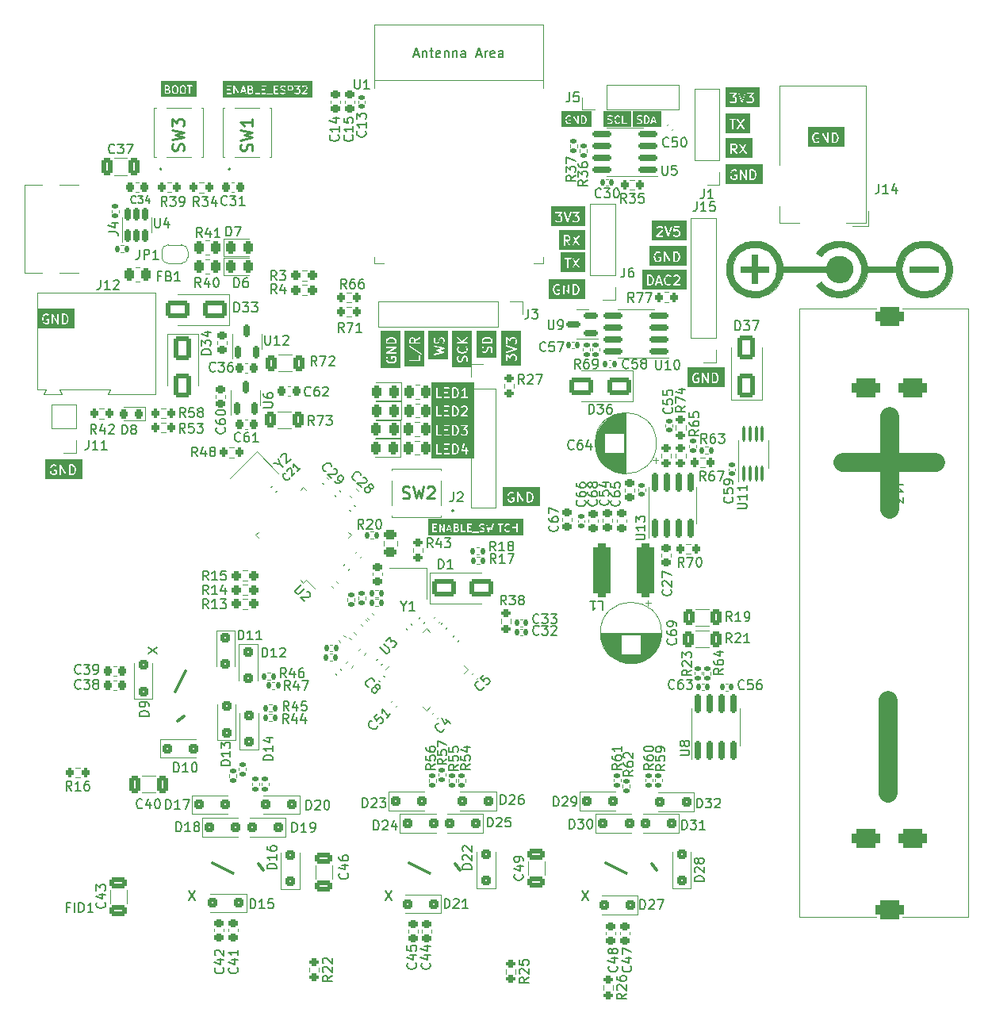
<source format=gbr>
%TF.GenerationSoftware,KiCad,Pcbnew,7.0.1*%
%TF.CreationDate,2023-06-29T20:29:04+03:00*%
%TF.ProjectId,Ethernet_switch_4out,45746865-726e-4657-945f-737769746368,rev?*%
%TF.SameCoordinates,Original*%
%TF.FileFunction,Legend,Top*%
%TF.FilePolarity,Positive*%
%FSLAX46Y46*%
G04 Gerber Fmt 4.6, Leading zero omitted, Abs format (unit mm)*
G04 Created by KiCad (PCBNEW 7.0.1) date 2023-06-29 20:29:04*
%MOMM*%
%LPD*%
G01*
G04 APERTURE LIST*
G04 Aperture macros list*
%AMRoundRect*
0 Rectangle with rounded corners*
0 $1 Rounding radius*
0 $2 $3 $4 $5 $6 $7 $8 $9 X,Y pos of 4 corners*
0 Add a 4 corners polygon primitive as box body*
4,1,4,$2,$3,$4,$5,$6,$7,$8,$9,$2,$3,0*
0 Add four circle primitives for the rounded corners*
1,1,$1+$1,$2,$3*
1,1,$1+$1,$4,$5*
1,1,$1+$1,$6,$7*
1,1,$1+$1,$8,$9*
0 Add four rect primitives between the rounded corners*
20,1,$1+$1,$2,$3,$4,$5,0*
20,1,$1+$1,$4,$5,$6,$7,0*
20,1,$1+$1,$6,$7,$8,$9,0*
20,1,$1+$1,$8,$9,$2,$3,0*%
%AMRotRect*
0 Rectangle, with rotation*
0 The origin of the aperture is its center*
0 $1 length*
0 $2 width*
0 $3 Rotation angle, in degrees counterclockwise*
0 Add horizontal line*
21,1,$1,$2,0,0,$3*%
%AMFreePoly0*
4,1,19,0.500000,-0.750000,0.000000,-0.750000,0.000000,-0.744911,-0.071157,-0.744911,-0.207708,-0.704816,-0.327430,-0.627875,-0.420627,-0.520320,-0.479746,-0.390866,-0.500000,-0.250000,-0.500000,0.250000,-0.479746,0.390866,-0.420627,0.520320,-0.327430,0.627875,-0.207708,0.704816,-0.071157,0.744911,0.000000,0.744911,0.000000,0.750000,0.500000,0.750000,0.500000,-0.750000,0.500000,-0.750000,
$1*%
%AMFreePoly1*
4,1,19,0.000000,0.744911,0.071157,0.744911,0.207708,0.704816,0.327430,0.627875,0.420627,0.520320,0.479746,0.390866,0.500000,0.250000,0.500000,-0.250000,0.479746,-0.390866,0.420627,-0.520320,0.327430,-0.627875,0.207708,-0.704816,0.071157,-0.744911,0.000000,-0.744911,0.000000,-0.750000,-0.500000,-0.750000,-0.500000,0.750000,0.000000,0.750000,0.000000,0.744911,0.000000,0.744911,
$1*%
G04 Aperture macros list end*
%ADD10C,0.150000*%
%ADD11C,0.130000*%
%ADD12C,2.000000*%
%ADD13C,0.254000*%
%ADD14C,0.010000*%
%ADD15C,0.120000*%
%ADD16C,0.200000*%
%ADD17C,0.100000*%
%ADD18C,0.330000*%
%ADD19C,3.600000*%
%ADD20C,5.600000*%
%ADD21RoundRect,0.135000X0.035355X-0.226274X0.226274X-0.035355X-0.035355X0.226274X-0.226274X0.035355X0*%
%ADD22RoundRect,0.250000X-0.325000X-0.650000X0.325000X-0.650000X0.325000X0.650000X-0.325000X0.650000X0*%
%ADD23RoundRect,0.500000X-1.000000X-0.500000X1.000000X-0.500000X1.000000X0.500000X-1.000000X0.500000X0*%
%ADD24RoundRect,0.500000X1.000000X0.500000X-1.000000X0.500000X-1.000000X-0.500000X1.000000X-0.500000X0*%
%ADD25RoundRect,0.250000X-0.300000X-0.300000X0.300000X-0.300000X0.300000X0.300000X-0.300000X0.300000X0*%
%ADD26RoundRect,0.140000X0.219203X0.021213X0.021213X0.219203X-0.219203X-0.021213X-0.021213X-0.219203X0*%
%ADD27R,1.500000X0.900000*%
%ADD28R,0.900000X1.500000*%
%ADD29R,0.900000X0.900000*%
%ADD30RoundRect,0.225000X-0.225000X-0.250000X0.225000X-0.250000X0.225000X0.250000X-0.225000X0.250000X0*%
%ADD31RoundRect,0.225000X0.250000X-0.225000X0.250000X0.225000X-0.250000X0.225000X-0.250000X-0.225000X0*%
%ADD32RoundRect,0.150000X0.825000X0.150000X-0.825000X0.150000X-0.825000X-0.150000X0.825000X-0.150000X0*%
%ADD33RoundRect,0.150000X0.150000X-0.512500X0.150000X0.512500X-0.150000X0.512500X-0.150000X-0.512500X0*%
%ADD34RoundRect,0.200000X-0.275000X0.200000X-0.275000X-0.200000X0.275000X-0.200000X0.275000X0.200000X0*%
%ADD35RoundRect,0.135000X0.135000X0.185000X-0.135000X0.185000X-0.135000X-0.185000X0.135000X-0.185000X0*%
%ADD36RoundRect,0.140000X-0.021213X0.219203X-0.219203X0.021213X0.021213X-0.219203X0.219203X-0.021213X0*%
%ADD37RoundRect,0.135000X0.226274X0.035355X0.035355X0.226274X-0.226274X-0.035355X-0.035355X-0.226274X0*%
%ADD38RoundRect,0.140000X0.170000X-0.140000X0.170000X0.140000X-0.170000X0.140000X-0.170000X-0.140000X0*%
%ADD39RoundRect,0.243750X0.243750X0.456250X-0.243750X0.456250X-0.243750X-0.456250X0.243750X-0.456250X0*%
%ADD40FreePoly0,0.000000*%
%ADD41FreePoly1,0.000000*%
%ADD42RoundRect,0.250000X0.262500X0.450000X-0.262500X0.450000X-0.262500X-0.450000X0.262500X-0.450000X0*%
%ADD43RoundRect,0.135000X0.185000X-0.135000X0.185000X0.135000X-0.185000X0.135000X-0.185000X-0.135000X0*%
%ADD44RoundRect,0.250000X-1.000000X-0.650000X1.000000X-0.650000X1.000000X0.650000X-1.000000X0.650000X0*%
%ADD45RoundRect,0.200000X0.200000X0.275000X-0.200000X0.275000X-0.200000X-0.275000X0.200000X-0.275000X0*%
%ADD46RoundRect,0.218750X0.218750X0.256250X-0.218750X0.256250X-0.218750X-0.256250X0.218750X-0.256250X0*%
%ADD47C,0.650000*%
%ADD48R,1.450000X0.600000*%
%ADD49R,1.450000X0.300000*%
%ADD50O,2.100000X1.000000*%
%ADD51O,1.600000X1.000000*%
%ADD52RoundRect,0.135000X-0.185000X0.135000X-0.185000X-0.135000X0.185000X-0.135000X0.185000X0.135000X0*%
%ADD53R,0.700000X1.000000*%
%ADD54RoundRect,0.250000X0.300000X0.300000X-0.300000X0.300000X-0.300000X-0.300000X0.300000X-0.300000X0*%
%ADD55RoundRect,0.200000X0.275000X-0.200000X0.275000X0.200000X-0.275000X0.200000X-0.275000X-0.200000X0*%
%ADD56RoundRect,0.250000X0.312500X0.625000X-0.312500X0.625000X-0.312500X-0.625000X0.312500X-0.625000X0*%
%ADD57RoundRect,0.225000X0.225000X0.250000X-0.225000X0.250000X-0.225000X-0.250000X0.225000X-0.250000X0*%
%ADD58RoundRect,0.200000X-0.200000X-0.275000X0.200000X-0.275000X0.200000X0.275000X-0.200000X0.275000X0*%
%ADD59R,1.700000X1.700000*%
%ADD60O,1.700000X1.700000*%
%ADD61R,1.600000X1.600000*%
%ADD62C,1.600000*%
%ADD63RoundRect,0.250000X0.300000X-0.300000X0.300000X0.300000X-0.300000X0.300000X-0.300000X-0.300000X0*%
%ADD64RoundRect,0.250000X0.650000X-0.325000X0.650000X0.325000X-0.650000X0.325000X-0.650000X-0.325000X0*%
%ADD65C,1.000000*%
%ADD66RoundRect,0.140000X0.021213X-0.219203X0.219203X-0.021213X-0.021213X0.219203X-0.219203X0.021213X0*%
%ADD67RoundRect,0.150000X0.587500X0.150000X-0.587500X0.150000X-0.587500X-0.150000X0.587500X-0.150000X0*%
%ADD68RoundRect,0.140000X-0.219203X-0.021213X-0.021213X-0.219203X0.219203X0.021213X0.021213X0.219203X0*%
%ADD69R,3.960000X1.980000*%
%ADD70O,3.960000X1.980000*%
%ADD71RoundRect,0.225000X-0.250000X0.225000X-0.250000X-0.225000X0.250000X-0.225000X0.250000X0.225000X0*%
%ADD72RoundRect,0.250000X-0.262500X-0.450000X0.262500X-0.450000X0.262500X0.450000X-0.262500X0.450000X0*%
%ADD73RoundRect,0.237500X-0.250000X-0.237500X0.250000X-0.237500X0.250000X0.237500X-0.250000X0.237500X0*%
%ADD74RoundRect,0.140000X-0.170000X0.140000X-0.170000X-0.140000X0.170000X-0.140000X0.170000X0.140000X0*%
%ADD75RoundRect,0.150000X0.150000X-0.825000X0.150000X0.825000X-0.150000X0.825000X-0.150000X-0.825000X0*%
%ADD76R,3.000000X2.290000*%
%ADD77RoundRect,0.237500X0.250000X0.237500X-0.250000X0.237500X-0.250000X-0.237500X0.250000X-0.237500X0*%
%ADD78RoundRect,0.140000X0.140000X0.170000X-0.140000X0.170000X-0.140000X-0.170000X0.140000X-0.170000X0*%
%ADD79RoundRect,0.140000X-0.140000X-0.170000X0.140000X-0.170000X0.140000X0.170000X-0.140000X0.170000X0*%
%ADD80RoundRect,0.225000X0.335876X0.017678X0.017678X0.335876X-0.335876X-0.017678X-0.017678X-0.335876X0*%
%ADD81RoundRect,0.135000X-0.135000X-0.185000X0.135000X-0.185000X0.135000X0.185000X-0.135000X0.185000X0*%
%ADD82RoundRect,0.243750X-0.243750X-0.456250X0.243750X-0.456250X0.243750X0.456250X-0.243750X0.456250X0*%
%ADD83RoundRect,0.250000X-0.300000X0.300000X-0.300000X-0.300000X0.300000X-0.300000X0.300000X0.300000X0*%
%ADD84RoundRect,0.250000X-0.450000X0.262500X-0.450000X-0.262500X0.450000X-0.262500X0.450000X0.262500X0*%
%ADD85RotRect,1.400000X1.200000X225.000000*%
%ADD86RoundRect,0.050000X-0.212132X-0.282843X0.282843X0.212132X0.212132X0.282843X-0.282843X-0.212132X0*%
%ADD87RoundRect,0.050000X0.212132X-0.282843X0.282843X-0.212132X-0.212132X0.282843X-0.282843X0.212132X0*%
%ADD88RotRect,4.600000X4.600000X45.000000*%
%ADD89R,4.400000X1.800000*%
%ADD90O,4.000000X1.800000*%
%ADD91O,1.800000X4.000000*%
%ADD92RoundRect,0.450000X0.450000X2.450000X-0.450000X2.450000X-0.450000X-2.450000X0.450000X-2.450000X0*%
%ADD93RoundRect,0.250000X1.000000X0.650000X-1.000000X0.650000X-1.000000X-0.650000X1.000000X-0.650000X0*%
%ADD94R,1.000000X0.700000*%
%ADD95RoundRect,0.250000X-0.312500X-0.625000X0.312500X-0.625000X0.312500X0.625000X-0.312500X0.625000X0*%
%ADD96RoundRect,0.250000X-0.650000X1.000000X-0.650000X-1.000000X0.650000X-1.000000X0.650000X1.000000X0*%
%ADD97RoundRect,0.250000X0.650000X-1.000000X0.650000X1.000000X-0.650000X1.000000X-0.650000X-1.000000X0*%
%ADD98RoundRect,0.125000X0.521491X-0.415425X-0.415425X0.521491X-0.521491X0.415425X0.415425X-0.521491X0*%
%ADD99RoundRect,0.125000X0.521491X0.415425X0.415425X0.521491X-0.521491X-0.415425X-0.415425X-0.521491X0*%
%ADD100RoundRect,0.100000X0.100000X-0.712500X0.100000X0.712500X-0.100000X0.712500X-0.100000X-0.712500X0*%
%ADD101R,1.400000X1.200000*%
%ADD102C,3.200000*%
%ADD103R,1.800000X1.800000*%
%ADD104C,1.800000*%
%ADD105C,2.000000*%
%ADD106C,3.000000*%
G04 APERTURE END LIST*
D10*
G36*
X135746152Y-55920790D02*
G01*
X135820264Y-55994902D01*
X135858758Y-56071888D01*
X135902142Y-56245424D01*
X135902142Y-56369813D01*
X135858758Y-56543345D01*
X135820264Y-56620334D01*
X135746152Y-56694447D01*
X135631637Y-56732619D01*
X135480714Y-56732619D01*
X135480714Y-55882619D01*
X135631639Y-55882619D01*
X135746152Y-55920790D01*
G37*
G36*
X136710476Y-57297857D02*
G01*
X132752143Y-57297857D01*
X132752143Y-56375873D01*
X133232374Y-56375873D01*
X133235476Y-56388281D01*
X133235476Y-56389829D01*
X133238080Y-56398698D01*
X133282094Y-56574753D01*
X133281164Y-56583367D01*
X133287330Y-56595700D01*
X133287949Y-56598173D01*
X133292131Y-56605300D01*
X133334426Y-56689890D01*
X133337109Y-56702222D01*
X133351738Y-56716851D01*
X133365798Y-56731967D01*
X133367216Y-56732329D01*
X133445064Y-56810178D01*
X133456343Y-56824187D01*
X133470884Y-56829034D01*
X133484337Y-56836380D01*
X133491405Y-56835874D01*
X133611172Y-56875797D01*
X133621787Y-56882619D01*
X133642466Y-56882619D01*
X133663106Y-56883365D01*
X133664365Y-56882619D01*
X133729645Y-56882619D01*
X133741872Y-56885734D01*
X133761484Y-56879196D01*
X133781307Y-56873376D01*
X133782265Y-56872269D01*
X133901789Y-56832428D01*
X133919366Y-56828605D01*
X133930207Y-56817762D01*
X133942789Y-56809019D01*
X133945496Y-56802473D01*
X133972987Y-56774980D01*
X133980711Y-56771454D01*
X133988259Y-56759708D01*
X133990180Y-56757788D01*
X133994059Y-56750683D01*
X134004523Y-56734402D01*
X134004523Y-56731521D01*
X134005903Y-56728994D01*
X134004523Y-56709705D01*
X134004523Y-56384407D01*
X134006893Y-56367923D01*
X133999973Y-56352770D01*
X133995280Y-56336787D01*
X133990967Y-56333050D01*
X133988597Y-56327859D01*
X133974580Y-56318851D01*
X133961994Y-56307945D01*
X133956347Y-56307133D01*
X133951545Y-56304047D01*
X133934883Y-56304047D01*
X133918399Y-56301677D01*
X133913209Y-56304047D01*
X133728265Y-56304047D01*
X133696787Y-56313290D01*
X133667945Y-56346576D01*
X133661677Y-56390171D01*
X133679973Y-56430235D01*
X133717025Y-56454047D01*
X133854523Y-56454047D01*
X133854523Y-56681315D01*
X133841390Y-56694447D01*
X133726875Y-56732619D01*
X133655979Y-56732619D01*
X133541464Y-56694447D01*
X133467352Y-56620333D01*
X133428859Y-56543347D01*
X133385476Y-56369813D01*
X133385476Y-56245425D01*
X133428859Y-56071891D01*
X133467354Y-55994902D01*
X133541465Y-55920790D01*
X133655980Y-55882619D01*
X133768960Y-55882619D01*
X133858006Y-55927142D01*
X133890295Y-55932952D01*
X133930978Y-55916079D01*
X133956080Y-55879889D01*
X133957633Y-55835873D01*
X133951596Y-55825709D01*
X134282051Y-55825709D01*
X134283095Y-55827536D01*
X134283095Y-56818401D01*
X134292338Y-56849879D01*
X134325624Y-56878721D01*
X134369219Y-56884989D01*
X134409283Y-56866693D01*
X134433095Y-56829641D01*
X134433095Y-56090036D01*
X134860041Y-56837193D01*
X134863766Y-56849879D01*
X134878929Y-56863018D01*
X134893397Y-56876936D01*
X134895462Y-56877343D01*
X134897052Y-56878721D01*
X134916912Y-56881576D01*
X134936607Y-56885463D01*
X134938564Y-56884689D01*
X134940647Y-56884989D01*
X134958902Y-56876652D01*
X134977568Y-56869276D01*
X134978796Y-56867567D01*
X134980711Y-56866693D01*
X134991561Y-56849808D01*
X135003276Y-56833513D01*
X135003385Y-56831410D01*
X135004523Y-56829641D01*
X135004523Y-56818743D01*
X135328344Y-56818743D01*
X135335263Y-56833895D01*
X135339957Y-56849879D01*
X135344269Y-56853615D01*
X135346640Y-56858807D01*
X135360656Y-56867814D01*
X135373243Y-56878721D01*
X135378889Y-56879532D01*
X135383692Y-56882619D01*
X135400354Y-56882619D01*
X135416838Y-56884989D01*
X135422028Y-56882619D01*
X135634407Y-56882619D01*
X135646634Y-56885734D01*
X135666246Y-56879196D01*
X135686069Y-56873376D01*
X135687027Y-56872269D01*
X135806553Y-56832427D01*
X135824127Y-56828605D01*
X135834967Y-56817764D01*
X135847551Y-56809019D01*
X135850258Y-56802472D01*
X135928288Y-56724442D01*
X135939138Y-56717999D01*
X135948388Y-56699498D01*
X135958284Y-56681375D01*
X135958179Y-56679915D01*
X135990631Y-56615012D01*
X135996943Y-56609078D01*
X136000287Y-56595700D01*
X136001427Y-56593421D01*
X136002890Y-56585288D01*
X136046909Y-56409210D01*
X136052142Y-56401069D01*
X136052142Y-56388281D01*
X136052518Y-56386777D01*
X136052142Y-56377531D01*
X136052142Y-56248533D01*
X136055244Y-56239364D01*
X136052142Y-56226956D01*
X136052142Y-56225408D01*
X136049537Y-56216538D01*
X136005523Y-56040481D01*
X136006453Y-56031870D01*
X136000287Y-56019539D01*
X135999669Y-56017064D01*
X135995481Y-56009925D01*
X135953191Y-55925345D01*
X135950509Y-55913015D01*
X135935889Y-55898395D01*
X135921820Y-55883270D01*
X135920401Y-55882907D01*
X135842552Y-55805058D01*
X135831275Y-55791051D01*
X135816733Y-55786203D01*
X135803281Y-55778858D01*
X135796213Y-55779363D01*
X135676446Y-55739441D01*
X135665831Y-55732619D01*
X135645151Y-55732619D01*
X135624512Y-55731873D01*
X135623253Y-55732619D01*
X135411074Y-55732619D01*
X135394590Y-55730249D01*
X135379437Y-55737168D01*
X135363454Y-55741862D01*
X135359717Y-55746174D01*
X135354526Y-55748545D01*
X135345518Y-55762561D01*
X135334612Y-55775148D01*
X135333800Y-55780794D01*
X135330714Y-55785597D01*
X135330714Y-55802259D01*
X135328344Y-55818743D01*
X135330714Y-55823933D01*
X135330714Y-56802259D01*
X135328344Y-56818743D01*
X135004523Y-56818743D01*
X135004523Y-56809572D01*
X135005567Y-56789529D01*
X135004523Y-56787702D01*
X135004523Y-55796837D01*
X134995280Y-55765359D01*
X134961994Y-55736517D01*
X134918399Y-55730249D01*
X134878335Y-55748545D01*
X134854523Y-55785597D01*
X134854523Y-56525202D01*
X134427576Y-55778044D01*
X134423852Y-55765359D01*
X134408688Y-55752219D01*
X134394221Y-55738302D01*
X134392155Y-55737894D01*
X134390566Y-55736517D01*
X134370705Y-55733661D01*
X134351011Y-55729775D01*
X134349053Y-55730548D01*
X134346971Y-55730249D01*
X134328715Y-55738585D01*
X134310050Y-55745962D01*
X134308821Y-55747670D01*
X134306907Y-55748545D01*
X134296056Y-55765429D01*
X134284342Y-55781725D01*
X134284232Y-55783827D01*
X134283095Y-55785597D01*
X134283095Y-55805666D01*
X134282051Y-55825709D01*
X133951596Y-55825709D01*
X133935142Y-55798004D01*
X133823817Y-55742342D01*
X133808688Y-55732619D01*
X133793358Y-55732619D01*
X133778275Y-55729905D01*
X133771731Y-55732619D01*
X133653211Y-55732619D01*
X133640983Y-55729504D01*
X133621363Y-55736043D01*
X133601549Y-55741862D01*
X133600590Y-55742968D01*
X133481061Y-55782810D01*
X133463491Y-55786633D01*
X133452652Y-55797471D01*
X133440066Y-55806219D01*
X133437357Y-55812766D01*
X133359329Y-55890794D01*
X133348480Y-55897238D01*
X133339229Y-55915738D01*
X133329334Y-55933861D01*
X133329438Y-55935321D01*
X133296986Y-56000225D01*
X133290675Y-56006160D01*
X133287330Y-56019537D01*
X133286191Y-56021817D01*
X133284727Y-56029949D01*
X133240708Y-56206026D01*
X133235476Y-56214168D01*
X133235476Y-56226956D01*
X133235100Y-56228460D01*
X133235476Y-56237706D01*
X133235476Y-56366704D01*
X133232374Y-56375873D01*
X132752143Y-56375873D01*
X132752143Y-55187143D01*
X136710476Y-55187143D01*
X136710476Y-57297857D01*
G37*
G36*
X54323533Y-91360790D02*
G01*
X54397645Y-91434902D01*
X54436139Y-91511888D01*
X54479523Y-91685424D01*
X54479523Y-91809813D01*
X54436139Y-91983345D01*
X54397645Y-92060334D01*
X54323533Y-92134447D01*
X54209018Y-92172619D01*
X54058095Y-92172619D01*
X54058095Y-91322619D01*
X54209020Y-91322619D01*
X54323533Y-91360790D01*
G37*
G36*
X55287857Y-92737857D02*
G01*
X51329524Y-92737857D01*
X51329524Y-91815873D01*
X51809755Y-91815873D01*
X51812857Y-91828281D01*
X51812857Y-91829829D01*
X51815461Y-91838698D01*
X51859475Y-92014753D01*
X51858545Y-92023367D01*
X51864711Y-92035700D01*
X51865330Y-92038173D01*
X51869512Y-92045300D01*
X51911807Y-92129890D01*
X51914490Y-92142222D01*
X51929119Y-92156851D01*
X51943179Y-92171967D01*
X51944597Y-92172329D01*
X52022445Y-92250178D01*
X52033724Y-92264187D01*
X52048265Y-92269034D01*
X52061718Y-92276380D01*
X52068786Y-92275874D01*
X52188553Y-92315797D01*
X52199168Y-92322619D01*
X52219847Y-92322619D01*
X52240487Y-92323365D01*
X52241746Y-92322619D01*
X52307026Y-92322619D01*
X52319253Y-92325734D01*
X52338865Y-92319196D01*
X52358688Y-92313376D01*
X52359646Y-92312269D01*
X52479170Y-92272428D01*
X52496747Y-92268605D01*
X52507588Y-92257762D01*
X52520170Y-92249019D01*
X52522877Y-92242473D01*
X52550368Y-92214980D01*
X52558092Y-92211454D01*
X52565640Y-92199708D01*
X52567561Y-92197788D01*
X52571440Y-92190683D01*
X52581904Y-92174402D01*
X52581904Y-92171521D01*
X52583284Y-92168994D01*
X52581904Y-92149705D01*
X52581904Y-91824407D01*
X52584274Y-91807923D01*
X52577354Y-91792770D01*
X52572661Y-91776787D01*
X52568348Y-91773050D01*
X52565978Y-91767859D01*
X52551961Y-91758851D01*
X52539375Y-91747945D01*
X52533728Y-91747133D01*
X52528926Y-91744047D01*
X52512264Y-91744047D01*
X52495780Y-91741677D01*
X52490590Y-91744047D01*
X52305646Y-91744047D01*
X52274168Y-91753290D01*
X52245326Y-91786576D01*
X52239058Y-91830171D01*
X52257354Y-91870235D01*
X52294406Y-91894047D01*
X52431904Y-91894047D01*
X52431904Y-92121315D01*
X52418771Y-92134447D01*
X52304256Y-92172619D01*
X52233360Y-92172619D01*
X52118845Y-92134447D01*
X52044733Y-92060333D01*
X52006240Y-91983347D01*
X51962857Y-91809813D01*
X51962857Y-91685425D01*
X52006240Y-91511891D01*
X52044735Y-91434902D01*
X52118846Y-91360790D01*
X52233361Y-91322619D01*
X52346341Y-91322619D01*
X52435387Y-91367142D01*
X52467676Y-91372952D01*
X52508359Y-91356079D01*
X52533461Y-91319889D01*
X52535014Y-91275873D01*
X52528977Y-91265709D01*
X52859432Y-91265709D01*
X52860476Y-91267536D01*
X52860476Y-92258401D01*
X52869719Y-92289879D01*
X52903005Y-92318721D01*
X52946600Y-92324989D01*
X52986664Y-92306693D01*
X53010476Y-92269641D01*
X53010476Y-91530036D01*
X53437422Y-92277193D01*
X53441147Y-92289879D01*
X53456310Y-92303018D01*
X53470778Y-92316936D01*
X53472843Y-92317343D01*
X53474433Y-92318721D01*
X53494293Y-92321576D01*
X53513988Y-92325463D01*
X53515945Y-92324689D01*
X53518028Y-92324989D01*
X53536283Y-92316652D01*
X53554949Y-92309276D01*
X53556177Y-92307567D01*
X53558092Y-92306693D01*
X53568942Y-92289808D01*
X53580657Y-92273513D01*
X53580766Y-92271410D01*
X53581904Y-92269641D01*
X53581904Y-92258743D01*
X53905725Y-92258743D01*
X53912644Y-92273895D01*
X53917338Y-92289879D01*
X53921650Y-92293615D01*
X53924021Y-92298807D01*
X53938037Y-92307814D01*
X53950624Y-92318721D01*
X53956270Y-92319532D01*
X53961073Y-92322619D01*
X53977735Y-92322619D01*
X53994219Y-92324989D01*
X53999409Y-92322619D01*
X54211788Y-92322619D01*
X54224015Y-92325734D01*
X54243627Y-92319196D01*
X54263450Y-92313376D01*
X54264408Y-92312269D01*
X54383934Y-92272427D01*
X54401508Y-92268605D01*
X54412348Y-92257764D01*
X54424932Y-92249019D01*
X54427639Y-92242472D01*
X54505669Y-92164442D01*
X54516519Y-92157999D01*
X54525769Y-92139498D01*
X54535665Y-92121375D01*
X54535560Y-92119915D01*
X54568012Y-92055012D01*
X54574324Y-92049078D01*
X54577668Y-92035700D01*
X54578808Y-92033421D01*
X54580271Y-92025288D01*
X54624290Y-91849210D01*
X54629523Y-91841069D01*
X54629523Y-91828281D01*
X54629899Y-91826777D01*
X54629523Y-91817531D01*
X54629523Y-91688533D01*
X54632625Y-91679364D01*
X54629523Y-91666956D01*
X54629523Y-91665408D01*
X54626918Y-91656538D01*
X54582904Y-91480481D01*
X54583834Y-91471870D01*
X54577668Y-91459539D01*
X54577050Y-91457064D01*
X54572862Y-91449925D01*
X54530572Y-91365345D01*
X54527890Y-91353015D01*
X54513270Y-91338395D01*
X54499201Y-91323270D01*
X54497782Y-91322907D01*
X54419933Y-91245058D01*
X54408656Y-91231051D01*
X54394114Y-91226203D01*
X54380662Y-91218858D01*
X54373594Y-91219363D01*
X54253827Y-91179441D01*
X54243212Y-91172619D01*
X54222532Y-91172619D01*
X54201893Y-91171873D01*
X54200634Y-91172619D01*
X53988455Y-91172619D01*
X53971971Y-91170249D01*
X53956818Y-91177168D01*
X53940835Y-91181862D01*
X53937098Y-91186174D01*
X53931907Y-91188545D01*
X53922899Y-91202561D01*
X53911993Y-91215148D01*
X53911181Y-91220794D01*
X53908095Y-91225597D01*
X53908095Y-91242259D01*
X53905725Y-91258743D01*
X53908095Y-91263933D01*
X53908095Y-92242259D01*
X53905725Y-92258743D01*
X53581904Y-92258743D01*
X53581904Y-92249572D01*
X53582948Y-92229529D01*
X53581904Y-92227702D01*
X53581904Y-91236837D01*
X53572661Y-91205359D01*
X53539375Y-91176517D01*
X53495780Y-91170249D01*
X53455716Y-91188545D01*
X53431904Y-91225597D01*
X53431904Y-91965202D01*
X53004957Y-91218044D01*
X53001233Y-91205359D01*
X52986069Y-91192219D01*
X52971602Y-91178302D01*
X52969536Y-91177894D01*
X52967947Y-91176517D01*
X52948086Y-91173661D01*
X52928392Y-91169775D01*
X52926434Y-91170548D01*
X52924352Y-91170249D01*
X52906096Y-91178585D01*
X52887431Y-91185962D01*
X52886202Y-91187670D01*
X52884288Y-91188545D01*
X52873437Y-91205429D01*
X52861723Y-91221725D01*
X52861613Y-91223827D01*
X52860476Y-91225597D01*
X52860476Y-91245666D01*
X52859432Y-91265709D01*
X52528977Y-91265709D01*
X52512523Y-91238004D01*
X52401198Y-91182342D01*
X52386069Y-91172619D01*
X52370739Y-91172619D01*
X52355656Y-91169905D01*
X52349112Y-91172619D01*
X52230592Y-91172619D01*
X52218364Y-91169504D01*
X52198744Y-91176043D01*
X52178930Y-91181862D01*
X52177971Y-91182968D01*
X52058442Y-91222810D01*
X52040872Y-91226633D01*
X52030033Y-91237471D01*
X52017447Y-91246219D01*
X52014738Y-91252766D01*
X51936710Y-91330794D01*
X51925861Y-91337238D01*
X51916610Y-91355738D01*
X51906715Y-91373861D01*
X51906819Y-91375321D01*
X51874367Y-91440225D01*
X51868056Y-91446160D01*
X51864711Y-91459537D01*
X51863572Y-91461817D01*
X51862108Y-91469949D01*
X51818089Y-91646026D01*
X51812857Y-91654168D01*
X51812857Y-91666956D01*
X51812481Y-91668460D01*
X51812857Y-91677706D01*
X51812857Y-91806704D01*
X51809755Y-91815873D01*
X51329524Y-91815873D01*
X51329524Y-90627143D01*
X55287857Y-90627143D01*
X55287857Y-92737857D01*
G37*
G36*
X53523533Y-75260790D02*
G01*
X53597645Y-75334902D01*
X53636139Y-75411888D01*
X53679523Y-75585424D01*
X53679523Y-75709813D01*
X53636139Y-75883345D01*
X53597645Y-75960334D01*
X53523533Y-76034447D01*
X53409018Y-76072619D01*
X53258095Y-76072619D01*
X53258095Y-75222619D01*
X53409020Y-75222619D01*
X53523533Y-75260790D01*
G37*
G36*
X54487857Y-76637857D02*
G01*
X50529524Y-76637857D01*
X50529524Y-75715873D01*
X51009755Y-75715873D01*
X51012857Y-75728281D01*
X51012857Y-75729829D01*
X51015461Y-75738698D01*
X51059475Y-75914753D01*
X51058545Y-75923367D01*
X51064711Y-75935700D01*
X51065330Y-75938173D01*
X51069512Y-75945300D01*
X51111807Y-76029890D01*
X51114490Y-76042222D01*
X51129119Y-76056851D01*
X51143179Y-76071967D01*
X51144597Y-76072329D01*
X51222445Y-76150178D01*
X51233724Y-76164187D01*
X51248265Y-76169034D01*
X51261718Y-76176380D01*
X51268786Y-76175874D01*
X51388553Y-76215797D01*
X51399168Y-76222619D01*
X51419847Y-76222619D01*
X51440487Y-76223365D01*
X51441746Y-76222619D01*
X51507026Y-76222619D01*
X51519253Y-76225734D01*
X51538865Y-76219196D01*
X51558688Y-76213376D01*
X51559646Y-76212269D01*
X51679170Y-76172428D01*
X51696747Y-76168605D01*
X51707588Y-76157762D01*
X51720170Y-76149019D01*
X51722877Y-76142473D01*
X51750368Y-76114980D01*
X51758092Y-76111454D01*
X51765640Y-76099708D01*
X51767561Y-76097788D01*
X51771440Y-76090683D01*
X51781904Y-76074402D01*
X51781904Y-76071521D01*
X51783284Y-76068994D01*
X51781904Y-76049705D01*
X51781904Y-75724407D01*
X51784274Y-75707923D01*
X51777354Y-75692770D01*
X51772661Y-75676787D01*
X51768348Y-75673050D01*
X51765978Y-75667859D01*
X51751961Y-75658851D01*
X51739375Y-75647945D01*
X51733728Y-75647133D01*
X51728926Y-75644047D01*
X51712264Y-75644047D01*
X51695780Y-75641677D01*
X51690590Y-75644047D01*
X51505646Y-75644047D01*
X51474168Y-75653290D01*
X51445326Y-75686576D01*
X51439058Y-75730171D01*
X51457354Y-75770235D01*
X51494406Y-75794047D01*
X51631904Y-75794047D01*
X51631904Y-76021315D01*
X51618771Y-76034447D01*
X51504256Y-76072619D01*
X51433360Y-76072619D01*
X51318845Y-76034447D01*
X51244733Y-75960333D01*
X51206240Y-75883347D01*
X51162857Y-75709813D01*
X51162857Y-75585425D01*
X51206240Y-75411891D01*
X51244735Y-75334902D01*
X51318846Y-75260790D01*
X51433361Y-75222619D01*
X51546341Y-75222619D01*
X51635387Y-75267142D01*
X51667676Y-75272952D01*
X51708359Y-75256079D01*
X51733461Y-75219889D01*
X51735014Y-75175873D01*
X51728977Y-75165709D01*
X52059432Y-75165709D01*
X52060476Y-75167536D01*
X52060476Y-76158401D01*
X52069719Y-76189879D01*
X52103005Y-76218721D01*
X52146600Y-76224989D01*
X52186664Y-76206693D01*
X52210476Y-76169641D01*
X52210476Y-75430036D01*
X52637422Y-76177193D01*
X52641147Y-76189879D01*
X52656310Y-76203018D01*
X52670778Y-76216936D01*
X52672843Y-76217343D01*
X52674433Y-76218721D01*
X52694293Y-76221576D01*
X52713988Y-76225463D01*
X52715945Y-76224689D01*
X52718028Y-76224989D01*
X52736283Y-76216652D01*
X52754949Y-76209276D01*
X52756177Y-76207567D01*
X52758092Y-76206693D01*
X52768942Y-76189808D01*
X52780657Y-76173513D01*
X52780766Y-76171410D01*
X52781904Y-76169641D01*
X52781904Y-76158743D01*
X53105725Y-76158743D01*
X53112644Y-76173895D01*
X53117338Y-76189879D01*
X53121650Y-76193615D01*
X53124021Y-76198807D01*
X53138037Y-76207814D01*
X53150624Y-76218721D01*
X53156270Y-76219532D01*
X53161073Y-76222619D01*
X53177735Y-76222619D01*
X53194219Y-76224989D01*
X53199409Y-76222619D01*
X53411788Y-76222619D01*
X53424015Y-76225734D01*
X53443627Y-76219196D01*
X53463450Y-76213376D01*
X53464408Y-76212269D01*
X53583934Y-76172427D01*
X53601508Y-76168605D01*
X53612348Y-76157764D01*
X53624932Y-76149019D01*
X53627639Y-76142472D01*
X53705669Y-76064442D01*
X53716519Y-76057999D01*
X53725769Y-76039498D01*
X53735665Y-76021375D01*
X53735560Y-76019915D01*
X53768012Y-75955012D01*
X53774324Y-75949078D01*
X53777668Y-75935700D01*
X53778808Y-75933421D01*
X53780271Y-75925288D01*
X53824290Y-75749210D01*
X53829523Y-75741069D01*
X53829523Y-75728281D01*
X53829899Y-75726777D01*
X53829523Y-75717531D01*
X53829523Y-75588533D01*
X53832625Y-75579364D01*
X53829523Y-75566956D01*
X53829523Y-75565408D01*
X53826918Y-75556538D01*
X53782904Y-75380481D01*
X53783834Y-75371870D01*
X53777668Y-75359539D01*
X53777050Y-75357064D01*
X53772862Y-75349925D01*
X53730572Y-75265345D01*
X53727890Y-75253015D01*
X53713270Y-75238395D01*
X53699201Y-75223270D01*
X53697782Y-75222907D01*
X53619933Y-75145058D01*
X53608656Y-75131051D01*
X53594114Y-75126203D01*
X53580662Y-75118858D01*
X53573594Y-75119363D01*
X53453827Y-75079441D01*
X53443212Y-75072619D01*
X53422532Y-75072619D01*
X53401893Y-75071873D01*
X53400634Y-75072619D01*
X53188455Y-75072619D01*
X53171971Y-75070249D01*
X53156818Y-75077168D01*
X53140835Y-75081862D01*
X53137098Y-75086174D01*
X53131907Y-75088545D01*
X53122899Y-75102561D01*
X53111993Y-75115148D01*
X53111181Y-75120794D01*
X53108095Y-75125597D01*
X53108095Y-75142259D01*
X53105725Y-75158743D01*
X53108095Y-75163933D01*
X53108095Y-76142259D01*
X53105725Y-76158743D01*
X52781904Y-76158743D01*
X52781904Y-76149572D01*
X52782948Y-76129529D01*
X52781904Y-76127702D01*
X52781904Y-75136837D01*
X52772661Y-75105359D01*
X52739375Y-75076517D01*
X52695780Y-75070249D01*
X52655716Y-75088545D01*
X52631904Y-75125597D01*
X52631904Y-75865202D01*
X52204957Y-75118044D01*
X52201233Y-75105359D01*
X52186069Y-75092219D01*
X52171602Y-75078302D01*
X52169536Y-75077894D01*
X52167947Y-75076517D01*
X52148086Y-75073661D01*
X52128392Y-75069775D01*
X52126434Y-75070548D01*
X52124352Y-75070249D01*
X52106096Y-75078585D01*
X52087431Y-75085962D01*
X52086202Y-75087670D01*
X52084288Y-75088545D01*
X52073437Y-75105429D01*
X52061723Y-75121725D01*
X52061613Y-75123827D01*
X52060476Y-75125597D01*
X52060476Y-75145666D01*
X52059432Y-75165709D01*
X51728977Y-75165709D01*
X51712523Y-75138004D01*
X51601198Y-75082342D01*
X51586069Y-75072619D01*
X51570739Y-75072619D01*
X51555656Y-75069905D01*
X51549112Y-75072619D01*
X51430592Y-75072619D01*
X51418364Y-75069504D01*
X51398744Y-75076043D01*
X51378930Y-75081862D01*
X51377971Y-75082968D01*
X51258442Y-75122810D01*
X51240872Y-75126633D01*
X51230033Y-75137471D01*
X51217447Y-75146219D01*
X51214738Y-75152766D01*
X51136710Y-75230794D01*
X51125861Y-75237238D01*
X51116610Y-75255738D01*
X51106715Y-75273861D01*
X51106819Y-75275321D01*
X51074367Y-75340225D01*
X51068056Y-75346160D01*
X51064711Y-75359537D01*
X51063572Y-75361817D01*
X51062108Y-75369949D01*
X51018089Y-75546026D01*
X51012857Y-75554168D01*
X51012857Y-75566956D01*
X51012481Y-75568460D01*
X51012857Y-75577706D01*
X51012857Y-75706704D01*
X51009755Y-75715873D01*
X50529524Y-75715873D01*
X50529524Y-74527143D01*
X54487857Y-74527143D01*
X54487857Y-76637857D01*
G37*
G36*
X98773345Y-77763859D02*
G01*
X98850335Y-77802354D01*
X98924447Y-77876466D01*
X98962619Y-77990980D01*
X98962619Y-78141904D01*
X98112619Y-78141904D01*
X98112619Y-77990979D01*
X98150790Y-77876465D01*
X98224902Y-77802353D01*
X98301888Y-77763859D01*
X98475424Y-77720476D01*
X98599812Y-77720476D01*
X98773345Y-77763859D01*
G37*
G36*
X99527857Y-79775238D02*
G01*
X97417143Y-79775238D01*
X97417143Y-79040272D01*
X97960688Y-79040272D01*
X97967544Y-79053985D01*
X97971862Y-79068688D01*
X97977215Y-79073326D01*
X98013950Y-79146795D01*
X98016633Y-79159127D01*
X98031260Y-79173754D01*
X98045322Y-79188872D01*
X98046740Y-79189234D01*
X98073175Y-79215669D01*
X98079619Y-79226519D01*
X98098128Y-79235773D01*
X98116242Y-79245664D01*
X98117700Y-79245559D01*
X98190946Y-79282182D01*
X98206073Y-79291904D01*
X98221403Y-79291904D01*
X98236486Y-79294618D01*
X98243030Y-79291904D01*
X98319293Y-79291904D01*
X98337177Y-79293835D01*
X98350890Y-79286978D01*
X98365593Y-79282661D01*
X98370231Y-79277307D01*
X98443700Y-79240572D01*
X98456032Y-79237890D01*
X98470659Y-79223262D01*
X98485777Y-79209201D01*
X98486139Y-79207782D01*
X98512574Y-79181347D01*
X98523424Y-79174904D01*
X98532678Y-79156394D01*
X98542569Y-79138281D01*
X98542464Y-79136822D01*
X98574917Y-79071917D01*
X98581229Y-79065983D01*
X98584573Y-79052605D01*
X98585713Y-79050326D01*
X98587176Y-79042193D01*
X98632192Y-78862129D01*
X98670687Y-78785140D01*
X98701092Y-78754734D01*
X98769608Y-78720476D01*
X98829436Y-78720476D01*
X98897954Y-78754735D01*
X98928360Y-78785139D01*
X98962619Y-78853656D01*
X98962619Y-79061877D01*
X98915439Y-79203416D01*
X98914254Y-79236201D01*
X98936711Y-79274089D01*
X98976087Y-79293821D01*
X99019880Y-79289134D01*
X99054187Y-79261513D01*
X99105797Y-79106683D01*
X99112619Y-79096069D01*
X99112619Y-79075390D01*
X99113365Y-79054750D01*
X99112619Y-79053491D01*
X99112619Y-78839983D01*
X99114549Y-78822108D01*
X99107694Y-78808398D01*
X99103376Y-78793692D01*
X99098021Y-78789052D01*
X99061286Y-78715582D01*
X99058604Y-78703252D01*
X99043988Y-78688636D01*
X99029916Y-78673508D01*
X99028496Y-78673145D01*
X99002061Y-78646710D01*
X98995618Y-78635861D01*
X98977119Y-78626611D01*
X98958994Y-78616715D01*
X98957534Y-78616819D01*
X98884293Y-78580199D01*
X98869164Y-78570476D01*
X98853834Y-78570476D01*
X98838751Y-78567762D01*
X98832207Y-78570476D01*
X98755935Y-78570476D01*
X98738060Y-78568546D01*
X98724350Y-78575400D01*
X98709644Y-78579719D01*
X98705004Y-78585073D01*
X98631535Y-78621807D01*
X98619205Y-78624490D01*
X98604585Y-78639109D01*
X98589460Y-78653179D01*
X98589097Y-78654597D01*
X98562662Y-78681032D01*
X98551813Y-78687476D01*
X98542562Y-78705976D01*
X98532667Y-78724099D01*
X98532771Y-78725559D01*
X98500319Y-78790463D01*
X98494008Y-78796398D01*
X98490663Y-78809775D01*
X98489524Y-78812055D01*
X98488060Y-78820187D01*
X98443044Y-79000250D01*
X98404550Y-79077239D01*
X98374143Y-79107646D01*
X98305628Y-79141904D01*
X98245801Y-79141904D01*
X98177283Y-79107645D01*
X98146876Y-79077238D01*
X98112619Y-79008723D01*
X98112619Y-78800503D01*
X98159799Y-78658965D01*
X98160984Y-78626179D01*
X98138527Y-78588291D01*
X98099151Y-78568559D01*
X98055357Y-78573247D01*
X98021051Y-78600867D01*
X97969441Y-78755695D01*
X97962619Y-78766311D01*
X97962619Y-78786991D01*
X97961873Y-78807630D01*
X97962619Y-78808889D01*
X97962619Y-79022388D01*
X97960688Y-79040272D01*
X97417143Y-79040272D01*
X97417143Y-78228028D01*
X97960249Y-78228028D01*
X97967168Y-78243180D01*
X97971862Y-78259164D01*
X97976174Y-78262900D01*
X97978545Y-78268092D01*
X97992561Y-78277099D01*
X98005148Y-78288006D01*
X98010794Y-78288817D01*
X98015597Y-78291904D01*
X98032259Y-78291904D01*
X98048743Y-78294274D01*
X98053933Y-78291904D01*
X99032259Y-78291904D01*
X99048743Y-78294274D01*
X99063895Y-78287354D01*
X99079879Y-78282661D01*
X99083615Y-78278348D01*
X99088807Y-78275978D01*
X99097814Y-78261961D01*
X99108721Y-78249375D01*
X99109532Y-78243728D01*
X99112619Y-78238926D01*
X99112619Y-78222264D01*
X99114989Y-78205780D01*
X99112619Y-78200590D01*
X99112619Y-77988211D01*
X99115734Y-77975983D01*
X99109194Y-77956363D01*
X99103376Y-77936549D01*
X99102269Y-77935590D01*
X99062427Y-77816061D01*
X99058605Y-77798491D01*
X99047766Y-77787652D01*
X99039019Y-77775066D01*
X99032471Y-77772357D01*
X98954442Y-77694329D01*
X98947999Y-77683480D01*
X98929494Y-77674227D01*
X98911375Y-77664334D01*
X98909915Y-77664438D01*
X98845011Y-77631986D01*
X98839077Y-77625675D01*
X98825699Y-77622330D01*
X98823420Y-77621191D01*
X98815287Y-77619727D01*
X98639210Y-77575708D01*
X98631069Y-77570476D01*
X98618281Y-77570476D01*
X98616777Y-77570100D01*
X98607531Y-77570476D01*
X98478533Y-77570476D01*
X98469364Y-77567374D01*
X98456956Y-77570476D01*
X98455408Y-77570476D01*
X98446538Y-77573080D01*
X98270481Y-77617094D01*
X98261870Y-77616165D01*
X98249539Y-77622330D01*
X98247064Y-77622949D01*
X98239925Y-77627136D01*
X98155345Y-77669426D01*
X98143015Y-77672109D01*
X98128395Y-77686728D01*
X98113270Y-77700798D01*
X98112907Y-77702216D01*
X98035058Y-77780065D01*
X98021051Y-77791343D01*
X98016203Y-77805884D01*
X98008858Y-77819337D01*
X98009363Y-77826404D01*
X97969441Y-77946171D01*
X97962619Y-77956787D01*
X97962619Y-77977467D01*
X97961873Y-77998106D01*
X97962619Y-77999365D01*
X97962619Y-78211544D01*
X97960249Y-78228028D01*
X97417143Y-78228028D01*
X97417143Y-76912143D01*
X99527857Y-76912143D01*
X99527857Y-79775238D01*
G37*
G36*
X96877857Y-80775238D02*
G01*
X94767143Y-80775238D01*
X94767143Y-80040272D01*
X95310688Y-80040272D01*
X95317544Y-80053985D01*
X95321862Y-80068688D01*
X95327215Y-80073326D01*
X95363950Y-80146795D01*
X95366633Y-80159127D01*
X95381260Y-80173754D01*
X95395322Y-80188872D01*
X95396740Y-80189234D01*
X95423175Y-80215669D01*
X95429619Y-80226519D01*
X95448128Y-80235773D01*
X95466242Y-80245664D01*
X95467700Y-80245559D01*
X95540946Y-80282182D01*
X95556073Y-80291904D01*
X95571403Y-80291904D01*
X95586486Y-80294618D01*
X95593030Y-80291904D01*
X95669293Y-80291904D01*
X95687177Y-80293835D01*
X95700890Y-80286978D01*
X95715593Y-80282661D01*
X95720231Y-80277307D01*
X95793700Y-80240572D01*
X95806032Y-80237890D01*
X95820659Y-80223262D01*
X95835777Y-80209201D01*
X95836139Y-80207782D01*
X95862574Y-80181347D01*
X95873424Y-80174904D01*
X95882678Y-80156394D01*
X95892569Y-80138281D01*
X95892464Y-80136822D01*
X95924917Y-80071917D01*
X95931229Y-80065983D01*
X95934573Y-80052605D01*
X95935713Y-80050326D01*
X95937176Y-80042193D01*
X95982192Y-79862129D01*
X96020687Y-79785140D01*
X96051092Y-79754734D01*
X96119608Y-79720476D01*
X96179436Y-79720476D01*
X96247954Y-79754735D01*
X96278360Y-79785139D01*
X96312619Y-79853656D01*
X96312619Y-80061877D01*
X96265439Y-80203416D01*
X96264254Y-80236201D01*
X96286711Y-80274089D01*
X96326087Y-80293821D01*
X96369880Y-80289134D01*
X96404187Y-80261513D01*
X96455797Y-80106683D01*
X96462619Y-80096069D01*
X96462619Y-80075390D01*
X96463365Y-80054750D01*
X96462619Y-80053491D01*
X96462619Y-79839983D01*
X96464549Y-79822108D01*
X96457694Y-79808398D01*
X96453376Y-79793692D01*
X96448021Y-79789052D01*
X96411286Y-79715582D01*
X96408604Y-79703252D01*
X96393988Y-79688636D01*
X96379916Y-79673508D01*
X96378496Y-79673145D01*
X96352061Y-79646710D01*
X96345618Y-79635861D01*
X96327119Y-79626611D01*
X96308994Y-79616715D01*
X96307534Y-79616819D01*
X96234293Y-79580199D01*
X96219164Y-79570476D01*
X96203834Y-79570476D01*
X96188751Y-79567762D01*
X96182207Y-79570476D01*
X96105935Y-79570476D01*
X96088060Y-79568546D01*
X96074350Y-79575400D01*
X96059644Y-79579719D01*
X96055004Y-79585073D01*
X95981535Y-79621807D01*
X95969205Y-79624490D01*
X95954585Y-79639109D01*
X95939460Y-79653179D01*
X95939097Y-79654597D01*
X95912662Y-79681032D01*
X95901813Y-79687476D01*
X95892562Y-79705976D01*
X95882667Y-79724099D01*
X95882771Y-79725559D01*
X95850319Y-79790463D01*
X95844008Y-79796398D01*
X95840663Y-79809775D01*
X95839524Y-79812055D01*
X95838060Y-79820187D01*
X95793044Y-80000250D01*
X95754550Y-80077239D01*
X95724143Y-80107646D01*
X95655628Y-80141904D01*
X95595801Y-80141904D01*
X95527283Y-80107645D01*
X95496876Y-80077238D01*
X95462619Y-80008723D01*
X95462619Y-79800503D01*
X95509799Y-79658965D01*
X95510984Y-79626179D01*
X95488527Y-79588291D01*
X95449151Y-79568559D01*
X95405357Y-79573247D01*
X95371051Y-79600867D01*
X95319441Y-79755695D01*
X95312619Y-79766311D01*
X95312619Y-79786991D01*
X95311873Y-79807630D01*
X95312619Y-79808889D01*
X95312619Y-80022388D01*
X95310688Y-80040272D01*
X94767143Y-80040272D01*
X94767143Y-78934015D01*
X95309504Y-78934015D01*
X95316041Y-78953627D01*
X95321862Y-78973450D01*
X95322968Y-78974408D01*
X95362810Y-79093934D01*
X95366633Y-79111508D01*
X95377473Y-79122348D01*
X95386219Y-79134932D01*
X95392764Y-79137639D01*
X95470794Y-79215669D01*
X95477238Y-79226519D01*
X95495739Y-79235769D01*
X95513861Y-79245665D01*
X95515321Y-79245560D01*
X95580224Y-79278012D01*
X95586159Y-79284324D01*
X95599536Y-79287668D01*
X95601816Y-79288808D01*
X95609948Y-79290271D01*
X95786026Y-79334290D01*
X95794168Y-79339523D01*
X95806956Y-79339523D01*
X95808460Y-79339899D01*
X95817706Y-79339523D01*
X95946704Y-79339523D01*
X95955873Y-79342625D01*
X95968281Y-79339523D01*
X95969829Y-79339523D01*
X95978698Y-79336918D01*
X96154753Y-79292904D01*
X96163367Y-79293835D01*
X96175700Y-79287668D01*
X96178173Y-79287050D01*
X96185300Y-79282867D01*
X96269890Y-79240572D01*
X96282222Y-79237890D01*
X96296851Y-79223260D01*
X96311967Y-79209201D01*
X96312329Y-79207782D01*
X96390178Y-79129934D01*
X96404187Y-79118656D01*
X96409034Y-79104114D01*
X96416380Y-79090662D01*
X96415874Y-79083593D01*
X96455797Y-78963826D01*
X96462619Y-78953212D01*
X96462619Y-78932533D01*
X96463365Y-78911893D01*
X96462619Y-78910634D01*
X96462619Y-78845354D01*
X96465734Y-78833126D01*
X96459194Y-78813506D01*
X96453376Y-78793692D01*
X96452269Y-78792733D01*
X96412426Y-78673201D01*
X96408604Y-78655633D01*
X96397766Y-78644795D01*
X96389019Y-78632209D01*
X96382470Y-78629500D01*
X96337788Y-78584818D01*
X96308994Y-78569096D01*
X96265063Y-78572239D01*
X96229805Y-78598634D01*
X96214413Y-78639901D01*
X96223775Y-78682938D01*
X96274447Y-78733608D01*
X96312619Y-78848123D01*
X96312619Y-78919020D01*
X96274447Y-79033534D01*
X96200333Y-79107646D01*
X96123347Y-79146139D01*
X95949813Y-79189523D01*
X95825424Y-79189523D01*
X95651891Y-79146139D01*
X95574902Y-79107645D01*
X95500790Y-79033533D01*
X95462619Y-78919018D01*
X95462619Y-78848122D01*
X95500790Y-78733608D01*
X95543514Y-78690885D01*
X95559236Y-78662091D01*
X95556094Y-78618160D01*
X95529700Y-78582902D01*
X95488433Y-78567509D01*
X95445396Y-78576871D01*
X95385058Y-78637208D01*
X95371051Y-78648486D01*
X95366203Y-78663027D01*
X95358858Y-78676480D01*
X95359363Y-78683547D01*
X95319441Y-78803314D01*
X95312619Y-78813930D01*
X95312619Y-78834610D01*
X95311873Y-78855249D01*
X95312619Y-78856508D01*
X95312619Y-78921788D01*
X95309504Y-78934015D01*
X94767143Y-78934015D01*
X94767143Y-77639900D01*
X95309652Y-77639900D01*
X95319014Y-77682937D01*
X95755557Y-78119480D01*
X95760968Y-78129368D01*
X95770805Y-78134728D01*
X95777981Y-78141904D01*
X95376837Y-78141904D01*
X95345359Y-78151147D01*
X95316517Y-78184433D01*
X95310249Y-78228028D01*
X95328545Y-78268092D01*
X95365597Y-78291904D01*
X95939906Y-78291904D01*
X95942432Y-78293283D01*
X95961713Y-78291904D01*
X96398401Y-78291904D01*
X96429879Y-78282661D01*
X96458721Y-78249375D01*
X96464989Y-78205780D01*
X96446693Y-78165716D01*
X96409641Y-78141904D01*
X95990113Y-78141904D01*
X95930370Y-78082161D01*
X96441245Y-77699007D01*
X96460881Y-77672726D01*
X96463983Y-77628792D01*
X96442841Y-77590155D01*
X96404166Y-77569081D01*
X96360237Y-77572263D01*
X95823227Y-77975018D01*
X95433028Y-77584819D01*
X95404234Y-77569096D01*
X95360303Y-77572239D01*
X95325044Y-77598633D01*
X95309652Y-77639900D01*
X94767143Y-77639900D01*
X94767143Y-76912143D01*
X96877857Y-76912143D01*
X96877857Y-80775238D01*
G37*
G36*
X94387857Y-79935952D02*
G01*
X92277143Y-79935952D01*
X92277143Y-78560996D01*
X92819776Y-78560996D01*
X92828295Y-78604208D01*
X92858824Y-78635955D01*
X93591101Y-78810306D01*
X93172581Y-78921911D01*
X93159443Y-78922240D01*
X93142773Y-78933551D01*
X93125557Y-78944018D01*
X93124671Y-78945835D01*
X93122998Y-78946971D01*
X93115087Y-78965504D01*
X93106265Y-78983612D01*
X93106502Y-78985619D01*
X93105709Y-78987479D01*
X93109075Y-79007352D01*
X93111442Y-79027350D01*
X93112726Y-79028909D01*
X93113064Y-79030904D01*
X93126637Y-79045798D01*
X93139443Y-79061347D01*
X93141368Y-79061965D01*
X93142730Y-79063459D01*
X93162186Y-79068647D01*
X93181379Y-79074808D01*
X93183333Y-79074286D01*
X93591103Y-79183025D01*
X92869759Y-79354774D01*
X92841278Y-79371056D01*
X92820930Y-79410118D01*
X92824930Y-79453979D01*
X92852008Y-79488716D01*
X92893567Y-79503298D01*
X93907347Y-79261922D01*
X93921509Y-79261568D01*
X93937347Y-79250820D01*
X93953961Y-79241323D01*
X93955392Y-79238575D01*
X93957954Y-79236837D01*
X93965464Y-79219238D01*
X93974309Y-79202261D01*
X93974027Y-79199176D01*
X93975243Y-79196329D01*
X93972047Y-79177461D01*
X93970309Y-79158400D01*
X93968405Y-79155957D01*
X93967888Y-79152904D01*
X93954996Y-79138756D01*
X93943230Y-79123663D01*
X93940307Y-79122637D01*
X93938222Y-79120349D01*
X93919734Y-79115418D01*
X93901671Y-79109081D01*
X93898657Y-79109798D01*
X93474411Y-78996665D01*
X93909352Y-78880681D01*
X93923499Y-78879947D01*
X93939041Y-78868779D01*
X93955396Y-78858838D01*
X93956752Y-78856053D01*
X93959267Y-78854247D01*
X93966304Y-78836448D01*
X93974687Y-78819244D01*
X93974323Y-78816169D01*
X93975462Y-78813289D01*
X93971760Y-78794511D01*
X93969511Y-78775506D01*
X93967542Y-78773115D01*
X93966943Y-78770077D01*
X93953675Y-78756279D01*
X93941509Y-78741509D01*
X93938561Y-78740562D01*
X93936414Y-78738330D01*
X93917793Y-78733896D01*
X93899573Y-78728048D01*
X93896580Y-78728845D01*
X92904502Y-78492637D01*
X92871739Y-78494338D01*
X92835971Y-78520038D01*
X92819776Y-78560996D01*
X92277143Y-78560996D01*
X92277143Y-78058129D01*
X92820688Y-78058129D01*
X92827544Y-78071842D01*
X92831862Y-78086545D01*
X92837215Y-78091183D01*
X92873950Y-78164652D01*
X92876633Y-78176984D01*
X92891260Y-78191611D01*
X92905322Y-78206729D01*
X92906740Y-78207091D01*
X92933175Y-78233526D01*
X92939619Y-78244376D01*
X92958128Y-78253630D01*
X92976242Y-78263521D01*
X92977700Y-78263416D01*
X93050946Y-78300039D01*
X93066073Y-78309761D01*
X93081403Y-78309761D01*
X93096486Y-78312475D01*
X93103030Y-78309761D01*
X93179293Y-78309761D01*
X93197177Y-78311692D01*
X93210890Y-78304835D01*
X93225593Y-78300518D01*
X93230231Y-78295164D01*
X93303700Y-78258429D01*
X93316032Y-78255747D01*
X93330659Y-78241119D01*
X93345777Y-78227058D01*
X93346139Y-78225639D01*
X93372574Y-78199204D01*
X93383424Y-78192761D01*
X93392678Y-78174251D01*
X93402569Y-78156138D01*
X93402464Y-78154679D01*
X93434917Y-78089774D01*
X93441229Y-78083840D01*
X93444573Y-78070462D01*
X93445713Y-78068183D01*
X93447176Y-78060050D01*
X93492192Y-77879986D01*
X93530687Y-77802997D01*
X93561092Y-77772591D01*
X93629608Y-77738333D01*
X93689436Y-77738333D01*
X93757954Y-77772592D01*
X93788360Y-77802996D01*
X93822619Y-77871513D01*
X93822619Y-78079734D01*
X93775439Y-78221273D01*
X93774254Y-78254058D01*
X93796711Y-78291946D01*
X93836087Y-78311678D01*
X93879880Y-78306991D01*
X93914187Y-78279370D01*
X93965797Y-78124540D01*
X93972619Y-78113926D01*
X93972619Y-78093247D01*
X93973365Y-78072607D01*
X93972619Y-78071348D01*
X93972619Y-77857840D01*
X93974549Y-77839965D01*
X93967694Y-77826255D01*
X93963376Y-77811549D01*
X93958021Y-77806909D01*
X93921286Y-77733439D01*
X93918604Y-77721109D01*
X93903988Y-77706493D01*
X93889916Y-77691365D01*
X93888496Y-77691002D01*
X93862061Y-77664567D01*
X93855618Y-77653718D01*
X93837119Y-77644468D01*
X93818994Y-77634572D01*
X93817534Y-77634676D01*
X93744293Y-77598056D01*
X93729164Y-77588333D01*
X93713834Y-77588333D01*
X93698751Y-77585619D01*
X93692207Y-77588333D01*
X93615935Y-77588333D01*
X93598060Y-77586403D01*
X93584350Y-77593257D01*
X93569644Y-77597576D01*
X93565004Y-77602930D01*
X93491535Y-77639664D01*
X93479205Y-77642347D01*
X93464585Y-77656966D01*
X93449460Y-77671036D01*
X93449097Y-77672454D01*
X93422662Y-77698889D01*
X93411813Y-77705333D01*
X93402562Y-77723833D01*
X93392667Y-77741956D01*
X93392771Y-77743416D01*
X93360319Y-77808320D01*
X93354008Y-77814255D01*
X93350663Y-77827632D01*
X93349524Y-77829912D01*
X93348060Y-77838044D01*
X93303044Y-78018107D01*
X93264550Y-78095096D01*
X93234143Y-78125503D01*
X93165628Y-78159761D01*
X93105801Y-78159761D01*
X93037283Y-78125502D01*
X93006876Y-78095095D01*
X92972619Y-78026580D01*
X92972619Y-77818360D01*
X93019799Y-77676822D01*
X93020984Y-77644036D01*
X92998527Y-77606148D01*
X92959151Y-77586416D01*
X92915357Y-77591104D01*
X92881051Y-77618724D01*
X92829441Y-77773552D01*
X92822619Y-77784168D01*
X92822619Y-77804848D01*
X92821873Y-77825487D01*
X92822619Y-77826746D01*
X92822619Y-78040245D01*
X92820688Y-78058129D01*
X92277143Y-78058129D01*
X92277143Y-76930000D01*
X94387857Y-76930000D01*
X94387857Y-79935952D01*
G37*
G36*
X90681764Y-77772592D02*
G01*
X90712169Y-77802997D01*
X90746428Y-77871513D01*
X90746428Y-77992794D01*
X90744558Y-78010839D01*
X90746428Y-78014539D01*
X90746428Y-78159761D01*
X90372619Y-78159761D01*
X90372619Y-77871515D01*
X90406878Y-77802997D01*
X90437283Y-77772591D01*
X90505799Y-77738333D01*
X90613246Y-77738333D01*
X90681764Y-77772592D01*
G37*
G36*
X91787857Y-80697857D02*
G01*
X89677143Y-80697857D01*
X89677143Y-80103028D01*
X90220249Y-80103028D01*
X90238545Y-80143092D01*
X90275597Y-80166904D01*
X91292259Y-80166904D01*
X91308743Y-80169274D01*
X91323895Y-80162354D01*
X91339879Y-80157661D01*
X91343615Y-80153348D01*
X91348807Y-80150978D01*
X91357814Y-80136961D01*
X91368721Y-80124375D01*
X91369532Y-80118728D01*
X91372619Y-80113926D01*
X91372619Y-80097264D01*
X91374989Y-80080780D01*
X91372619Y-80075590D01*
X91372619Y-79604932D01*
X91363376Y-79573454D01*
X91330090Y-79544612D01*
X91286495Y-79538344D01*
X91246431Y-79556640D01*
X91222619Y-79593692D01*
X91222619Y-80016904D01*
X90286837Y-80016904D01*
X90255359Y-80026147D01*
X90226517Y-80059433D01*
X90220249Y-80103028D01*
X89677143Y-80103028D01*
X89677143Y-78577918D01*
X90172453Y-78577918D01*
X90190074Y-78618283D01*
X91503083Y-79493622D01*
X91534401Y-79503392D01*
X91576863Y-79491695D01*
X91606261Y-79458899D01*
X91613261Y-79415415D01*
X91595640Y-79375049D01*
X90282631Y-78499710D01*
X90251313Y-78489940D01*
X90208851Y-78501637D01*
X90179454Y-78534434D01*
X90172453Y-78577918D01*
X89677143Y-78577918D01*
X89677143Y-77862200D01*
X90219905Y-77862200D01*
X90222619Y-77868744D01*
X90222619Y-78229401D01*
X90220249Y-78245885D01*
X90227168Y-78261037D01*
X90231862Y-78277021D01*
X90236174Y-78280757D01*
X90238545Y-78285949D01*
X90252561Y-78294956D01*
X90265148Y-78305863D01*
X90270794Y-78306674D01*
X90275597Y-78309761D01*
X90292259Y-78309761D01*
X90308743Y-78312131D01*
X90313933Y-78309761D01*
X90816068Y-78309761D01*
X90832552Y-78312131D01*
X90837742Y-78309761D01*
X91308401Y-78309761D01*
X91339879Y-78300518D01*
X91368721Y-78267232D01*
X91374989Y-78223637D01*
X91356693Y-78183573D01*
X91319641Y-78159761D01*
X90896428Y-78159761D01*
X90896428Y-78035715D01*
X91349462Y-77718592D01*
X91369949Y-77692969D01*
X91374489Y-77649160D01*
X91354624Y-77609851D01*
X91316660Y-77587521D01*
X91272651Y-77589262D01*
X90897038Y-77852190D01*
X90898358Y-77839965D01*
X90891503Y-77826255D01*
X90887185Y-77811549D01*
X90881830Y-77806909D01*
X90845096Y-77733440D01*
X90842414Y-77721110D01*
X90827794Y-77706490D01*
X90813725Y-77691365D01*
X90812306Y-77691002D01*
X90785871Y-77664567D01*
X90779428Y-77653718D01*
X90760927Y-77644467D01*
X90742805Y-77634572D01*
X90741344Y-77634676D01*
X90668103Y-77598056D01*
X90652974Y-77588333D01*
X90637644Y-77588333D01*
X90622561Y-77585619D01*
X90616017Y-77588333D01*
X90492126Y-77588333D01*
X90474251Y-77586403D01*
X90460541Y-77593257D01*
X90445835Y-77597576D01*
X90441195Y-77602930D01*
X90367726Y-77639664D01*
X90355396Y-77642347D01*
X90340776Y-77656966D01*
X90325651Y-77671036D01*
X90325288Y-77672454D01*
X90298853Y-77698889D01*
X90288004Y-77705333D01*
X90278753Y-77723833D01*
X90268858Y-77741956D01*
X90268962Y-77743416D01*
X90232342Y-77816657D01*
X90222619Y-77831787D01*
X90222619Y-77847117D01*
X90219905Y-77862200D01*
X89677143Y-77862200D01*
X89677143Y-76930000D01*
X91787857Y-76930000D01*
X91787857Y-80697857D01*
G37*
G36*
X127654762Y-53047857D02*
G01*
X123982143Y-53047857D01*
X123982143Y-52456803D01*
X124414890Y-52456803D01*
X124424252Y-52499840D01*
X124480793Y-52556383D01*
X124487238Y-52567234D01*
X124505749Y-52576489D01*
X124523860Y-52586379D01*
X124525319Y-52586274D01*
X124598565Y-52622897D01*
X124613692Y-52632619D01*
X124629022Y-52632619D01*
X124644105Y-52635333D01*
X124650649Y-52632619D01*
X124917388Y-52632619D01*
X124935272Y-52634550D01*
X124948985Y-52627693D01*
X124963688Y-52623376D01*
X124968326Y-52618022D01*
X125041794Y-52581287D01*
X125054128Y-52578605D01*
X125068759Y-52563972D01*
X125083872Y-52549916D01*
X125084234Y-52548496D01*
X125110668Y-52522062D01*
X125121519Y-52515618D01*
X125130775Y-52497104D01*
X125140665Y-52478994D01*
X125140560Y-52477534D01*
X125177182Y-52404290D01*
X125186904Y-52389164D01*
X125186904Y-52373834D01*
X125189618Y-52358751D01*
X125186904Y-52352207D01*
X125186904Y-52133078D01*
X125188834Y-52115203D01*
X125181979Y-52101493D01*
X125177661Y-52086787D01*
X125172306Y-52082147D01*
X125135572Y-52008678D01*
X125132890Y-51996348D01*
X125118270Y-51981728D01*
X125104201Y-51966603D01*
X125102782Y-51966240D01*
X125076347Y-51939805D01*
X125069904Y-51928956D01*
X125051403Y-51919705D01*
X125033281Y-51909810D01*
X125031820Y-51909914D01*
X124958579Y-51873294D01*
X124943708Y-51863736D01*
X125153975Y-51623431D01*
X125154164Y-51623376D01*
X125168468Y-51606867D01*
X125175447Y-51598892D01*
X125175524Y-51598724D01*
X125183006Y-51590090D01*
X125184579Y-51579149D01*
X125189220Y-51569116D01*
X125188015Y-51560444D01*
X125319504Y-51560444D01*
X125655511Y-52568468D01*
X125655206Y-52576916D01*
X125662338Y-52588949D01*
X125663210Y-52591564D01*
X125667818Y-52598195D01*
X125677663Y-52614804D01*
X125680269Y-52616110D01*
X125681933Y-52618504D01*
X125699775Y-52625884D01*
X125717039Y-52634536D01*
X125719938Y-52634225D01*
X125722632Y-52635340D01*
X125741619Y-52631905D01*
X125760832Y-52629849D01*
X125763105Y-52628018D01*
X125765972Y-52627500D01*
X125780090Y-52614343D01*
X125795139Y-52602228D01*
X125796061Y-52599461D01*
X125798194Y-52597474D01*
X125802960Y-52578763D01*
X125843613Y-52456803D01*
X126224414Y-52456803D01*
X126233776Y-52499840D01*
X126290317Y-52556383D01*
X126296762Y-52567234D01*
X126315273Y-52576489D01*
X126333384Y-52586379D01*
X126334843Y-52586274D01*
X126408089Y-52622897D01*
X126423216Y-52632619D01*
X126438546Y-52632619D01*
X126453629Y-52635333D01*
X126460173Y-52632619D01*
X126726912Y-52632619D01*
X126744796Y-52634550D01*
X126758509Y-52627693D01*
X126773212Y-52623376D01*
X126777850Y-52618022D01*
X126851318Y-52581287D01*
X126863652Y-52578605D01*
X126878283Y-52563972D01*
X126893396Y-52549916D01*
X126893758Y-52548496D01*
X126920192Y-52522062D01*
X126931043Y-52515618D01*
X126940299Y-52497104D01*
X126950189Y-52478994D01*
X126950084Y-52477534D01*
X126986706Y-52404290D01*
X126996428Y-52389164D01*
X126996428Y-52373834D01*
X126999142Y-52358751D01*
X126996428Y-52352207D01*
X126996428Y-52133078D01*
X126998358Y-52115203D01*
X126991503Y-52101493D01*
X126987185Y-52086787D01*
X126981830Y-52082147D01*
X126945096Y-52008678D01*
X126942414Y-51996348D01*
X126927794Y-51981728D01*
X126913725Y-51966603D01*
X126912306Y-51966240D01*
X126885871Y-51939805D01*
X126879428Y-51928956D01*
X126860927Y-51919705D01*
X126842805Y-51909810D01*
X126841344Y-51909914D01*
X126768103Y-51873294D01*
X126753232Y-51863736D01*
X126963499Y-51623431D01*
X126963688Y-51623376D01*
X126977992Y-51606867D01*
X126984971Y-51598892D01*
X126985048Y-51598724D01*
X126992530Y-51590090D01*
X126994103Y-51579149D01*
X126998744Y-51569116D01*
X126997172Y-51557800D01*
X126998798Y-51546495D01*
X126994206Y-51536440D01*
X126992686Y-51525492D01*
X126985248Y-51516823D01*
X126980502Y-51506431D01*
X126971201Y-51500453D01*
X126964005Y-51492067D01*
X126953061Y-51488796D01*
X126943450Y-51482619D01*
X126932395Y-51482619D01*
X126921806Y-51479454D01*
X126910831Y-51482619D01*
X126291599Y-51482619D01*
X126260121Y-51491862D01*
X126231279Y-51525148D01*
X126225011Y-51568743D01*
X126243307Y-51608807D01*
X126280359Y-51632619D01*
X126756145Y-51632619D01*
X126546022Y-51872758D01*
X126545835Y-51872814D01*
X126531617Y-51889221D01*
X126524552Y-51897297D01*
X126524473Y-51897467D01*
X126516993Y-51906100D01*
X126515420Y-51917040D01*
X126510779Y-51927074D01*
X126512350Y-51938389D01*
X126510725Y-51949695D01*
X126515316Y-51959749D01*
X126516837Y-51970698D01*
X126524274Y-51979366D01*
X126529021Y-51989759D01*
X126538321Y-51995736D01*
X126545518Y-52004123D01*
X126556461Y-52007393D01*
X126566073Y-52013571D01*
X126577128Y-52013571D01*
X126587717Y-52016736D01*
X126598692Y-52013571D01*
X126713246Y-52013571D01*
X126781764Y-52047830D01*
X126812169Y-52078235D01*
X126846428Y-52146751D01*
X126846428Y-52349436D01*
X126812169Y-52417953D01*
X126781761Y-52448361D01*
X126713247Y-52482619D01*
X126462944Y-52482619D01*
X126394426Y-52448360D01*
X126347791Y-52401723D01*
X126318997Y-52386001D01*
X126275066Y-52389143D01*
X126239807Y-52415536D01*
X126224414Y-52456803D01*
X125843613Y-52456803D01*
X126138846Y-51571108D01*
X126140031Y-51538322D01*
X126117574Y-51500434D01*
X126078198Y-51480702D01*
X126034404Y-51485390D01*
X126000098Y-51513010D01*
X125730952Y-52320447D01*
X125465361Y-51523673D01*
X125446638Y-51496733D01*
X125405939Y-51479897D01*
X125362599Y-51487737D01*
X125330377Y-51517764D01*
X125319504Y-51560444D01*
X125188015Y-51560444D01*
X125187648Y-51557800D01*
X125189274Y-51546495D01*
X125184682Y-51536440D01*
X125183162Y-51525492D01*
X125175724Y-51516823D01*
X125170978Y-51506431D01*
X125161677Y-51500453D01*
X125154481Y-51492067D01*
X125143537Y-51488796D01*
X125133926Y-51482619D01*
X125122871Y-51482619D01*
X125112282Y-51479454D01*
X125101307Y-51482619D01*
X124482075Y-51482619D01*
X124450597Y-51491862D01*
X124421755Y-51525148D01*
X124415487Y-51568743D01*
X124433783Y-51608807D01*
X124470835Y-51632619D01*
X124946621Y-51632619D01*
X124736498Y-51872758D01*
X124736311Y-51872814D01*
X124722093Y-51889221D01*
X124715028Y-51897297D01*
X124714949Y-51897467D01*
X124707469Y-51906100D01*
X124705896Y-51917040D01*
X124701255Y-51927074D01*
X124702826Y-51938389D01*
X124701201Y-51949695D01*
X124705792Y-51959749D01*
X124707313Y-51970698D01*
X124714750Y-51979366D01*
X124719497Y-51989759D01*
X124728797Y-51995736D01*
X124735994Y-52004123D01*
X124746937Y-52007393D01*
X124756549Y-52013571D01*
X124767604Y-52013571D01*
X124778193Y-52016736D01*
X124789168Y-52013571D01*
X124903722Y-52013571D01*
X124972240Y-52047830D01*
X125002645Y-52078235D01*
X125036904Y-52146751D01*
X125036904Y-52349436D01*
X125002645Y-52417953D01*
X124972237Y-52448361D01*
X124903723Y-52482619D01*
X124653420Y-52482619D01*
X124584902Y-52448360D01*
X124538267Y-52401723D01*
X124509473Y-52386001D01*
X124465542Y-52389143D01*
X124430283Y-52415536D01*
X124414890Y-52456803D01*
X123982143Y-52456803D01*
X123982143Y-50937143D01*
X127654762Y-50937143D01*
X127654762Y-53047857D01*
G37*
G36*
X119797857Y-67297857D02*
G01*
X116125238Y-67297857D01*
X116125238Y-66818743D01*
X116558582Y-66818743D01*
X116562109Y-66826466D01*
X116562715Y-66834935D01*
X116571078Y-66846107D01*
X116576878Y-66858807D01*
X116584021Y-66863397D01*
X116589109Y-66870194D01*
X116602185Y-66875071D01*
X116613930Y-66882619D01*
X116622421Y-66882619D01*
X116630376Y-66885586D01*
X116644015Y-66882619D01*
X117265781Y-66882619D01*
X117297259Y-66873376D01*
X117326101Y-66840090D01*
X117332369Y-66796495D01*
X117314073Y-66756431D01*
X117277021Y-66732619D01*
X116817018Y-66732619D01*
X117257558Y-66292077D01*
X117271567Y-66280799D01*
X117276414Y-66266257D01*
X117283760Y-66252805D01*
X117283254Y-66245737D01*
X117323177Y-66125969D01*
X117329999Y-66115355D01*
X117329999Y-66094676D01*
X117330745Y-66074036D01*
X117329999Y-66072777D01*
X117329999Y-66002126D01*
X117331929Y-65984251D01*
X117325074Y-65970541D01*
X117320756Y-65955835D01*
X117315401Y-65951195D01*
X117278667Y-65877726D01*
X117275985Y-65865396D01*
X117261365Y-65850776D01*
X117247296Y-65835651D01*
X117245877Y-65835288D01*
X117221033Y-65810444D01*
X117462599Y-65810444D01*
X117798606Y-66818468D01*
X117798301Y-66826916D01*
X117805433Y-66838949D01*
X117806305Y-66841564D01*
X117810913Y-66848195D01*
X117820758Y-66864804D01*
X117823364Y-66866110D01*
X117825028Y-66868504D01*
X117842870Y-66875884D01*
X117860134Y-66884536D01*
X117863033Y-66884225D01*
X117865727Y-66885340D01*
X117884714Y-66881905D01*
X117903927Y-66879849D01*
X117906200Y-66878018D01*
X117909067Y-66877500D01*
X117923185Y-66864343D01*
X117938234Y-66852228D01*
X117939156Y-66849461D01*
X117941289Y-66847474D01*
X117946055Y-66828763D01*
X117986708Y-66706803D01*
X118415128Y-66706803D01*
X118424490Y-66749840D01*
X118481031Y-66806383D01*
X118487476Y-66817234D01*
X118505987Y-66826489D01*
X118524098Y-66836379D01*
X118525557Y-66836274D01*
X118598803Y-66872897D01*
X118613930Y-66882619D01*
X118629260Y-66882619D01*
X118644343Y-66885333D01*
X118650887Y-66882619D01*
X118870007Y-66882619D01*
X118887891Y-66884550D01*
X118901604Y-66877693D01*
X118916307Y-66873376D01*
X118920945Y-66868022D01*
X118994413Y-66831287D01*
X119006747Y-66828605D01*
X119021378Y-66813972D01*
X119036491Y-66799916D01*
X119036853Y-66798496D01*
X119063287Y-66772062D01*
X119074138Y-66765618D01*
X119083394Y-66747104D01*
X119093284Y-66728994D01*
X119093179Y-66727534D01*
X119129801Y-66654290D01*
X119139523Y-66639164D01*
X119139523Y-66623834D01*
X119142237Y-66608751D01*
X119139523Y-66602207D01*
X119139523Y-66383078D01*
X119141453Y-66365203D01*
X119134598Y-66351493D01*
X119130280Y-66336787D01*
X119124925Y-66332147D01*
X119088191Y-66258678D01*
X119085509Y-66246348D01*
X119070889Y-66231728D01*
X119056820Y-66216603D01*
X119055401Y-66216240D01*
X119028966Y-66189805D01*
X119022523Y-66178956D01*
X119004022Y-66169705D01*
X118985900Y-66159810D01*
X118984439Y-66159914D01*
X118911198Y-66123294D01*
X118896069Y-66113571D01*
X118880739Y-66113571D01*
X118865656Y-66110857D01*
X118859112Y-66113571D01*
X118639983Y-66113571D01*
X118622108Y-66111641D01*
X118608398Y-66118495D01*
X118593692Y-66122814D01*
X118589052Y-66128168D01*
X118583769Y-66130810D01*
X118608588Y-65882619D01*
X119027686Y-65882619D01*
X119059164Y-65873376D01*
X119088006Y-65840090D01*
X119094274Y-65796495D01*
X119075978Y-65756431D01*
X119038926Y-65732619D01*
X118549849Y-65732619D01*
X118537344Y-65729526D01*
X118518032Y-65736112D01*
X118498454Y-65741862D01*
X118497310Y-65743181D01*
X118495658Y-65743745D01*
X118482966Y-65759736D01*
X118469612Y-65775148D01*
X118469363Y-65776874D01*
X118468277Y-65778244D01*
X118466244Y-65798570D01*
X118463344Y-65818743D01*
X118464068Y-65820329D01*
X118419980Y-66261214D01*
X118416715Y-66267194D01*
X118417827Y-66282741D01*
X118417394Y-66287075D01*
X118418593Y-66293451D01*
X118419858Y-66311125D01*
X118422609Y-66314800D01*
X118423459Y-66319316D01*
X118435632Y-66332197D01*
X118446252Y-66346384D01*
X118450555Y-66347989D01*
X118453710Y-66351327D01*
X118470911Y-66355581D01*
X118487519Y-66361776D01*
X118492007Y-66360799D01*
X118496465Y-66361902D01*
X118513234Y-66356182D01*
X118530556Y-66352414D01*
X118533804Y-66349165D01*
X118538151Y-66347683D01*
X118549168Y-66333801D01*
X118585140Y-66297829D01*
X118653656Y-66263571D01*
X118856341Y-66263571D01*
X118924859Y-66297830D01*
X118955264Y-66328235D01*
X118989523Y-66396751D01*
X118989523Y-66599436D01*
X118955264Y-66667953D01*
X118924856Y-66698361D01*
X118856342Y-66732619D01*
X118653658Y-66732619D01*
X118585140Y-66698360D01*
X118538505Y-66651723D01*
X118509711Y-66636001D01*
X118465780Y-66639143D01*
X118430521Y-66665536D01*
X118415128Y-66706803D01*
X117986708Y-66706803D01*
X118281941Y-65821108D01*
X118283126Y-65788322D01*
X118260669Y-65750434D01*
X118221293Y-65730702D01*
X118177499Y-65735390D01*
X118143193Y-65763010D01*
X117874047Y-66570447D01*
X117608456Y-65773673D01*
X117589733Y-65746733D01*
X117549034Y-65729897D01*
X117505694Y-65737737D01*
X117473472Y-65767764D01*
X117462599Y-65810444D01*
X117221033Y-65810444D01*
X117219442Y-65808853D01*
X117212999Y-65798004D01*
X117194498Y-65788753D01*
X117176376Y-65778858D01*
X117174915Y-65778962D01*
X117101674Y-65742342D01*
X117086545Y-65732619D01*
X117071215Y-65732619D01*
X117056132Y-65729905D01*
X117049588Y-65732619D01*
X116830459Y-65732619D01*
X116812584Y-65730689D01*
X116798874Y-65737543D01*
X116784168Y-65741862D01*
X116779528Y-65747216D01*
X116706059Y-65783950D01*
X116693729Y-65786633D01*
X116679109Y-65801252D01*
X116663984Y-65815322D01*
X116663621Y-65816740D01*
X116622914Y-65857448D01*
X116607191Y-65886242D01*
X116610334Y-65930173D01*
X116636728Y-65965432D01*
X116677995Y-65980824D01*
X116721032Y-65971462D01*
X116775616Y-65916877D01*
X116844132Y-65882619D01*
X117046817Y-65882619D01*
X117115335Y-65916878D01*
X117145740Y-65947283D01*
X117179999Y-66015799D01*
X117179999Y-66081163D01*
X117141827Y-66195676D01*
X116596453Y-66741050D01*
X116593692Y-66741862D01*
X116581029Y-66756475D01*
X116575295Y-66762210D01*
X116573990Y-66764599D01*
X116564850Y-66775148D01*
X116563641Y-66783550D01*
X116559572Y-66791004D01*
X116560568Y-66804928D01*
X116558582Y-66818743D01*
X116125238Y-66818743D01*
X116125238Y-65187143D01*
X119797857Y-65187143D01*
X119797857Y-67297857D01*
G37*
G36*
X116024009Y-71120790D02*
G01*
X116098121Y-71194902D01*
X116136615Y-71271888D01*
X116179999Y-71445424D01*
X116179999Y-71569813D01*
X116136615Y-71743345D01*
X116098121Y-71820334D01*
X116024009Y-71894447D01*
X115909494Y-71932619D01*
X115758571Y-71932619D01*
X115758571Y-71082619D01*
X115909496Y-71082619D01*
X116024009Y-71120790D01*
G37*
G36*
X117008085Y-71646904D02*
G01*
X116740009Y-71646904D01*
X116874047Y-71244790D01*
X117008085Y-71646904D01*
G37*
G36*
X119797857Y-72497857D02*
G01*
X115077619Y-72497857D01*
X115077619Y-72018743D01*
X115606201Y-72018743D01*
X115613120Y-72033895D01*
X115617814Y-72049879D01*
X115622126Y-72053615D01*
X115624497Y-72058807D01*
X115638513Y-72067814D01*
X115651100Y-72078721D01*
X115656746Y-72079532D01*
X115661549Y-72082619D01*
X115678211Y-72082619D01*
X115694695Y-72084989D01*
X115699885Y-72082619D01*
X115912264Y-72082619D01*
X115924491Y-72085734D01*
X115944103Y-72079196D01*
X115963926Y-72073376D01*
X115964884Y-72072269D01*
X116084410Y-72032427D01*
X116101984Y-72028605D01*
X116103673Y-72026916D01*
X116464968Y-72026916D01*
X116487425Y-72064804D01*
X116526801Y-72084536D01*
X116570594Y-72079849D01*
X116604901Y-72052228D01*
X116690009Y-71796904D01*
X117058085Y-71796904D01*
X117139638Y-72041564D01*
X117158361Y-72068504D01*
X117199060Y-72085340D01*
X117242400Y-72077500D01*
X117274622Y-72047474D01*
X117285495Y-72004793D01*
X117188902Y-71715016D01*
X117189512Y-71710780D01*
X117182028Y-71694392D01*
X117142522Y-71575873D01*
X117414993Y-71575873D01*
X117418095Y-71588281D01*
X117418095Y-71589829D01*
X117420699Y-71598698D01*
X117464713Y-71774753D01*
X117463783Y-71783367D01*
X117469949Y-71795700D01*
X117470568Y-71798173D01*
X117474750Y-71805300D01*
X117517045Y-71889890D01*
X117519728Y-71902222D01*
X117534357Y-71916851D01*
X117548417Y-71931967D01*
X117549835Y-71932329D01*
X117627683Y-72010178D01*
X117638962Y-72024187D01*
X117653503Y-72029034D01*
X117666956Y-72036380D01*
X117674024Y-72035874D01*
X117793791Y-72075797D01*
X117804406Y-72082619D01*
X117825085Y-72082619D01*
X117845725Y-72083365D01*
X117846984Y-72082619D01*
X117912264Y-72082619D01*
X117924491Y-72085734D01*
X117944103Y-72079196D01*
X117963926Y-72073376D01*
X117964884Y-72072269D01*
X118084408Y-72032428D01*
X118101985Y-72028605D01*
X118111845Y-72018743D01*
X118368106Y-72018743D01*
X118371633Y-72026466D01*
X118372239Y-72034935D01*
X118380602Y-72046107D01*
X118386402Y-72058807D01*
X118393545Y-72063397D01*
X118398633Y-72070194D01*
X118411709Y-72075071D01*
X118423454Y-72082619D01*
X118431945Y-72082619D01*
X118439900Y-72085586D01*
X118453539Y-72082619D01*
X119075305Y-72082619D01*
X119106783Y-72073376D01*
X119135625Y-72040090D01*
X119141893Y-71996495D01*
X119123597Y-71956431D01*
X119086545Y-71932619D01*
X118626542Y-71932619D01*
X119067082Y-71492077D01*
X119081091Y-71480799D01*
X119085938Y-71466257D01*
X119093284Y-71452805D01*
X119092778Y-71445737D01*
X119132701Y-71325969D01*
X119139523Y-71315355D01*
X119139523Y-71294676D01*
X119140269Y-71274036D01*
X119139523Y-71272777D01*
X119139523Y-71202126D01*
X119141453Y-71184251D01*
X119134598Y-71170541D01*
X119130280Y-71155835D01*
X119124925Y-71151195D01*
X119088191Y-71077726D01*
X119085509Y-71065396D01*
X119070889Y-71050776D01*
X119056820Y-71035651D01*
X119055401Y-71035288D01*
X119028966Y-71008853D01*
X119022523Y-70998004D01*
X119004022Y-70988753D01*
X118985900Y-70978858D01*
X118984439Y-70978962D01*
X118911198Y-70942342D01*
X118896069Y-70932619D01*
X118880739Y-70932619D01*
X118865656Y-70929905D01*
X118859112Y-70932619D01*
X118639983Y-70932619D01*
X118622108Y-70930689D01*
X118608398Y-70937543D01*
X118593692Y-70941862D01*
X118589052Y-70947216D01*
X118515583Y-70983950D01*
X118503253Y-70986633D01*
X118488633Y-71001252D01*
X118473508Y-71015322D01*
X118473145Y-71016740D01*
X118432438Y-71057448D01*
X118416715Y-71086242D01*
X118419858Y-71130173D01*
X118446252Y-71165432D01*
X118487519Y-71180824D01*
X118530556Y-71171462D01*
X118585140Y-71116877D01*
X118653656Y-71082619D01*
X118856341Y-71082619D01*
X118924859Y-71116878D01*
X118955264Y-71147283D01*
X118989523Y-71215799D01*
X118989523Y-71281163D01*
X118951351Y-71395676D01*
X118405977Y-71941050D01*
X118403216Y-71941862D01*
X118390553Y-71956475D01*
X118384819Y-71962210D01*
X118383514Y-71964599D01*
X118374374Y-71975148D01*
X118373165Y-71983550D01*
X118369096Y-71991004D01*
X118370092Y-72004928D01*
X118368106Y-72018743D01*
X118111845Y-72018743D01*
X118112826Y-72017762D01*
X118125408Y-72009019D01*
X118128115Y-72002473D01*
X118172799Y-71957788D01*
X118188522Y-71928994D01*
X118185379Y-71885063D01*
X118158984Y-71849805D01*
X118117717Y-71834413D01*
X118074680Y-71843776D01*
X118024009Y-71894447D01*
X117909494Y-71932619D01*
X117838598Y-71932619D01*
X117724083Y-71894447D01*
X117649971Y-71820333D01*
X117611478Y-71743347D01*
X117568095Y-71569813D01*
X117568095Y-71445425D01*
X117611478Y-71271891D01*
X117649973Y-71194902D01*
X117724084Y-71120790D01*
X117838599Y-71082619D01*
X117909496Y-71082619D01*
X118024009Y-71120790D01*
X118066733Y-71163514D01*
X118095527Y-71179236D01*
X118139458Y-71176094D01*
X118174716Y-71149700D01*
X118190109Y-71108433D01*
X118180747Y-71065396D01*
X118120409Y-71005058D01*
X118109132Y-70991051D01*
X118094590Y-70986203D01*
X118081138Y-70978858D01*
X118074070Y-70979363D01*
X117954303Y-70939441D01*
X117943688Y-70932619D01*
X117923008Y-70932619D01*
X117902369Y-70931873D01*
X117901110Y-70932619D01*
X117835830Y-70932619D01*
X117823602Y-70929504D01*
X117803982Y-70936043D01*
X117784168Y-70941862D01*
X117783209Y-70942968D01*
X117663680Y-70982810D01*
X117646110Y-70986633D01*
X117635271Y-70997471D01*
X117622685Y-71006219D01*
X117619976Y-71012766D01*
X117541948Y-71090794D01*
X117531099Y-71097238D01*
X117521848Y-71115738D01*
X117511953Y-71133861D01*
X117512057Y-71135321D01*
X117479605Y-71200225D01*
X117473294Y-71206160D01*
X117469949Y-71219537D01*
X117468810Y-71221817D01*
X117467346Y-71229949D01*
X117423327Y-71406026D01*
X117418095Y-71414168D01*
X117418095Y-71426956D01*
X117417719Y-71428460D01*
X117418095Y-71437706D01*
X117418095Y-71566704D01*
X117414993Y-71575873D01*
X117142522Y-71575873D01*
X116949487Y-70996769D01*
X116949793Y-70988322D01*
X116942661Y-70976289D01*
X116941789Y-70973673D01*
X116937176Y-70967035D01*
X116927336Y-70950434D01*
X116924730Y-70949128D01*
X116923066Y-70946733D01*
X116905212Y-70939347D01*
X116887960Y-70930702D01*
X116885062Y-70931012D01*
X116882367Y-70929897D01*
X116863359Y-70933335D01*
X116844166Y-70935390D01*
X116841895Y-70937218D01*
X116839027Y-70937737D01*
X116824903Y-70950898D01*
X116809860Y-70963010D01*
X116808937Y-70965776D01*
X116806805Y-70967764D01*
X116802037Y-70986476D01*
X116569512Y-71684051D01*
X116564850Y-71689433D01*
X116562673Y-71704568D01*
X116466153Y-71994131D01*
X116464968Y-72026916D01*
X116103673Y-72026916D01*
X116112824Y-72017764D01*
X116125408Y-72009019D01*
X116128115Y-72002472D01*
X116206145Y-71924442D01*
X116216995Y-71917999D01*
X116226245Y-71899498D01*
X116236141Y-71881375D01*
X116236036Y-71879915D01*
X116268488Y-71815012D01*
X116274800Y-71809078D01*
X116278144Y-71795700D01*
X116279284Y-71793421D01*
X116280747Y-71785288D01*
X116324766Y-71609210D01*
X116329999Y-71601069D01*
X116329999Y-71588281D01*
X116330375Y-71586777D01*
X116329999Y-71577531D01*
X116329999Y-71448533D01*
X116333101Y-71439364D01*
X116329999Y-71426956D01*
X116329999Y-71425408D01*
X116327394Y-71416538D01*
X116283380Y-71240481D01*
X116284310Y-71231870D01*
X116278144Y-71219539D01*
X116277526Y-71217064D01*
X116273338Y-71209925D01*
X116231048Y-71125345D01*
X116228366Y-71113015D01*
X116213746Y-71098395D01*
X116199677Y-71083270D01*
X116198258Y-71082907D01*
X116120409Y-71005058D01*
X116109132Y-70991051D01*
X116094590Y-70986203D01*
X116081138Y-70978858D01*
X116074070Y-70979363D01*
X115954303Y-70939441D01*
X115943688Y-70932619D01*
X115923008Y-70932619D01*
X115902369Y-70931873D01*
X115901110Y-70932619D01*
X115688931Y-70932619D01*
X115672447Y-70930249D01*
X115657294Y-70937168D01*
X115641311Y-70941862D01*
X115637574Y-70946174D01*
X115632383Y-70948545D01*
X115623375Y-70962561D01*
X115612469Y-70975148D01*
X115611657Y-70980794D01*
X115608571Y-70985597D01*
X115608571Y-71002259D01*
X115606201Y-71018743D01*
X115608571Y-71023933D01*
X115608571Y-72002259D01*
X115606201Y-72018743D01*
X115077619Y-72018743D01*
X115077619Y-70387143D01*
X119797857Y-70387143D01*
X119797857Y-72497857D01*
G37*
G36*
X107209859Y-66876878D02*
G01*
X107240264Y-66907283D01*
X107274523Y-66975799D01*
X107274523Y-67083246D01*
X107240264Y-67151763D01*
X107209857Y-67182170D01*
X107141342Y-67216428D01*
X107020062Y-67216428D01*
X107002017Y-67214558D01*
X106998317Y-67216428D01*
X106853095Y-67216428D01*
X106853095Y-66842619D01*
X107141341Y-66842619D01*
X107209859Y-66876878D01*
G37*
G36*
X109035238Y-68257857D02*
G01*
X106172143Y-68257857D01*
X106172143Y-67302552D01*
X106700725Y-67302552D01*
X106703095Y-67307742D01*
X106703095Y-67778401D01*
X106712338Y-67809879D01*
X106745624Y-67838721D01*
X106789219Y-67844989D01*
X106829283Y-67826693D01*
X106853095Y-67789641D01*
X106853095Y-67366428D01*
X106977141Y-67366428D01*
X107294264Y-67819462D01*
X107319887Y-67839949D01*
X107363696Y-67844489D01*
X107403005Y-67824624D01*
X107425335Y-67786660D01*
X107424530Y-67766306D01*
X107604702Y-67766306D01*
X107616399Y-67808768D01*
X107649196Y-67838165D01*
X107692680Y-67845166D01*
X107733045Y-67827545D01*
X108016190Y-67402827D01*
X108293100Y-67818193D01*
X108318251Y-67839257D01*
X108361946Y-67844791D01*
X108401696Y-67825824D01*
X108424882Y-67788378D01*
X108424142Y-67744340D01*
X108106328Y-67267619D01*
X108417908Y-66800250D01*
X108427678Y-66768932D01*
X108415981Y-66726470D01*
X108383184Y-66697073D01*
X108339700Y-66690073D01*
X108299335Y-66707693D01*
X108016189Y-67132410D01*
X107739280Y-66717045D01*
X107714129Y-66695981D01*
X107670434Y-66690447D01*
X107630684Y-66709414D01*
X107607498Y-66746860D01*
X107608238Y-66790898D01*
X107926051Y-67267618D01*
X107614472Y-67734988D01*
X107604702Y-67766306D01*
X107424530Y-67766306D01*
X107423594Y-67742651D01*
X107160666Y-67367039D01*
X107172891Y-67368359D01*
X107186604Y-67361502D01*
X107201307Y-67357185D01*
X107205945Y-67351831D01*
X107279414Y-67315096D01*
X107291746Y-67312414D01*
X107306373Y-67297786D01*
X107321491Y-67283725D01*
X107321853Y-67282306D01*
X107348288Y-67255871D01*
X107359138Y-67249428D01*
X107368392Y-67230918D01*
X107378283Y-67212805D01*
X107378178Y-67211346D01*
X107414801Y-67138100D01*
X107424523Y-67122974D01*
X107424523Y-67107644D01*
X107427237Y-67092561D01*
X107424523Y-67086017D01*
X107424523Y-66962126D01*
X107426453Y-66944251D01*
X107419598Y-66930541D01*
X107415280Y-66915835D01*
X107409925Y-66911195D01*
X107373191Y-66837726D01*
X107370509Y-66825396D01*
X107355889Y-66810776D01*
X107341820Y-66795651D01*
X107340401Y-66795288D01*
X107313966Y-66768853D01*
X107307523Y-66758004D01*
X107289022Y-66748753D01*
X107270900Y-66738858D01*
X107269439Y-66738962D01*
X107196198Y-66702342D01*
X107181069Y-66692619D01*
X107165739Y-66692619D01*
X107150656Y-66689905D01*
X107144112Y-66692619D01*
X106783455Y-66692619D01*
X106766971Y-66690249D01*
X106751818Y-66697168D01*
X106735835Y-66701862D01*
X106732098Y-66706174D01*
X106726907Y-66708545D01*
X106717899Y-66722561D01*
X106706993Y-66735148D01*
X106706181Y-66740794D01*
X106703095Y-66745597D01*
X106703095Y-66762259D01*
X106700725Y-66778743D01*
X106703095Y-66783933D01*
X106703095Y-67286068D01*
X106700725Y-67302552D01*
X106172143Y-67302552D01*
X106172143Y-66147143D01*
X109035238Y-66147143D01*
X109035238Y-68257857D01*
G37*
G36*
X126976152Y-59860790D02*
G01*
X127050264Y-59934902D01*
X127088758Y-60011888D01*
X127132142Y-60185424D01*
X127132142Y-60309813D01*
X127088758Y-60483345D01*
X127050264Y-60560334D01*
X126976152Y-60634447D01*
X126861637Y-60672619D01*
X126710714Y-60672619D01*
X126710714Y-59822619D01*
X126861639Y-59822619D01*
X126976152Y-59860790D01*
G37*
G36*
X127940476Y-61237857D02*
G01*
X123982143Y-61237857D01*
X123982143Y-60315873D01*
X124462374Y-60315873D01*
X124465476Y-60328281D01*
X124465476Y-60329829D01*
X124468080Y-60338698D01*
X124512094Y-60514753D01*
X124511164Y-60523367D01*
X124517330Y-60535700D01*
X124517949Y-60538173D01*
X124522131Y-60545300D01*
X124564426Y-60629890D01*
X124567109Y-60642222D01*
X124581738Y-60656851D01*
X124595798Y-60671967D01*
X124597216Y-60672329D01*
X124675064Y-60750178D01*
X124686343Y-60764187D01*
X124700884Y-60769034D01*
X124714337Y-60776380D01*
X124721405Y-60775874D01*
X124841172Y-60815797D01*
X124851787Y-60822619D01*
X124872466Y-60822619D01*
X124893106Y-60823365D01*
X124894365Y-60822619D01*
X124959645Y-60822619D01*
X124971872Y-60825734D01*
X124991484Y-60819196D01*
X125011307Y-60813376D01*
X125012265Y-60812269D01*
X125131789Y-60772428D01*
X125149366Y-60768605D01*
X125160207Y-60757762D01*
X125172789Y-60749019D01*
X125175496Y-60742473D01*
X125202987Y-60714980D01*
X125210711Y-60711454D01*
X125218259Y-60699708D01*
X125220180Y-60697788D01*
X125224059Y-60690683D01*
X125234523Y-60674402D01*
X125234523Y-60671521D01*
X125235903Y-60668994D01*
X125234523Y-60649705D01*
X125234523Y-60324407D01*
X125236893Y-60307923D01*
X125229973Y-60292770D01*
X125225280Y-60276787D01*
X125220967Y-60273050D01*
X125218597Y-60267859D01*
X125204580Y-60258851D01*
X125191994Y-60247945D01*
X125186347Y-60247133D01*
X125181545Y-60244047D01*
X125164883Y-60244047D01*
X125148399Y-60241677D01*
X125143209Y-60244047D01*
X124958265Y-60244047D01*
X124926787Y-60253290D01*
X124897945Y-60286576D01*
X124891677Y-60330171D01*
X124909973Y-60370235D01*
X124947025Y-60394047D01*
X125084523Y-60394047D01*
X125084523Y-60621315D01*
X125071390Y-60634447D01*
X124956875Y-60672619D01*
X124885979Y-60672619D01*
X124771464Y-60634447D01*
X124697352Y-60560333D01*
X124658859Y-60483347D01*
X124615476Y-60309813D01*
X124615476Y-60185425D01*
X124658859Y-60011891D01*
X124697354Y-59934902D01*
X124771465Y-59860790D01*
X124885980Y-59822619D01*
X124998960Y-59822619D01*
X125088006Y-59867142D01*
X125120295Y-59872952D01*
X125160978Y-59856079D01*
X125186080Y-59819889D01*
X125187633Y-59775873D01*
X125181596Y-59765709D01*
X125512051Y-59765709D01*
X125513095Y-59767536D01*
X125513095Y-60758401D01*
X125522338Y-60789879D01*
X125555624Y-60818721D01*
X125599219Y-60824989D01*
X125639283Y-60806693D01*
X125663095Y-60769641D01*
X125663095Y-60030036D01*
X126090041Y-60777193D01*
X126093766Y-60789879D01*
X126108929Y-60803018D01*
X126123397Y-60816936D01*
X126125462Y-60817343D01*
X126127052Y-60818721D01*
X126146912Y-60821576D01*
X126166607Y-60825463D01*
X126168564Y-60824689D01*
X126170647Y-60824989D01*
X126188902Y-60816652D01*
X126207568Y-60809276D01*
X126208796Y-60807567D01*
X126210711Y-60806693D01*
X126221561Y-60789808D01*
X126233276Y-60773513D01*
X126233385Y-60771410D01*
X126234523Y-60769641D01*
X126234523Y-60758743D01*
X126558344Y-60758743D01*
X126565263Y-60773895D01*
X126569957Y-60789879D01*
X126574269Y-60793615D01*
X126576640Y-60798807D01*
X126590656Y-60807814D01*
X126603243Y-60818721D01*
X126608889Y-60819532D01*
X126613692Y-60822619D01*
X126630354Y-60822619D01*
X126646838Y-60824989D01*
X126652028Y-60822619D01*
X126864407Y-60822619D01*
X126876634Y-60825734D01*
X126896246Y-60819196D01*
X126916069Y-60813376D01*
X126917027Y-60812269D01*
X127036553Y-60772427D01*
X127054127Y-60768605D01*
X127064967Y-60757764D01*
X127077551Y-60749019D01*
X127080258Y-60742472D01*
X127158288Y-60664442D01*
X127169138Y-60657999D01*
X127178388Y-60639498D01*
X127188284Y-60621375D01*
X127188179Y-60619915D01*
X127220631Y-60555012D01*
X127226943Y-60549078D01*
X127230287Y-60535700D01*
X127231427Y-60533421D01*
X127232890Y-60525288D01*
X127276909Y-60349210D01*
X127282142Y-60341069D01*
X127282142Y-60328281D01*
X127282518Y-60326777D01*
X127282142Y-60317531D01*
X127282142Y-60188533D01*
X127285244Y-60179364D01*
X127282142Y-60166956D01*
X127282142Y-60165408D01*
X127279537Y-60156538D01*
X127235523Y-59980481D01*
X127236453Y-59971870D01*
X127230287Y-59959539D01*
X127229669Y-59957064D01*
X127225481Y-59949925D01*
X127183191Y-59865345D01*
X127180509Y-59853015D01*
X127165889Y-59838395D01*
X127151820Y-59823270D01*
X127150401Y-59822907D01*
X127072552Y-59745058D01*
X127061275Y-59731051D01*
X127046733Y-59726203D01*
X127033281Y-59718858D01*
X127026213Y-59719363D01*
X126906446Y-59679441D01*
X126895831Y-59672619D01*
X126875151Y-59672619D01*
X126854512Y-59671873D01*
X126853253Y-59672619D01*
X126641074Y-59672619D01*
X126624590Y-59670249D01*
X126609437Y-59677168D01*
X126593454Y-59681862D01*
X126589717Y-59686174D01*
X126584526Y-59688545D01*
X126575518Y-59702561D01*
X126564612Y-59715148D01*
X126563800Y-59720794D01*
X126560714Y-59725597D01*
X126560714Y-59742259D01*
X126558344Y-59758743D01*
X126560714Y-59763933D01*
X126560714Y-60742259D01*
X126558344Y-60758743D01*
X126234523Y-60758743D01*
X126234523Y-60749572D01*
X126235567Y-60729529D01*
X126234523Y-60727702D01*
X126234523Y-59736837D01*
X126225280Y-59705359D01*
X126191994Y-59676517D01*
X126148399Y-59670249D01*
X126108335Y-59688545D01*
X126084523Y-59725597D01*
X126084523Y-60465202D01*
X125657576Y-59718044D01*
X125653852Y-59705359D01*
X125638688Y-59692219D01*
X125624221Y-59678302D01*
X125622155Y-59677894D01*
X125620566Y-59676517D01*
X125600705Y-59673661D01*
X125581011Y-59669775D01*
X125579053Y-59670548D01*
X125576971Y-59670249D01*
X125558715Y-59678585D01*
X125540050Y-59685962D01*
X125538821Y-59687670D01*
X125536907Y-59688545D01*
X125526056Y-59705429D01*
X125514342Y-59721725D01*
X125514232Y-59723827D01*
X125513095Y-59725597D01*
X125513095Y-59745666D01*
X125512051Y-59765709D01*
X125181596Y-59765709D01*
X125165142Y-59738004D01*
X125053817Y-59682342D01*
X125038688Y-59672619D01*
X125023358Y-59672619D01*
X125008275Y-59669905D01*
X125001731Y-59672619D01*
X124883211Y-59672619D01*
X124870983Y-59669504D01*
X124851363Y-59676043D01*
X124831549Y-59681862D01*
X124830590Y-59682968D01*
X124711061Y-59722810D01*
X124693491Y-59726633D01*
X124682652Y-59737471D01*
X124670066Y-59746219D01*
X124667357Y-59752766D01*
X124589329Y-59830794D01*
X124578480Y-59837238D01*
X124569229Y-59855738D01*
X124559334Y-59873861D01*
X124559438Y-59875321D01*
X124526986Y-59940225D01*
X124520675Y-59946160D01*
X124517330Y-59959537D01*
X124516191Y-59961817D01*
X124514727Y-59969949D01*
X124470708Y-60146026D01*
X124465476Y-60154168D01*
X124465476Y-60166956D01*
X124465100Y-60168460D01*
X124465476Y-60177706D01*
X124465476Y-60306704D01*
X124462374Y-60315873D01*
X123982143Y-60315873D01*
X123982143Y-59127143D01*
X127940476Y-59127143D01*
X127940476Y-61237857D01*
G37*
G36*
X95212819Y-83135017D02*
G01*
X95286931Y-83209129D01*
X95325425Y-83286115D01*
X95368809Y-83459651D01*
X95368809Y-83584040D01*
X95325425Y-83757572D01*
X95286931Y-83834561D01*
X95212819Y-83908674D01*
X95098304Y-83946846D01*
X94947381Y-83946846D01*
X94947381Y-83096846D01*
X95098306Y-83096846D01*
X95212819Y-83135017D01*
G37*
G36*
X97129524Y-84512084D02*
G01*
X92552143Y-84512084D01*
X92552143Y-84032970D01*
X93080725Y-84032970D01*
X93087644Y-84048122D01*
X93092338Y-84064106D01*
X93096650Y-84067842D01*
X93099021Y-84073034D01*
X93113037Y-84082041D01*
X93125624Y-84092948D01*
X93131270Y-84093759D01*
X93136073Y-84096846D01*
X93152735Y-84096846D01*
X93169219Y-84099216D01*
X93174409Y-84096846D01*
X93645067Y-84096846D01*
X93676545Y-84087603D01*
X93705387Y-84054317D01*
X93708456Y-84032970D01*
X93890249Y-84032970D01*
X93897168Y-84048122D01*
X93901862Y-84064106D01*
X93906174Y-84067842D01*
X93908545Y-84073034D01*
X93922561Y-84082041D01*
X93935148Y-84092948D01*
X93940794Y-84093759D01*
X93945597Y-84096846D01*
X93962259Y-84096846D01*
X93978743Y-84099216D01*
X93983933Y-84096846D01*
X94454591Y-84096846D01*
X94486069Y-84087603D01*
X94514911Y-84054317D01*
X94517980Y-84032970D01*
X94795011Y-84032970D01*
X94801930Y-84048122D01*
X94806624Y-84064106D01*
X94810936Y-84067842D01*
X94813307Y-84073034D01*
X94827323Y-84082041D01*
X94839910Y-84092948D01*
X94845556Y-84093759D01*
X94850359Y-84096846D01*
X94867021Y-84096846D01*
X94883505Y-84099216D01*
X94888695Y-84096846D01*
X95101074Y-84096846D01*
X95113301Y-84099961D01*
X95132913Y-84093423D01*
X95152736Y-84087603D01*
X95153694Y-84086496D01*
X95273220Y-84046654D01*
X95290794Y-84042832D01*
X95301634Y-84031991D01*
X95314218Y-84023246D01*
X95316925Y-84016699D01*
X95394955Y-83938669D01*
X95405805Y-83932226D01*
X95415055Y-83913725D01*
X95424951Y-83895602D01*
X95424846Y-83894142D01*
X95457298Y-83829239D01*
X95463610Y-83823305D01*
X95466954Y-83809927D01*
X95468094Y-83807648D01*
X95469557Y-83799515D01*
X95513576Y-83623437D01*
X95518809Y-83615296D01*
X95518809Y-83602508D01*
X95519185Y-83601004D01*
X95518809Y-83591758D01*
X95518809Y-83462760D01*
X95521911Y-83453591D01*
X95518809Y-83441183D01*
X95518809Y-83439635D01*
X95516204Y-83430765D01*
X95486092Y-83310315D01*
X95746645Y-83310315D01*
X95760535Y-83352111D01*
X95794817Y-83379763D01*
X95838606Y-83384491D01*
X95945129Y-83331228D01*
X95957461Y-83328546D01*
X95972088Y-83313918D01*
X95987206Y-83299857D01*
X95987568Y-83298438D01*
X96035476Y-83250531D01*
X96035476Y-83946846D01*
X95813980Y-83946846D01*
X95782502Y-83956089D01*
X95753660Y-83989375D01*
X95747392Y-84032970D01*
X95765688Y-84073034D01*
X95802740Y-84096846D01*
X96105116Y-84096846D01*
X96121600Y-84099216D01*
X96126790Y-84096846D01*
X96406972Y-84096846D01*
X96438450Y-84087603D01*
X96467292Y-84054317D01*
X96473560Y-84010722D01*
X96455264Y-83970658D01*
X96418212Y-83946846D01*
X96185476Y-83946846D01*
X96185476Y-83033272D01*
X96188631Y-83023159D01*
X96185476Y-83011706D01*
X96185476Y-83011064D01*
X96182617Y-83001329D01*
X96176934Y-82980697D01*
X96176425Y-82980241D01*
X96176233Y-82979586D01*
X96160073Y-82965584D01*
X96144138Y-82951300D01*
X96143463Y-82951191D01*
X96142947Y-82950744D01*
X96121799Y-82947703D01*
X96100654Y-82944299D01*
X96100026Y-82944572D01*
X96099352Y-82944476D01*
X96079918Y-82953350D01*
X96060288Y-82961920D01*
X96059909Y-82962488D01*
X96059288Y-82962772D01*
X96047722Y-82980768D01*
X95956953Y-83116921D01*
X95875572Y-83198302D01*
X95781577Y-83245300D01*
X95757556Y-83267644D01*
X95746645Y-83310315D01*
X95486092Y-83310315D01*
X95472190Y-83254708D01*
X95473120Y-83246097D01*
X95466954Y-83233766D01*
X95466336Y-83231291D01*
X95462148Y-83224152D01*
X95419858Y-83139572D01*
X95417176Y-83127242D01*
X95402556Y-83112622D01*
X95388487Y-83097497D01*
X95387068Y-83097134D01*
X95309219Y-83019285D01*
X95297942Y-83005278D01*
X95283400Y-83000430D01*
X95269948Y-82993085D01*
X95262880Y-82993590D01*
X95143113Y-82953668D01*
X95132498Y-82946846D01*
X95111818Y-82946846D01*
X95091179Y-82946100D01*
X95089920Y-82946846D01*
X94877741Y-82946846D01*
X94861257Y-82944476D01*
X94846104Y-82951395D01*
X94830121Y-82956089D01*
X94826384Y-82960401D01*
X94821193Y-82962772D01*
X94812185Y-82976788D01*
X94801279Y-82989375D01*
X94800467Y-82995021D01*
X94797381Y-82999824D01*
X94797381Y-83016486D01*
X94795011Y-83032970D01*
X94797381Y-83038160D01*
X94797381Y-84016486D01*
X94795011Y-84032970D01*
X94517980Y-84032970D01*
X94521179Y-84010722D01*
X94502883Y-83970658D01*
X94465831Y-83946846D01*
X94042619Y-83946846D01*
X94042619Y-83573036D01*
X94311734Y-83573036D01*
X94343212Y-83563793D01*
X94372054Y-83530507D01*
X94378322Y-83486912D01*
X94360026Y-83446848D01*
X94322974Y-83423036D01*
X94042619Y-83423036D01*
X94042619Y-83096846D01*
X94454591Y-83096846D01*
X94486069Y-83087603D01*
X94514911Y-83054317D01*
X94521179Y-83010722D01*
X94502883Y-82970658D01*
X94465831Y-82946846D01*
X93972979Y-82946846D01*
X93956495Y-82944476D01*
X93941342Y-82951395D01*
X93925359Y-82956089D01*
X93921622Y-82960401D01*
X93916431Y-82962772D01*
X93907423Y-82976788D01*
X93896517Y-82989375D01*
X93895705Y-82995021D01*
X93892619Y-82999824D01*
X93892619Y-83016486D01*
X93890249Y-83032970D01*
X93892619Y-83038160D01*
X93892619Y-83492676D01*
X93890249Y-83509160D01*
X93892619Y-83514350D01*
X93892619Y-84016486D01*
X93890249Y-84032970D01*
X93708456Y-84032970D01*
X93711655Y-84010722D01*
X93693359Y-83970658D01*
X93656307Y-83946846D01*
X93233095Y-83946846D01*
X93233095Y-83011064D01*
X93223852Y-82979586D01*
X93190566Y-82950744D01*
X93146971Y-82944476D01*
X93106907Y-82962772D01*
X93083095Y-82999824D01*
X93083095Y-84016486D01*
X93080725Y-84032970D01*
X92552143Y-84032970D01*
X92552143Y-82401370D01*
X97129524Y-82401370D01*
X97129524Y-84512084D01*
G37*
D11*
G36*
X72605055Y-51288523D02*
G01*
X72404469Y-51288523D01*
X72504762Y-50987643D01*
X72605055Y-51288523D01*
G37*
G36*
X77647211Y-50873610D02*
G01*
X77670390Y-50896789D01*
X77696906Y-50949821D01*
X77696906Y-51033416D01*
X77670388Y-51086449D01*
X77647211Y-51109626D01*
X77594180Y-51136142D01*
X77369763Y-51136142D01*
X77369763Y-50847095D01*
X77594181Y-50847095D01*
X77647211Y-50873610D01*
G37*
G36*
X73383935Y-51257954D02*
G01*
X73403721Y-51277741D01*
X73430238Y-51330772D01*
X73430238Y-51414369D01*
X73403720Y-51467401D01*
X73380544Y-51490579D01*
X73327512Y-51517095D01*
X73103095Y-51517095D01*
X73103095Y-51228047D01*
X73294213Y-51228047D01*
X73383935Y-51257954D01*
G37*
G36*
X73342448Y-50873610D02*
G01*
X73365627Y-50896789D01*
X73392142Y-50949820D01*
X73392142Y-50995322D01*
X73365626Y-51048354D01*
X73342448Y-51071531D01*
X73290530Y-51097490D01*
X73288037Y-51097400D01*
X73286945Y-51098047D01*
X73103095Y-51098047D01*
X73103095Y-50847095D01*
X73289417Y-50847095D01*
X73342448Y-50873610D01*
G37*
G36*
X79912383Y-51989286D02*
G01*
X70290714Y-51989286D01*
X70290714Y-51667926D01*
X74951994Y-51667926D01*
X74967851Y-51702648D01*
X74999962Y-51723285D01*
X75637916Y-51723285D01*
X75665196Y-51715275D01*
X75690193Y-51686427D01*
X75695625Y-51648644D01*
X75679768Y-51613922D01*
X75647657Y-51593285D01*
X75009703Y-51593285D01*
X74982423Y-51601295D01*
X74957426Y-51630143D01*
X74951994Y-51667926D01*
X70290714Y-51667926D01*
X70290714Y-51591736D01*
X70723422Y-51591736D01*
X70729417Y-51604865D01*
X70733486Y-51618720D01*
X70737224Y-51621959D01*
X70739279Y-51626458D01*
X70751423Y-51634263D01*
X70762334Y-51643717D01*
X70767228Y-51644420D01*
X70771390Y-51647095D01*
X70785830Y-51647095D01*
X70800117Y-51649149D01*
X70804615Y-51647095D01*
X71180773Y-51647095D01*
X71208053Y-51639085D01*
X71233050Y-51610237D01*
X71238482Y-51572454D01*
X71222625Y-51537732D01*
X71190514Y-51517095D01*
X70855476Y-51517095D01*
X70855476Y-51228047D01*
X71066487Y-51228047D01*
X71093767Y-51220037D01*
X71118764Y-51191189D01*
X71124196Y-51153406D01*
X71108339Y-51118684D01*
X71076228Y-51098047D01*
X70855476Y-51098047D01*
X70855476Y-50847095D01*
X71180773Y-50847095D01*
X71208053Y-50839085D01*
X71233050Y-50810237D01*
X71234842Y-50797773D01*
X71448381Y-50797773D01*
X71449286Y-50799357D01*
X71449286Y-51591440D01*
X71457296Y-51618720D01*
X71486144Y-51643717D01*
X71523927Y-51649149D01*
X71558649Y-51633292D01*
X71579286Y-51601181D01*
X71579286Y-51026857D01*
X71911210Y-51607723D01*
X71914439Y-51618720D01*
X71927586Y-51630112D01*
X71940119Y-51642169D01*
X71941907Y-51642522D01*
X71943287Y-51643717D01*
X71960504Y-51646192D01*
X71977568Y-51649560D01*
X71979264Y-51648889D01*
X71981070Y-51649149D01*
X71996889Y-51641924D01*
X72013068Y-51635531D01*
X72014132Y-51634049D01*
X72015792Y-51633292D01*
X72025198Y-51618655D01*
X72035348Y-51604536D01*
X72035442Y-51602715D01*
X72036429Y-51601181D01*
X72036429Y-51598819D01*
X72172448Y-51598819D01*
X72191911Y-51631655D01*
X72226037Y-51648757D01*
X72263992Y-51644694D01*
X72293724Y-51620756D01*
X72361135Y-51418523D01*
X72648388Y-51418523D01*
X72712719Y-51611515D01*
X72728944Y-51634862D01*
X72764217Y-51649454D01*
X72801779Y-51642659D01*
X72829704Y-51616636D01*
X72836048Y-51591736D01*
X72971041Y-51591736D01*
X72977036Y-51604865D01*
X72981105Y-51618720D01*
X72984843Y-51621959D01*
X72986898Y-51626458D01*
X72999042Y-51634263D01*
X73009953Y-51643717D01*
X73014847Y-51644420D01*
X73019009Y-51647095D01*
X73033449Y-51647095D01*
X73047736Y-51649149D01*
X73052234Y-51647095D01*
X73339362Y-51647095D01*
X73354855Y-51648768D01*
X73366736Y-51642827D01*
X73379482Y-51639085D01*
X73383503Y-51634443D01*
X73440828Y-51605781D01*
X73451514Y-51603457D01*
X73463234Y-51591736D01*
X73771041Y-51591736D01*
X73777036Y-51604865D01*
X73781105Y-51618720D01*
X73784843Y-51621959D01*
X73786898Y-51626458D01*
X73799042Y-51634263D01*
X73809953Y-51643717D01*
X73814847Y-51644420D01*
X73819009Y-51647095D01*
X73833449Y-51647095D01*
X73847736Y-51649149D01*
X73852234Y-51647095D01*
X74228392Y-51647095D01*
X74255672Y-51639085D01*
X74280669Y-51610237D01*
X74283329Y-51591736D01*
X74418660Y-51591736D01*
X74424655Y-51604865D01*
X74428724Y-51618720D01*
X74432462Y-51621959D01*
X74434517Y-51626458D01*
X74446661Y-51634263D01*
X74457572Y-51643717D01*
X74462466Y-51644420D01*
X74466628Y-51647095D01*
X74481068Y-51647095D01*
X74495355Y-51649149D01*
X74499853Y-51647095D01*
X74876011Y-51647095D01*
X74903291Y-51639085D01*
X74928288Y-51610237D01*
X74930948Y-51591736D01*
X75751994Y-51591736D01*
X75757989Y-51604865D01*
X75762058Y-51618720D01*
X75765796Y-51621959D01*
X75767851Y-51626458D01*
X75779995Y-51634263D01*
X75790906Y-51643717D01*
X75795800Y-51644420D01*
X75799962Y-51647095D01*
X75814402Y-51647095D01*
X75828689Y-51649149D01*
X75833187Y-51647095D01*
X76209345Y-51647095D01*
X76236625Y-51639085D01*
X76261622Y-51610237D01*
X76267054Y-51572454D01*
X76251197Y-51537732D01*
X76219086Y-51517095D01*
X75884048Y-51517095D01*
X75884048Y-51228047D01*
X76095059Y-51228047D01*
X76122339Y-51220037D01*
X76147336Y-51191189D01*
X76152768Y-51153406D01*
X76136911Y-51118684D01*
X76104800Y-51098047D01*
X75884048Y-51098047D01*
X75884048Y-50941747D01*
X76437409Y-50941747D01*
X76439762Y-50947420D01*
X76439762Y-51007167D01*
X76438089Y-51022664D01*
X76444029Y-51034544D01*
X76447772Y-51047291D01*
X76452413Y-51051312D01*
X76481075Y-51108637D01*
X76483400Y-51119323D01*
X76496069Y-51131992D01*
X76508264Y-51145102D01*
X76509493Y-51145416D01*
X76529228Y-51165151D01*
X76534813Y-51174554D01*
X76550832Y-51182563D01*
X76566552Y-51191147D01*
X76567817Y-51191056D01*
X76617718Y-51216006D01*
X76622862Y-51221477D01*
X76634456Y-51224375D01*
X76636433Y-51225364D01*
X76643490Y-51226634D01*
X76786837Y-51262470D01*
X76847211Y-51292658D01*
X76870389Y-51315836D01*
X76896905Y-51368868D01*
X76896905Y-51414370D01*
X76870389Y-51467401D01*
X76847211Y-51490579D01*
X76794180Y-51517095D01*
X76629596Y-51517095D01*
X76516451Y-51479380D01*
X76488038Y-51478353D01*
X76455201Y-51497816D01*
X76438100Y-51531942D01*
X76442164Y-51569897D01*
X76466101Y-51599629D01*
X76590762Y-51641182D01*
X76599962Y-51647095D01*
X76617872Y-51647095D01*
X76635772Y-51647742D01*
X76636864Y-51647095D01*
X76806028Y-51647095D01*
X76821521Y-51648768D01*
X76833401Y-51642827D01*
X76846149Y-51639085D01*
X76850170Y-51634443D01*
X76907496Y-51605781D01*
X76918182Y-51603457D01*
X76930844Y-51590794D01*
X76943960Y-51578594D01*
X76944274Y-51577363D01*
X76964008Y-51557629D01*
X76973412Y-51552044D01*
X76981426Y-51536015D01*
X76990006Y-51520303D01*
X76989915Y-51519037D01*
X77018477Y-51461913D01*
X77026905Y-51448800D01*
X77026905Y-51435516D01*
X77029258Y-51422442D01*
X77026905Y-51416769D01*
X77026905Y-51357018D01*
X77028578Y-51341525D01*
X77022637Y-51329643D01*
X77018895Y-51316898D01*
X77014253Y-51312876D01*
X76985591Y-51255550D01*
X76983267Y-51244867D01*
X76970609Y-51232208D01*
X76958404Y-51219088D01*
X76957173Y-51218773D01*
X76949183Y-51210783D01*
X77237709Y-51210783D01*
X77239763Y-51215281D01*
X77239763Y-51591440D01*
X77247773Y-51618720D01*
X77276621Y-51643717D01*
X77314404Y-51649149D01*
X77349126Y-51633292D01*
X77369763Y-51601181D01*
X77369763Y-51501071D01*
X77961001Y-51501071D01*
X77969114Y-51538369D01*
X78014941Y-51584198D01*
X78020527Y-51593602D01*
X78036551Y-51601614D01*
X78052266Y-51610195D01*
X78053532Y-51610104D01*
X78110658Y-51638667D01*
X78123772Y-51647095D01*
X78137056Y-51647095D01*
X78150130Y-51649448D01*
X78155803Y-51647095D01*
X78367933Y-51647095D01*
X78383426Y-51648768D01*
X78395306Y-51642827D01*
X78408054Y-51639085D01*
X78412075Y-51634443D01*
X78469401Y-51605781D01*
X78480087Y-51603457D01*
X78491807Y-51591736D01*
X78723423Y-51591736D01*
X78726478Y-51598427D01*
X78727004Y-51605769D01*
X78734255Y-51615455D01*
X78739280Y-51626458D01*
X78745470Y-51630436D01*
X78749880Y-51636327D01*
X78761212Y-51640553D01*
X78771391Y-51647095D01*
X78778752Y-51647095D01*
X78785645Y-51649666D01*
X78797465Y-51647095D01*
X79295060Y-51647095D01*
X79322340Y-51639085D01*
X79347337Y-51610237D01*
X79352769Y-51572454D01*
X79336912Y-51537732D01*
X79304801Y-51517095D01*
X78947401Y-51517095D01*
X79291109Y-51173386D01*
X79303249Y-51163613D01*
X79307449Y-51151010D01*
X79313816Y-51139352D01*
X79313377Y-51133226D01*
X79344802Y-51038951D01*
X79350715Y-51029752D01*
X79350715Y-51011842D01*
X79351362Y-50993942D01*
X79350715Y-50992850D01*
X79350715Y-50937972D01*
X79352388Y-50922479D01*
X79346447Y-50910598D01*
X79342705Y-50897851D01*
X79338063Y-50893829D01*
X79309401Y-50836502D01*
X79307077Y-50825819D01*
X79294424Y-50813166D01*
X79282215Y-50800040D01*
X79280983Y-50799725D01*
X79261249Y-50779991D01*
X79255665Y-50770588D01*
X79239650Y-50762580D01*
X79223925Y-50753994D01*
X79222657Y-50754084D01*
X79165533Y-50725522D01*
X79152420Y-50717095D01*
X79139136Y-50717095D01*
X79126062Y-50714742D01*
X79120389Y-50717095D01*
X78946353Y-50717095D01*
X78930860Y-50715422D01*
X78918978Y-50721362D01*
X78906233Y-50725105D01*
X78902211Y-50729746D01*
X78844887Y-50758408D01*
X78834203Y-50760732D01*
X78821540Y-50773393D01*
X78808423Y-50785596D01*
X78808108Y-50786825D01*
X78776003Y-50818930D01*
X78762376Y-50843884D01*
X78765099Y-50881958D01*
X78787974Y-50912516D01*
X78823739Y-50925856D01*
X78861037Y-50917743D01*
X78905170Y-50873610D01*
X78958203Y-50847095D01*
X79117990Y-50847095D01*
X79171021Y-50873610D01*
X79194200Y-50896789D01*
X79220715Y-50949820D01*
X79220715Y-51000118D01*
X79190807Y-51089840D01*
X78756245Y-51524402D01*
X78753852Y-51525105D01*
X78742875Y-51537772D01*
X78737907Y-51542741D01*
X78736776Y-51544810D01*
X78728855Y-51553953D01*
X78727807Y-51561235D01*
X78724281Y-51567695D01*
X78725144Y-51579764D01*
X78723423Y-51591736D01*
X78491807Y-51591736D01*
X78492749Y-51590794D01*
X78505865Y-51578594D01*
X78506179Y-51577363D01*
X78525913Y-51557629D01*
X78535317Y-51552044D01*
X78543331Y-51536015D01*
X78551911Y-51520303D01*
X78551820Y-51519037D01*
X78580382Y-51461913D01*
X78588810Y-51448800D01*
X78588810Y-51435516D01*
X78591163Y-51422442D01*
X78588810Y-51416769D01*
X78588810Y-51242734D01*
X78590483Y-51227241D01*
X78584542Y-51215360D01*
X78580800Y-51202613D01*
X78576158Y-51198591D01*
X78547496Y-51141264D01*
X78545172Y-51130581D01*
X78532519Y-51117928D01*
X78520310Y-51104802D01*
X78519078Y-51104487D01*
X78499344Y-51084753D01*
X78493760Y-51075350D01*
X78477745Y-51067342D01*
X78462020Y-51058756D01*
X78460752Y-51058846D01*
X78403628Y-51030284D01*
X78396834Y-51025918D01*
X78560272Y-50839132D01*
X78560435Y-50839085D01*
X78572731Y-50824894D01*
X78578882Y-50817865D01*
X78578950Y-50817717D01*
X78585432Y-50810237D01*
X78586795Y-50800755D01*
X78590817Y-50792060D01*
X78589455Y-50782251D01*
X78590864Y-50772454D01*
X78586885Y-50763742D01*
X78585568Y-50754251D01*
X78579118Y-50746735D01*
X78575007Y-50737732D01*
X78566948Y-50732553D01*
X78560710Y-50725283D01*
X78551225Y-50722448D01*
X78542896Y-50717095D01*
X78533315Y-50717095D01*
X78524137Y-50714352D01*
X78514625Y-50717095D01*
X78019227Y-50717095D01*
X77991947Y-50725105D01*
X77966950Y-50753953D01*
X77961518Y-50791736D01*
X77977375Y-50826458D01*
X78009486Y-50847095D01*
X78380565Y-50847095D01*
X78220682Y-51029819D01*
X78220519Y-51029867D01*
X78208124Y-51044170D01*
X78202073Y-51051087D01*
X78202005Y-51051232D01*
X78195522Y-51058715D01*
X78194158Y-51068197D01*
X78190137Y-51076892D01*
X78191498Y-51086699D01*
X78190090Y-51096498D01*
X78194069Y-51105211D01*
X78195387Y-51114701D01*
X78201834Y-51122214D01*
X78205947Y-51131220D01*
X78214006Y-51136399D01*
X78220244Y-51143669D01*
X78229728Y-51146503D01*
X78238058Y-51151857D01*
X78247639Y-51151857D01*
X78256817Y-51154600D01*
X78266328Y-51151857D01*
X78356085Y-51151857D01*
X78409116Y-51178372D01*
X78432295Y-51201551D01*
X78458810Y-51254582D01*
X78458810Y-51414370D01*
X78432294Y-51467401D01*
X78409116Y-51490579D01*
X78356085Y-51517095D01*
X78158202Y-51517095D01*
X78105170Y-51490579D01*
X78067927Y-51453335D01*
X78042973Y-51439708D01*
X78004899Y-51442431D01*
X77974341Y-51465306D01*
X77961001Y-51501071D01*
X77369763Y-51501071D01*
X77369763Y-51266142D01*
X77606030Y-51266142D01*
X77621523Y-51267815D01*
X77633404Y-51261874D01*
X77646150Y-51258132D01*
X77650171Y-51253490D01*
X77707495Y-51224829D01*
X77718181Y-51222505D01*
X77730850Y-51209835D01*
X77743960Y-51197641D01*
X77744274Y-51196411D01*
X77764009Y-51176676D01*
X77773412Y-51171092D01*
X77781423Y-51155068D01*
X77790005Y-51139353D01*
X77789914Y-51138087D01*
X77818479Y-51080957D01*
X77826906Y-51067847D01*
X77826906Y-51054561D01*
X77829258Y-51041490D01*
X77826906Y-51035819D01*
X77826906Y-50937970D01*
X77828579Y-50922477D01*
X77822637Y-50910595D01*
X77818896Y-50897851D01*
X77814254Y-50893829D01*
X77785591Y-50836503D01*
X77783267Y-50825819D01*
X77770608Y-50813160D01*
X77758404Y-50800040D01*
X77757173Y-50799725D01*
X77737439Y-50779990D01*
X77731855Y-50770588D01*
X77715838Y-50762579D01*
X77700115Y-50753994D01*
X77698848Y-50754084D01*
X77641724Y-50725522D01*
X77628611Y-50717095D01*
X77615327Y-50717095D01*
X77602253Y-50714742D01*
X77596580Y-50717095D01*
X77309409Y-50717095D01*
X77295122Y-50715041D01*
X77281992Y-50721036D01*
X77268138Y-50725105D01*
X77264898Y-50728843D01*
X77260400Y-50730898D01*
X77252594Y-50743042D01*
X77243141Y-50753953D01*
X77242437Y-50758847D01*
X77239763Y-50763009D01*
X77239763Y-50777449D01*
X77237709Y-50791736D01*
X77239763Y-50796234D01*
X77239763Y-51196496D01*
X77237709Y-51210783D01*
X76949183Y-51210783D01*
X76937438Y-51199038D01*
X76931855Y-51189636D01*
X76915835Y-51181626D01*
X76900115Y-51173042D01*
X76898848Y-51173132D01*
X76848947Y-51148181D01*
X76843805Y-51142712D01*
X76832212Y-51139813D01*
X76830235Y-51138825D01*
X76823173Y-51137554D01*
X76679828Y-51101717D01*
X76619455Y-51071531D01*
X76596278Y-51048353D01*
X76569762Y-50995322D01*
X76569762Y-50949821D01*
X76596278Y-50896788D01*
X76619456Y-50873610D01*
X76672488Y-50847095D01*
X76837072Y-50847095D01*
X76950216Y-50884810D01*
X76978629Y-50885837D01*
X77011466Y-50866374D01*
X77028567Y-50832248D01*
X77024504Y-50794293D01*
X77000566Y-50764561D01*
X76875905Y-50723007D01*
X76866706Y-50717095D01*
X76848796Y-50717095D01*
X76830896Y-50716448D01*
X76829804Y-50717095D01*
X76660638Y-50717095D01*
X76645145Y-50715422D01*
X76633263Y-50721362D01*
X76620518Y-50725105D01*
X76616496Y-50729746D01*
X76559170Y-50758408D01*
X76548487Y-50760733D01*
X76535828Y-50773390D01*
X76522708Y-50785596D01*
X76522393Y-50786826D01*
X76502658Y-50806561D01*
X76493256Y-50812145D01*
X76485246Y-50828164D01*
X76476662Y-50843885D01*
X76476752Y-50845151D01*
X76448188Y-50902279D01*
X76439762Y-50915390D01*
X76439762Y-50928673D01*
X76437409Y-50941747D01*
X75884048Y-50941747D01*
X75884048Y-50847095D01*
X76209345Y-50847095D01*
X76236625Y-50839085D01*
X76261622Y-50810237D01*
X76267054Y-50772454D01*
X76251197Y-50737732D01*
X76219086Y-50717095D01*
X75823694Y-50717095D01*
X75809407Y-50715041D01*
X75796277Y-50721036D01*
X75782423Y-50725105D01*
X75779183Y-50728843D01*
X75774685Y-50730898D01*
X75766879Y-50743042D01*
X75757426Y-50753953D01*
X75756722Y-50758847D01*
X75754048Y-50763009D01*
X75754048Y-50777449D01*
X75751994Y-50791736D01*
X75754048Y-50796234D01*
X75754048Y-51158401D01*
X75751994Y-51172688D01*
X75754048Y-51177186D01*
X75754048Y-51577449D01*
X75751994Y-51591736D01*
X74930948Y-51591736D01*
X74933720Y-51572454D01*
X74917863Y-51537732D01*
X74885752Y-51517095D01*
X74550714Y-51517095D01*
X74550714Y-51228047D01*
X74761725Y-51228047D01*
X74789005Y-51220037D01*
X74814002Y-51191189D01*
X74819434Y-51153406D01*
X74803577Y-51118684D01*
X74771466Y-51098047D01*
X74550714Y-51098047D01*
X74550714Y-50847095D01*
X74876011Y-50847095D01*
X74903291Y-50839085D01*
X74928288Y-50810237D01*
X74933720Y-50772454D01*
X74917863Y-50737732D01*
X74885752Y-50717095D01*
X74490360Y-50717095D01*
X74476073Y-50715041D01*
X74462943Y-50721036D01*
X74449089Y-50725105D01*
X74445849Y-50728843D01*
X74441351Y-50730898D01*
X74433545Y-50743042D01*
X74424092Y-50753953D01*
X74423388Y-50758847D01*
X74420714Y-50763009D01*
X74420714Y-50777449D01*
X74418660Y-50791736D01*
X74420714Y-50796234D01*
X74420714Y-51158401D01*
X74418660Y-51172688D01*
X74420714Y-51177186D01*
X74420714Y-51577449D01*
X74418660Y-51591736D01*
X74283329Y-51591736D01*
X74286101Y-51572454D01*
X74270244Y-51537732D01*
X74238133Y-51517095D01*
X73903095Y-51517095D01*
X73903095Y-50772750D01*
X73895085Y-50745470D01*
X73866237Y-50720473D01*
X73828454Y-50715041D01*
X73793732Y-50730898D01*
X73773095Y-50763009D01*
X73773095Y-51577449D01*
X73771041Y-51591736D01*
X73463234Y-51591736D01*
X73464176Y-51590794D01*
X73477292Y-51578594D01*
X73477606Y-51577363D01*
X73497340Y-51557629D01*
X73506744Y-51552044D01*
X73514761Y-51536009D01*
X73523338Y-51520303D01*
X73523247Y-51519038D01*
X73551813Y-51461908D01*
X73560238Y-51448800D01*
X73560238Y-51435515D01*
X73562590Y-51422443D01*
X73560238Y-51416772D01*
X73560238Y-51318926D01*
X73561911Y-51303429D01*
X73555970Y-51291547D01*
X73552228Y-51278803D01*
X73547586Y-51274781D01*
X73518924Y-51217457D01*
X73516600Y-51206773D01*
X73503937Y-51194110D01*
X73491736Y-51180993D01*
X73490506Y-51180678D01*
X73467484Y-51157655D01*
X73457708Y-51145513D01*
X73453663Y-51144164D01*
X73459246Y-51138581D01*
X73468649Y-51132997D01*
X73476657Y-51116978D01*
X73485242Y-51101258D01*
X73485151Y-51099991D01*
X73513714Y-51042865D01*
X73522142Y-51029752D01*
X73522142Y-51016468D01*
X73524495Y-51003394D01*
X73522142Y-50997721D01*
X73522142Y-50937972D01*
X73523815Y-50922479D01*
X73517874Y-50910598D01*
X73514132Y-50897851D01*
X73509490Y-50893829D01*
X73480828Y-50836502D01*
X73478504Y-50825819D01*
X73465851Y-50813166D01*
X73453642Y-50800040D01*
X73452410Y-50799725D01*
X73432676Y-50779991D01*
X73427092Y-50770588D01*
X73411077Y-50762580D01*
X73395352Y-50753994D01*
X73394084Y-50754084D01*
X73336960Y-50725522D01*
X73323847Y-50717095D01*
X73310563Y-50717095D01*
X73297489Y-50714742D01*
X73291816Y-50717095D01*
X73042741Y-50717095D01*
X73028454Y-50715041D01*
X73015324Y-50721036D01*
X73001470Y-50725105D01*
X72998230Y-50728843D01*
X72993732Y-50730898D01*
X72985926Y-50743042D01*
X72976473Y-50753953D01*
X72975769Y-50758847D01*
X72973095Y-50763009D01*
X72973095Y-50777449D01*
X72971041Y-50791736D01*
X72973095Y-50796234D01*
X72973095Y-51158401D01*
X72971041Y-51172688D01*
X72973095Y-51177186D01*
X72973095Y-51577449D01*
X72971041Y-51591736D01*
X72836048Y-51591736D01*
X72839128Y-51579647D01*
X72761763Y-51347554D01*
X72762292Y-51343882D01*
X72755804Y-51329676D01*
X72570144Y-50772694D01*
X72570409Y-50765371D01*
X72564225Y-50754939D01*
X72563471Y-50752675D01*
X72559477Y-50746928D01*
X72550946Y-50732535D01*
X72548688Y-50731403D01*
X72547246Y-50729328D01*
X72531777Y-50722929D01*
X72516820Y-50715433D01*
X72514308Y-50715701D01*
X72511973Y-50714736D01*
X72495502Y-50717715D01*
X72478865Y-50719497D01*
X72476897Y-50721081D01*
X72474411Y-50721531D01*
X72462171Y-50732936D01*
X72449133Y-50743434D01*
X72448333Y-50745832D01*
X72446486Y-50747554D01*
X72442355Y-50763767D01*
X72256705Y-51320716D01*
X72252663Y-51325381D01*
X72250776Y-51338501D01*
X72173475Y-51570406D01*
X72172448Y-51598819D01*
X72036429Y-51598819D01*
X72036429Y-51583787D01*
X72037334Y-51566417D01*
X72036429Y-51564833D01*
X72036429Y-50772750D01*
X72028419Y-50745470D01*
X71999571Y-50720473D01*
X71961788Y-50715041D01*
X71927066Y-50730898D01*
X71906429Y-50763009D01*
X71906429Y-51337333D01*
X71574504Y-50756466D01*
X71571276Y-50745470D01*
X71558128Y-50734077D01*
X71545596Y-50722021D01*
X71543807Y-50721667D01*
X71542428Y-50720473D01*
X71525210Y-50717997D01*
X71508147Y-50714630D01*
X71506450Y-50715300D01*
X71504645Y-50715041D01*
X71488825Y-50722265D01*
X71472647Y-50728659D01*
X71471582Y-50730140D01*
X71469923Y-50730898D01*
X71460516Y-50745534D01*
X71450367Y-50759654D01*
X71450272Y-50761474D01*
X71449286Y-50763009D01*
X71449286Y-50780403D01*
X71448381Y-50797773D01*
X71234842Y-50797773D01*
X71238482Y-50772454D01*
X71222625Y-50737732D01*
X71190514Y-50717095D01*
X70795122Y-50717095D01*
X70780835Y-50715041D01*
X70767705Y-50721036D01*
X70753851Y-50725105D01*
X70750611Y-50728843D01*
X70746113Y-50730898D01*
X70738307Y-50743042D01*
X70728854Y-50753953D01*
X70728150Y-50758847D01*
X70725476Y-50763009D01*
X70725476Y-50777449D01*
X70723422Y-50791736D01*
X70725476Y-50796234D01*
X70725476Y-51158401D01*
X70723422Y-51172688D01*
X70725476Y-51177186D01*
X70725476Y-51577449D01*
X70723422Y-51591736D01*
X70290714Y-51591736D01*
X70290714Y-50245714D01*
X79912383Y-50245714D01*
X79912383Y-51989286D01*
G37*
D10*
G36*
X118833533Y-68620790D02*
G01*
X118907645Y-68694902D01*
X118946139Y-68771888D01*
X118989523Y-68945424D01*
X118989523Y-69069813D01*
X118946139Y-69243345D01*
X118907645Y-69320334D01*
X118833533Y-69394447D01*
X118719018Y-69432619D01*
X118568095Y-69432619D01*
X118568095Y-68582619D01*
X118719020Y-68582619D01*
X118833533Y-68620790D01*
G37*
G36*
X119797857Y-69997857D02*
G01*
X115839524Y-69997857D01*
X115839524Y-69075873D01*
X116319755Y-69075873D01*
X116322857Y-69088281D01*
X116322857Y-69089829D01*
X116325461Y-69098698D01*
X116369475Y-69274753D01*
X116368545Y-69283367D01*
X116374711Y-69295700D01*
X116375330Y-69298173D01*
X116379512Y-69305300D01*
X116421807Y-69389890D01*
X116424490Y-69402222D01*
X116439119Y-69416851D01*
X116453179Y-69431967D01*
X116454597Y-69432329D01*
X116532445Y-69510178D01*
X116543724Y-69524187D01*
X116558265Y-69529034D01*
X116571718Y-69536380D01*
X116578786Y-69535874D01*
X116698553Y-69575797D01*
X116709168Y-69582619D01*
X116729847Y-69582619D01*
X116750487Y-69583365D01*
X116751746Y-69582619D01*
X116817026Y-69582619D01*
X116829253Y-69585734D01*
X116848865Y-69579196D01*
X116868688Y-69573376D01*
X116869646Y-69572269D01*
X116989170Y-69532428D01*
X117006747Y-69528605D01*
X117017588Y-69517762D01*
X117030170Y-69509019D01*
X117032877Y-69502473D01*
X117060368Y-69474980D01*
X117068092Y-69471454D01*
X117075640Y-69459708D01*
X117077561Y-69457788D01*
X117081440Y-69450683D01*
X117091904Y-69434402D01*
X117091904Y-69431521D01*
X117093284Y-69428994D01*
X117091904Y-69409705D01*
X117091904Y-69084407D01*
X117094274Y-69067923D01*
X117087354Y-69052770D01*
X117082661Y-69036787D01*
X117078348Y-69033050D01*
X117075978Y-69027859D01*
X117061961Y-69018851D01*
X117049375Y-69007945D01*
X117043728Y-69007133D01*
X117038926Y-69004047D01*
X117022264Y-69004047D01*
X117005780Y-69001677D01*
X117000590Y-69004047D01*
X116815646Y-69004047D01*
X116784168Y-69013290D01*
X116755326Y-69046576D01*
X116749058Y-69090171D01*
X116767354Y-69130235D01*
X116804406Y-69154047D01*
X116941904Y-69154047D01*
X116941904Y-69381315D01*
X116928771Y-69394447D01*
X116814256Y-69432619D01*
X116743360Y-69432619D01*
X116628845Y-69394447D01*
X116554733Y-69320333D01*
X116516240Y-69243347D01*
X116472857Y-69069813D01*
X116472857Y-68945425D01*
X116516240Y-68771891D01*
X116554735Y-68694902D01*
X116628846Y-68620790D01*
X116743361Y-68582619D01*
X116856341Y-68582619D01*
X116945387Y-68627142D01*
X116977676Y-68632952D01*
X117018359Y-68616079D01*
X117043461Y-68579889D01*
X117045014Y-68535873D01*
X117038977Y-68525709D01*
X117369432Y-68525709D01*
X117370476Y-68527536D01*
X117370476Y-69518401D01*
X117379719Y-69549879D01*
X117413005Y-69578721D01*
X117456600Y-69584989D01*
X117496664Y-69566693D01*
X117520476Y-69529641D01*
X117520476Y-68790036D01*
X117947422Y-69537193D01*
X117951147Y-69549879D01*
X117966310Y-69563018D01*
X117980778Y-69576936D01*
X117982843Y-69577343D01*
X117984433Y-69578721D01*
X118004293Y-69581576D01*
X118023988Y-69585463D01*
X118025945Y-69584689D01*
X118028028Y-69584989D01*
X118046283Y-69576652D01*
X118064949Y-69569276D01*
X118066177Y-69567567D01*
X118068092Y-69566693D01*
X118078942Y-69549808D01*
X118090657Y-69533513D01*
X118090766Y-69531410D01*
X118091904Y-69529641D01*
X118091904Y-69518743D01*
X118415725Y-69518743D01*
X118422644Y-69533895D01*
X118427338Y-69549879D01*
X118431650Y-69553615D01*
X118434021Y-69558807D01*
X118448037Y-69567814D01*
X118460624Y-69578721D01*
X118466270Y-69579532D01*
X118471073Y-69582619D01*
X118487735Y-69582619D01*
X118504219Y-69584989D01*
X118509409Y-69582619D01*
X118721788Y-69582619D01*
X118734015Y-69585734D01*
X118753627Y-69579196D01*
X118773450Y-69573376D01*
X118774408Y-69572269D01*
X118893934Y-69532427D01*
X118911508Y-69528605D01*
X118922348Y-69517764D01*
X118934932Y-69509019D01*
X118937639Y-69502472D01*
X119015669Y-69424442D01*
X119026519Y-69417999D01*
X119035769Y-69399498D01*
X119045665Y-69381375D01*
X119045560Y-69379915D01*
X119078012Y-69315012D01*
X119084324Y-69309078D01*
X119087668Y-69295700D01*
X119088808Y-69293421D01*
X119090271Y-69285288D01*
X119134290Y-69109210D01*
X119139523Y-69101069D01*
X119139523Y-69088281D01*
X119139899Y-69086777D01*
X119139523Y-69077531D01*
X119139523Y-68948533D01*
X119142625Y-68939364D01*
X119139523Y-68926956D01*
X119139523Y-68925408D01*
X119136918Y-68916538D01*
X119092904Y-68740481D01*
X119093834Y-68731870D01*
X119087668Y-68719539D01*
X119087050Y-68717064D01*
X119082862Y-68709925D01*
X119040572Y-68625345D01*
X119037890Y-68613015D01*
X119023270Y-68598395D01*
X119009201Y-68583270D01*
X119007782Y-68582907D01*
X118929933Y-68505058D01*
X118918656Y-68491051D01*
X118904114Y-68486203D01*
X118890662Y-68478858D01*
X118883594Y-68479363D01*
X118763827Y-68439441D01*
X118753212Y-68432619D01*
X118732532Y-68432619D01*
X118711893Y-68431873D01*
X118710634Y-68432619D01*
X118498455Y-68432619D01*
X118481971Y-68430249D01*
X118466818Y-68437168D01*
X118450835Y-68441862D01*
X118447098Y-68446174D01*
X118441907Y-68448545D01*
X118432899Y-68462561D01*
X118421993Y-68475148D01*
X118421181Y-68480794D01*
X118418095Y-68485597D01*
X118418095Y-68502259D01*
X118415725Y-68518743D01*
X118418095Y-68523933D01*
X118418095Y-69502259D01*
X118415725Y-69518743D01*
X118091904Y-69518743D01*
X118091904Y-69509572D01*
X118092948Y-69489529D01*
X118091904Y-69487702D01*
X118091904Y-68496837D01*
X118082661Y-68465359D01*
X118049375Y-68436517D01*
X118005780Y-68430249D01*
X117965716Y-68448545D01*
X117941904Y-68485597D01*
X117941904Y-69225202D01*
X117514957Y-68478044D01*
X117511233Y-68465359D01*
X117496069Y-68452219D01*
X117481602Y-68438302D01*
X117479536Y-68437894D01*
X117477947Y-68436517D01*
X117458086Y-68433661D01*
X117438392Y-68429775D01*
X117436434Y-68430548D01*
X117434352Y-68430249D01*
X117416096Y-68438585D01*
X117397431Y-68445962D01*
X117396202Y-68447670D01*
X117394288Y-68448545D01*
X117383437Y-68465429D01*
X117371723Y-68481725D01*
X117371613Y-68483827D01*
X117370476Y-68485597D01*
X117370476Y-68505666D01*
X117369432Y-68525709D01*
X117038977Y-68525709D01*
X117022523Y-68498004D01*
X116911198Y-68442342D01*
X116896069Y-68432619D01*
X116880739Y-68432619D01*
X116865656Y-68429905D01*
X116859112Y-68432619D01*
X116740592Y-68432619D01*
X116728364Y-68429504D01*
X116708744Y-68436043D01*
X116688930Y-68441862D01*
X116687971Y-68442968D01*
X116568442Y-68482810D01*
X116550872Y-68486633D01*
X116540033Y-68497471D01*
X116527447Y-68506219D01*
X116524738Y-68512766D01*
X116446710Y-68590794D01*
X116435861Y-68597238D01*
X116426610Y-68615738D01*
X116416715Y-68633861D01*
X116416819Y-68635321D01*
X116384367Y-68700225D01*
X116378056Y-68706160D01*
X116374711Y-68719537D01*
X116373572Y-68721817D01*
X116372108Y-68729949D01*
X116328089Y-68906026D01*
X116322857Y-68914168D01*
X116322857Y-68926956D01*
X116322481Y-68928460D01*
X116322857Y-68937706D01*
X116322857Y-69066704D01*
X116319755Y-69075873D01*
X115839524Y-69075873D01*
X115839524Y-67887143D01*
X119797857Y-67887143D01*
X119797857Y-69997857D01*
G37*
D11*
G36*
X66151019Y-50863610D02*
G01*
X66207021Y-50919610D01*
X66238809Y-51046764D01*
X66238809Y-51297427D01*
X66207021Y-51424577D01*
X66151019Y-51480579D01*
X66097988Y-51507095D01*
X65976296Y-51507095D01*
X65923263Y-51480579D01*
X65867263Y-51424577D01*
X65835475Y-51297425D01*
X65835475Y-51046763D01*
X65867263Y-50919611D01*
X65923265Y-50863609D01*
X65976296Y-50837095D01*
X66097989Y-50837095D01*
X66151019Y-50863610D01*
G37*
G36*
X65312924Y-50863610D02*
G01*
X65368926Y-50919610D01*
X65400714Y-51046764D01*
X65400714Y-51297427D01*
X65368926Y-51424577D01*
X65312924Y-51480579D01*
X65259893Y-51507095D01*
X65138201Y-51507095D01*
X65085168Y-51480579D01*
X65029168Y-51424577D01*
X64997380Y-51297425D01*
X64997380Y-51046763D01*
X65029168Y-50919611D01*
X65085170Y-50863609D01*
X65138201Y-50837095D01*
X65259894Y-50837095D01*
X65312924Y-50863610D01*
G37*
G36*
X64516316Y-51247954D02*
G01*
X64536102Y-51267741D01*
X64562619Y-51320772D01*
X64562619Y-51404369D01*
X64536101Y-51457401D01*
X64512925Y-51480579D01*
X64459893Y-51507095D01*
X64235476Y-51507095D01*
X64235476Y-51218047D01*
X64426594Y-51218047D01*
X64516316Y-51247954D01*
G37*
G36*
X64474829Y-50863610D02*
G01*
X64498008Y-50886789D01*
X64524523Y-50939820D01*
X64524523Y-50985322D01*
X64498007Y-51038354D01*
X64474829Y-51061531D01*
X64422911Y-51087490D01*
X64420418Y-51087400D01*
X64419326Y-51088047D01*
X64235476Y-51088047D01*
X64235476Y-50837095D01*
X64421798Y-50837095D01*
X64474829Y-50863610D01*
G37*
G36*
X67540000Y-51979286D02*
G01*
X63670714Y-51979286D01*
X63670714Y-51581736D01*
X64103422Y-51581736D01*
X64109417Y-51594865D01*
X64113486Y-51608720D01*
X64117224Y-51611959D01*
X64119279Y-51616458D01*
X64131423Y-51624263D01*
X64142334Y-51633717D01*
X64147228Y-51634420D01*
X64151390Y-51637095D01*
X64165830Y-51637095D01*
X64180117Y-51639149D01*
X64184615Y-51637095D01*
X64471743Y-51637095D01*
X64487236Y-51638768D01*
X64499117Y-51632827D01*
X64511863Y-51629085D01*
X64515884Y-51624443D01*
X64573209Y-51595781D01*
X64583895Y-51593457D01*
X64596557Y-51580794D01*
X64609673Y-51568594D01*
X64609987Y-51567363D01*
X64629721Y-51547629D01*
X64639125Y-51542044D01*
X64647142Y-51526009D01*
X64655719Y-51510303D01*
X64655628Y-51509038D01*
X64684194Y-51451908D01*
X64692619Y-51438800D01*
X64692619Y-51425515D01*
X64694971Y-51412443D01*
X64692619Y-51406772D01*
X64692619Y-51308926D01*
X64693294Y-51302677D01*
X64864692Y-51302677D01*
X64867380Y-51313429D01*
X64867380Y-51314773D01*
X64869641Y-51322476D01*
X64907176Y-51472614D01*
X64911018Y-51490275D01*
X64918626Y-51497883D01*
X64924071Y-51507163D01*
X64931845Y-51511102D01*
X64994941Y-51574199D01*
X65000526Y-51583602D01*
X65016540Y-51591609D01*
X65032266Y-51600196D01*
X65033533Y-51600105D01*
X65090657Y-51628667D01*
X65103771Y-51637095D01*
X65117055Y-51637095D01*
X65130129Y-51639448D01*
X65135802Y-51637095D01*
X65271743Y-51637095D01*
X65287236Y-51638768D01*
X65299117Y-51632827D01*
X65311863Y-51629085D01*
X65315884Y-51624443D01*
X65373208Y-51595782D01*
X65383894Y-51593458D01*
X65396563Y-51580788D01*
X65409673Y-51568594D01*
X65409987Y-51567364D01*
X65472880Y-51504471D01*
X65486049Y-51492090D01*
X65488658Y-51481652D01*
X65493815Y-51472209D01*
X65493192Y-51463514D01*
X65526178Y-51331570D01*
X65530714Y-51324514D01*
X65530714Y-51313430D01*
X65531040Y-51312126D01*
X65530714Y-51304108D01*
X65530714Y-51302677D01*
X65702787Y-51302677D01*
X65705475Y-51313429D01*
X65705475Y-51314773D01*
X65707736Y-51322476D01*
X65745271Y-51472614D01*
X65749113Y-51490275D01*
X65756721Y-51497883D01*
X65762166Y-51507163D01*
X65769940Y-51511102D01*
X65833036Y-51574199D01*
X65838621Y-51583602D01*
X65854635Y-51591609D01*
X65870361Y-51600196D01*
X65871628Y-51600105D01*
X65928752Y-51628667D01*
X65941866Y-51637095D01*
X65955150Y-51637095D01*
X65968224Y-51639448D01*
X65973897Y-51637095D01*
X66109838Y-51637095D01*
X66125331Y-51638768D01*
X66137212Y-51632827D01*
X66149958Y-51629085D01*
X66153979Y-51624443D01*
X66211303Y-51595782D01*
X66221989Y-51593458D01*
X66234658Y-51580788D01*
X66247768Y-51568594D01*
X66248082Y-51567364D01*
X66310975Y-51504471D01*
X66324144Y-51492090D01*
X66326753Y-51481652D01*
X66331910Y-51472209D01*
X66331287Y-51463514D01*
X66364273Y-51331570D01*
X66368809Y-51324514D01*
X66368809Y-51313430D01*
X66369135Y-51312126D01*
X66368809Y-51304108D01*
X66368809Y-51049459D01*
X66371497Y-51041513D01*
X66368809Y-51030761D01*
X66368809Y-51029416D01*
X66366546Y-51021710D01*
X66329014Y-50871579D01*
X66325172Y-50853914D01*
X66317564Y-50846306D01*
X66312120Y-50837026D01*
X66304342Y-50833085D01*
X66252993Y-50781736D01*
X66465326Y-50781736D01*
X66481183Y-50816458D01*
X66513294Y-50837095D01*
X66695951Y-50837095D01*
X66695951Y-51581440D01*
X66703961Y-51608720D01*
X66732809Y-51633717D01*
X66770592Y-51639149D01*
X66805314Y-51623292D01*
X66825951Y-51591181D01*
X66825951Y-50837095D01*
X66998868Y-50837095D01*
X67026148Y-50829085D01*
X67051145Y-50800237D01*
X67056577Y-50762454D01*
X67040720Y-50727732D01*
X67008609Y-50707095D01*
X66765597Y-50707095D01*
X66751310Y-50705041D01*
X66746812Y-50707095D01*
X66523035Y-50707095D01*
X66495755Y-50715105D01*
X66470758Y-50743953D01*
X66465326Y-50781736D01*
X66252993Y-50781736D01*
X66241246Y-50769989D01*
X66235663Y-50760588D01*
X66219646Y-50752579D01*
X66203923Y-50743994D01*
X66202656Y-50744084D01*
X66145532Y-50715522D01*
X66132419Y-50707095D01*
X66119135Y-50707095D01*
X66106061Y-50704742D01*
X66100388Y-50707095D01*
X65964448Y-50707095D01*
X65948955Y-50705422D01*
X65937074Y-50711362D01*
X65924327Y-50715105D01*
X65920305Y-50719746D01*
X65862981Y-50748407D01*
X65852295Y-50750732D01*
X65839631Y-50763395D01*
X65826516Y-50775595D01*
X65826201Y-50776825D01*
X65763309Y-50839717D01*
X65750141Y-50852099D01*
X65747531Y-50862536D01*
X65742375Y-50871980D01*
X65742996Y-50880674D01*
X65710009Y-51012618D01*
X65705475Y-51019675D01*
X65705475Y-51030758D01*
X65705149Y-51032062D01*
X65705475Y-51040080D01*
X65705475Y-51294731D01*
X65702787Y-51302677D01*
X65530714Y-51302677D01*
X65530714Y-51049459D01*
X65533402Y-51041513D01*
X65530714Y-51030761D01*
X65530714Y-51029416D01*
X65528451Y-51021710D01*
X65490919Y-50871579D01*
X65487077Y-50853914D01*
X65479469Y-50846306D01*
X65474025Y-50837026D01*
X65466247Y-50833085D01*
X65403151Y-50769989D01*
X65397568Y-50760588D01*
X65381551Y-50752579D01*
X65365828Y-50743994D01*
X65364561Y-50744084D01*
X65307437Y-50715522D01*
X65294324Y-50707095D01*
X65281040Y-50707095D01*
X65267966Y-50704742D01*
X65262293Y-50707095D01*
X65126353Y-50707095D01*
X65110860Y-50705422D01*
X65098979Y-50711362D01*
X65086232Y-50715105D01*
X65082210Y-50719746D01*
X65024886Y-50748407D01*
X65014200Y-50750732D01*
X65001536Y-50763395D01*
X64988421Y-50775595D01*
X64988106Y-50776825D01*
X64925214Y-50839717D01*
X64912046Y-50852099D01*
X64909436Y-50862536D01*
X64904280Y-50871980D01*
X64904901Y-50880674D01*
X64871914Y-51012618D01*
X64867380Y-51019675D01*
X64867380Y-51030758D01*
X64867054Y-51032062D01*
X64867380Y-51040080D01*
X64867380Y-51294731D01*
X64864692Y-51302677D01*
X64693294Y-51302677D01*
X64694292Y-51293429D01*
X64688351Y-51281547D01*
X64684609Y-51268803D01*
X64679967Y-51264781D01*
X64651305Y-51207457D01*
X64648981Y-51196773D01*
X64636318Y-51184110D01*
X64624117Y-51170993D01*
X64622887Y-51170678D01*
X64599865Y-51147655D01*
X64590089Y-51135513D01*
X64586044Y-51134164D01*
X64591627Y-51128581D01*
X64601030Y-51122997D01*
X64609038Y-51106978D01*
X64617623Y-51091258D01*
X64617532Y-51089991D01*
X64646095Y-51032865D01*
X64654523Y-51019752D01*
X64654523Y-51006468D01*
X64656876Y-50993394D01*
X64654523Y-50987721D01*
X64654523Y-50927972D01*
X64656196Y-50912479D01*
X64650255Y-50900598D01*
X64646513Y-50887851D01*
X64641871Y-50883829D01*
X64613209Y-50826502D01*
X64610885Y-50815819D01*
X64598232Y-50803166D01*
X64586023Y-50790040D01*
X64584791Y-50789725D01*
X64565057Y-50769991D01*
X64559473Y-50760588D01*
X64543458Y-50752580D01*
X64527733Y-50743994D01*
X64526465Y-50744084D01*
X64469341Y-50715522D01*
X64456228Y-50707095D01*
X64442944Y-50707095D01*
X64429870Y-50704742D01*
X64424197Y-50707095D01*
X64175122Y-50707095D01*
X64160835Y-50705041D01*
X64147705Y-50711036D01*
X64133851Y-50715105D01*
X64130611Y-50718843D01*
X64126113Y-50720898D01*
X64118307Y-50733042D01*
X64108854Y-50743953D01*
X64108150Y-50748847D01*
X64105476Y-50753009D01*
X64105476Y-50767449D01*
X64103422Y-50781736D01*
X64105476Y-50786234D01*
X64105476Y-51148401D01*
X64103422Y-51162688D01*
X64105476Y-51167186D01*
X64105476Y-51567449D01*
X64103422Y-51581736D01*
X63670714Y-51581736D01*
X63670714Y-50235714D01*
X67540000Y-50235714D01*
X67540000Y-51979286D01*
G37*
D10*
G36*
X95212819Y-87151973D02*
G01*
X95286931Y-87226085D01*
X95325425Y-87303071D01*
X95368809Y-87476607D01*
X95368809Y-87600996D01*
X95325425Y-87774528D01*
X95286931Y-87851517D01*
X95212819Y-87925630D01*
X95098304Y-87963802D01*
X94947381Y-87963802D01*
X94947381Y-87113802D01*
X95098306Y-87113802D01*
X95212819Y-87151973D01*
G37*
G36*
X97129524Y-88529040D02*
G01*
X92552143Y-88529040D01*
X92552143Y-88049926D01*
X93080725Y-88049926D01*
X93087644Y-88065078D01*
X93092338Y-88081062D01*
X93096650Y-88084798D01*
X93099021Y-88089990D01*
X93113037Y-88098997D01*
X93125624Y-88109904D01*
X93131270Y-88110715D01*
X93136073Y-88113802D01*
X93152735Y-88113802D01*
X93169219Y-88116172D01*
X93174409Y-88113802D01*
X93645067Y-88113802D01*
X93676545Y-88104559D01*
X93705387Y-88071273D01*
X93708456Y-88049926D01*
X93890249Y-88049926D01*
X93897168Y-88065078D01*
X93901862Y-88081062D01*
X93906174Y-88084798D01*
X93908545Y-88089990D01*
X93922561Y-88098997D01*
X93935148Y-88109904D01*
X93940794Y-88110715D01*
X93945597Y-88113802D01*
X93962259Y-88113802D01*
X93978743Y-88116172D01*
X93983933Y-88113802D01*
X94454591Y-88113802D01*
X94486069Y-88104559D01*
X94514911Y-88071273D01*
X94517980Y-88049926D01*
X94795011Y-88049926D01*
X94801930Y-88065078D01*
X94806624Y-88081062D01*
X94810936Y-88084798D01*
X94813307Y-88089990D01*
X94827323Y-88098997D01*
X94839910Y-88109904D01*
X94845556Y-88110715D01*
X94850359Y-88113802D01*
X94867021Y-88113802D01*
X94883505Y-88116172D01*
X94888695Y-88113802D01*
X95101074Y-88113802D01*
X95113301Y-88116917D01*
X95132913Y-88110379D01*
X95152736Y-88104559D01*
X95153694Y-88103452D01*
X95273220Y-88063610D01*
X95290794Y-88059788D01*
X95301634Y-88048947D01*
X95314218Y-88040202D01*
X95316925Y-88033655D01*
X95394955Y-87955625D01*
X95405805Y-87949182D01*
X95411403Y-87937986D01*
X95699176Y-87937986D01*
X95708538Y-87981023D01*
X95765079Y-88037566D01*
X95771524Y-88048417D01*
X95790035Y-88057672D01*
X95808146Y-88067562D01*
X95809605Y-88067457D01*
X95882851Y-88104080D01*
X95897978Y-88113802D01*
X95913308Y-88113802D01*
X95928391Y-88116516D01*
X95934935Y-88113802D01*
X96201674Y-88113802D01*
X96219558Y-88115733D01*
X96233271Y-88108876D01*
X96247974Y-88104559D01*
X96252612Y-88099205D01*
X96326080Y-88062470D01*
X96338414Y-88059788D01*
X96353045Y-88045155D01*
X96368158Y-88031099D01*
X96368520Y-88029679D01*
X96394954Y-88003245D01*
X96405805Y-87996801D01*
X96415061Y-87978287D01*
X96424951Y-87960177D01*
X96424846Y-87958717D01*
X96461468Y-87885473D01*
X96471190Y-87870347D01*
X96471190Y-87855017D01*
X96473904Y-87839934D01*
X96471190Y-87833390D01*
X96471190Y-87614261D01*
X96473120Y-87596386D01*
X96466265Y-87582676D01*
X96461947Y-87567970D01*
X96456592Y-87563330D01*
X96419858Y-87489861D01*
X96417176Y-87477531D01*
X96402556Y-87462911D01*
X96388487Y-87447786D01*
X96387068Y-87447423D01*
X96360633Y-87420988D01*
X96354190Y-87410139D01*
X96335689Y-87400888D01*
X96317567Y-87390993D01*
X96316106Y-87391097D01*
X96242865Y-87354477D01*
X96227994Y-87344919D01*
X96438261Y-87104614D01*
X96438450Y-87104559D01*
X96452754Y-87088050D01*
X96459733Y-87080075D01*
X96459810Y-87079907D01*
X96467292Y-87071273D01*
X96468865Y-87060332D01*
X96473506Y-87050299D01*
X96471934Y-87038983D01*
X96473560Y-87027678D01*
X96468968Y-87017623D01*
X96467448Y-87006675D01*
X96460010Y-86998006D01*
X96455264Y-86987614D01*
X96445963Y-86981636D01*
X96438767Y-86973250D01*
X96427823Y-86969979D01*
X96418212Y-86963802D01*
X96407157Y-86963802D01*
X96396568Y-86960637D01*
X96385593Y-86963802D01*
X95766361Y-86963802D01*
X95734883Y-86973045D01*
X95706041Y-87006331D01*
X95699773Y-87049926D01*
X95718069Y-87089990D01*
X95755121Y-87113802D01*
X96230907Y-87113802D01*
X96020784Y-87353941D01*
X96020597Y-87353997D01*
X96006379Y-87370404D01*
X95999314Y-87378480D01*
X95999235Y-87378650D01*
X95991755Y-87387283D01*
X95990182Y-87398223D01*
X95985541Y-87408257D01*
X95987112Y-87419572D01*
X95985487Y-87430878D01*
X95990078Y-87440932D01*
X95991599Y-87451881D01*
X95999036Y-87460549D01*
X96003783Y-87470942D01*
X96013083Y-87476919D01*
X96020280Y-87485306D01*
X96031223Y-87488576D01*
X96040835Y-87494754D01*
X96051890Y-87494754D01*
X96062479Y-87497919D01*
X96073454Y-87494754D01*
X96188008Y-87494754D01*
X96256526Y-87529013D01*
X96286931Y-87559418D01*
X96321190Y-87627934D01*
X96321190Y-87830619D01*
X96286931Y-87899136D01*
X96256523Y-87929544D01*
X96188009Y-87963802D01*
X95937706Y-87963802D01*
X95869188Y-87929543D01*
X95822553Y-87882906D01*
X95793759Y-87867184D01*
X95749828Y-87870326D01*
X95714569Y-87896719D01*
X95699176Y-87937986D01*
X95411403Y-87937986D01*
X95415055Y-87930681D01*
X95424951Y-87912558D01*
X95424846Y-87911098D01*
X95457298Y-87846195D01*
X95463610Y-87840261D01*
X95466954Y-87826883D01*
X95468094Y-87824604D01*
X95469557Y-87816471D01*
X95513576Y-87640393D01*
X95518809Y-87632252D01*
X95518809Y-87619464D01*
X95519185Y-87617960D01*
X95518809Y-87608714D01*
X95518809Y-87479716D01*
X95521911Y-87470547D01*
X95518809Y-87458139D01*
X95518809Y-87456591D01*
X95516204Y-87447721D01*
X95472190Y-87271664D01*
X95473120Y-87263053D01*
X95466954Y-87250722D01*
X95466336Y-87248247D01*
X95462148Y-87241108D01*
X95419858Y-87156528D01*
X95417176Y-87144198D01*
X95402556Y-87129578D01*
X95388487Y-87114453D01*
X95387068Y-87114090D01*
X95309219Y-87036241D01*
X95297942Y-87022234D01*
X95283400Y-87017386D01*
X95269948Y-87010041D01*
X95262880Y-87010546D01*
X95143113Y-86970624D01*
X95132498Y-86963802D01*
X95111818Y-86963802D01*
X95091179Y-86963056D01*
X95089920Y-86963802D01*
X94877741Y-86963802D01*
X94861257Y-86961432D01*
X94846104Y-86968351D01*
X94830121Y-86973045D01*
X94826384Y-86977357D01*
X94821193Y-86979728D01*
X94812185Y-86993744D01*
X94801279Y-87006331D01*
X94800467Y-87011977D01*
X94797381Y-87016780D01*
X94797381Y-87033442D01*
X94795011Y-87049926D01*
X94797381Y-87055116D01*
X94797381Y-88033442D01*
X94795011Y-88049926D01*
X94517980Y-88049926D01*
X94521179Y-88027678D01*
X94502883Y-87987614D01*
X94465831Y-87963802D01*
X94042619Y-87963802D01*
X94042619Y-87589992D01*
X94311734Y-87589992D01*
X94343212Y-87580749D01*
X94372054Y-87547463D01*
X94378322Y-87503868D01*
X94360026Y-87463804D01*
X94322974Y-87439992D01*
X94042619Y-87439992D01*
X94042619Y-87113802D01*
X94454591Y-87113802D01*
X94486069Y-87104559D01*
X94514911Y-87071273D01*
X94521179Y-87027678D01*
X94502883Y-86987614D01*
X94465831Y-86963802D01*
X93972979Y-86963802D01*
X93956495Y-86961432D01*
X93941342Y-86968351D01*
X93925359Y-86973045D01*
X93921622Y-86977357D01*
X93916431Y-86979728D01*
X93907423Y-86993744D01*
X93896517Y-87006331D01*
X93895705Y-87011977D01*
X93892619Y-87016780D01*
X93892619Y-87033442D01*
X93890249Y-87049926D01*
X93892619Y-87055116D01*
X93892619Y-87509632D01*
X93890249Y-87526116D01*
X93892619Y-87531306D01*
X93892619Y-88033442D01*
X93890249Y-88049926D01*
X93708456Y-88049926D01*
X93711655Y-88027678D01*
X93693359Y-87987614D01*
X93656307Y-87963802D01*
X93233095Y-87963802D01*
X93233095Y-87028020D01*
X93223852Y-86996542D01*
X93190566Y-86967700D01*
X93146971Y-86961432D01*
X93106907Y-86979728D01*
X93083095Y-87016780D01*
X93083095Y-88033442D01*
X93080725Y-88049926D01*
X92552143Y-88049926D01*
X92552143Y-86418326D01*
X97129524Y-86418326D01*
X97129524Y-88529040D01*
G37*
G36*
X109035238Y-70667857D02*
G01*
X106410238Y-70667857D01*
X106410238Y-69188743D01*
X106795963Y-69188743D01*
X106814259Y-69228807D01*
X106851311Y-69252619D01*
X107084047Y-69252619D01*
X107084047Y-70188401D01*
X107093290Y-70219879D01*
X107126576Y-70248721D01*
X107170171Y-70254989D01*
X107210235Y-70236693D01*
X107234047Y-70199641D01*
X107234047Y-70176306D01*
X107604702Y-70176306D01*
X107616399Y-70218768D01*
X107649196Y-70248165D01*
X107692680Y-70255166D01*
X107733045Y-70237545D01*
X108016190Y-69812827D01*
X108293100Y-70228193D01*
X108318251Y-70249257D01*
X108361946Y-70254791D01*
X108401696Y-70235824D01*
X108424882Y-70198378D01*
X108424142Y-70154340D01*
X108106328Y-69677619D01*
X108417908Y-69210250D01*
X108427678Y-69178932D01*
X108415981Y-69136470D01*
X108383184Y-69107073D01*
X108339700Y-69100073D01*
X108299335Y-69117693D01*
X108016189Y-69542410D01*
X107739280Y-69127045D01*
X107714129Y-69105981D01*
X107670434Y-69100447D01*
X107630684Y-69119414D01*
X107607498Y-69156860D01*
X107608238Y-69200898D01*
X107926051Y-69677618D01*
X107614472Y-70144988D01*
X107604702Y-70176306D01*
X107234047Y-70176306D01*
X107234047Y-69252619D01*
X107455543Y-69252619D01*
X107487021Y-69243376D01*
X107515863Y-69210090D01*
X107522131Y-69166495D01*
X107503835Y-69126431D01*
X107466783Y-69102619D01*
X107164407Y-69102619D01*
X107147923Y-69100249D01*
X107142733Y-69102619D01*
X106862551Y-69102619D01*
X106831073Y-69111862D01*
X106802231Y-69145148D01*
X106795963Y-69188743D01*
X106410238Y-69188743D01*
X106410238Y-68557143D01*
X109035238Y-68557143D01*
X109035238Y-70667857D01*
G37*
G36*
X95212819Y-85098929D02*
G01*
X95286931Y-85173041D01*
X95325425Y-85250027D01*
X95368809Y-85423563D01*
X95368809Y-85547952D01*
X95325425Y-85721484D01*
X95286931Y-85798473D01*
X95212819Y-85872586D01*
X95098304Y-85910758D01*
X94947381Y-85910758D01*
X94947381Y-85060758D01*
X95098306Y-85060758D01*
X95212819Y-85098929D01*
G37*
G36*
X97129524Y-86475996D02*
G01*
X92552143Y-86475996D01*
X92552143Y-85996882D01*
X93080725Y-85996882D01*
X93087644Y-86012034D01*
X93092338Y-86028018D01*
X93096650Y-86031754D01*
X93099021Y-86036946D01*
X93113037Y-86045953D01*
X93125624Y-86056860D01*
X93131270Y-86057671D01*
X93136073Y-86060758D01*
X93152735Y-86060758D01*
X93169219Y-86063128D01*
X93174409Y-86060758D01*
X93645067Y-86060758D01*
X93676545Y-86051515D01*
X93705387Y-86018229D01*
X93708456Y-85996882D01*
X93890249Y-85996882D01*
X93897168Y-86012034D01*
X93901862Y-86028018D01*
X93906174Y-86031754D01*
X93908545Y-86036946D01*
X93922561Y-86045953D01*
X93935148Y-86056860D01*
X93940794Y-86057671D01*
X93945597Y-86060758D01*
X93962259Y-86060758D01*
X93978743Y-86063128D01*
X93983933Y-86060758D01*
X94454591Y-86060758D01*
X94486069Y-86051515D01*
X94514911Y-86018229D01*
X94517980Y-85996882D01*
X94795011Y-85996882D01*
X94801930Y-86012034D01*
X94806624Y-86028018D01*
X94810936Y-86031754D01*
X94813307Y-86036946D01*
X94827323Y-86045953D01*
X94839910Y-86056860D01*
X94845556Y-86057671D01*
X94850359Y-86060758D01*
X94867021Y-86060758D01*
X94883505Y-86063128D01*
X94888695Y-86060758D01*
X95101074Y-86060758D01*
X95113301Y-86063873D01*
X95132913Y-86057335D01*
X95152736Y-86051515D01*
X95153694Y-86050408D01*
X95273220Y-86010566D01*
X95290794Y-86006744D01*
X95300655Y-85996882D01*
X95699773Y-85996882D01*
X95703300Y-86004605D01*
X95703906Y-86013074D01*
X95712269Y-86024246D01*
X95718069Y-86036946D01*
X95725212Y-86041536D01*
X95730300Y-86048333D01*
X95743376Y-86053210D01*
X95755121Y-86060758D01*
X95763612Y-86060758D01*
X95771567Y-86063725D01*
X95785206Y-86060758D01*
X96406972Y-86060758D01*
X96438450Y-86051515D01*
X96467292Y-86018229D01*
X96473560Y-85974634D01*
X96455264Y-85934570D01*
X96418212Y-85910758D01*
X95958209Y-85910758D01*
X96398749Y-85470216D01*
X96412758Y-85458938D01*
X96417605Y-85444396D01*
X96424951Y-85430944D01*
X96424445Y-85423876D01*
X96464368Y-85304108D01*
X96471190Y-85293494D01*
X96471190Y-85272815D01*
X96471936Y-85252175D01*
X96471190Y-85250916D01*
X96471190Y-85180265D01*
X96473120Y-85162390D01*
X96466265Y-85148680D01*
X96461947Y-85133974D01*
X96456592Y-85129334D01*
X96419858Y-85055865D01*
X96417176Y-85043535D01*
X96402556Y-85028915D01*
X96388487Y-85013790D01*
X96387068Y-85013427D01*
X96360633Y-84986992D01*
X96354190Y-84976143D01*
X96335689Y-84966892D01*
X96317567Y-84956997D01*
X96316106Y-84957101D01*
X96242865Y-84920481D01*
X96227736Y-84910758D01*
X96212406Y-84910758D01*
X96197323Y-84908044D01*
X96190779Y-84910758D01*
X95971650Y-84910758D01*
X95953775Y-84908828D01*
X95940065Y-84915682D01*
X95925359Y-84920001D01*
X95920719Y-84925355D01*
X95847250Y-84962089D01*
X95834920Y-84964772D01*
X95820300Y-84979391D01*
X95805175Y-84993461D01*
X95804812Y-84994879D01*
X95764105Y-85035587D01*
X95748382Y-85064381D01*
X95751525Y-85108312D01*
X95777919Y-85143571D01*
X95819186Y-85158963D01*
X95862223Y-85149601D01*
X95916807Y-85095016D01*
X95985323Y-85060758D01*
X96188008Y-85060758D01*
X96256526Y-85095017D01*
X96286931Y-85125422D01*
X96321190Y-85193938D01*
X96321190Y-85259302D01*
X96283018Y-85373815D01*
X95737644Y-85919189D01*
X95734883Y-85920001D01*
X95722220Y-85934614D01*
X95716486Y-85940349D01*
X95715181Y-85942738D01*
X95706041Y-85953287D01*
X95704832Y-85961689D01*
X95700763Y-85969143D01*
X95701759Y-85983067D01*
X95699773Y-85996882D01*
X95300655Y-85996882D01*
X95301634Y-85995903D01*
X95314218Y-85987158D01*
X95316925Y-85980611D01*
X95394955Y-85902581D01*
X95405805Y-85896138D01*
X95415055Y-85877637D01*
X95424951Y-85859514D01*
X95424846Y-85858054D01*
X95457298Y-85793151D01*
X95463610Y-85787217D01*
X95466954Y-85773839D01*
X95468094Y-85771560D01*
X95469557Y-85763427D01*
X95513576Y-85587349D01*
X95518809Y-85579208D01*
X95518809Y-85566420D01*
X95519185Y-85564916D01*
X95518809Y-85555670D01*
X95518809Y-85426672D01*
X95521911Y-85417503D01*
X95518809Y-85405095D01*
X95518809Y-85403547D01*
X95516204Y-85394677D01*
X95472190Y-85218620D01*
X95473120Y-85210009D01*
X95466954Y-85197678D01*
X95466336Y-85195203D01*
X95462148Y-85188064D01*
X95419858Y-85103484D01*
X95417176Y-85091154D01*
X95402556Y-85076534D01*
X95388487Y-85061409D01*
X95387068Y-85061046D01*
X95309219Y-84983197D01*
X95297942Y-84969190D01*
X95283400Y-84964342D01*
X95269948Y-84956997D01*
X95262880Y-84957502D01*
X95143113Y-84917580D01*
X95132498Y-84910758D01*
X95111818Y-84910758D01*
X95091179Y-84910012D01*
X95089920Y-84910758D01*
X94877741Y-84910758D01*
X94861257Y-84908388D01*
X94846104Y-84915307D01*
X94830121Y-84920001D01*
X94826384Y-84924313D01*
X94821193Y-84926684D01*
X94812185Y-84940700D01*
X94801279Y-84953287D01*
X94800467Y-84958933D01*
X94797381Y-84963736D01*
X94797381Y-84980398D01*
X94795011Y-84996882D01*
X94797381Y-85002072D01*
X94797381Y-85980398D01*
X94795011Y-85996882D01*
X94517980Y-85996882D01*
X94521179Y-85974634D01*
X94502883Y-85934570D01*
X94465831Y-85910758D01*
X94042619Y-85910758D01*
X94042619Y-85536948D01*
X94311734Y-85536948D01*
X94343212Y-85527705D01*
X94372054Y-85494419D01*
X94378322Y-85450824D01*
X94360026Y-85410760D01*
X94322974Y-85386948D01*
X94042619Y-85386948D01*
X94042619Y-85060758D01*
X94454591Y-85060758D01*
X94486069Y-85051515D01*
X94514911Y-85018229D01*
X94521179Y-84974634D01*
X94502883Y-84934570D01*
X94465831Y-84910758D01*
X93972979Y-84910758D01*
X93956495Y-84908388D01*
X93941342Y-84915307D01*
X93925359Y-84920001D01*
X93921622Y-84924313D01*
X93916431Y-84926684D01*
X93907423Y-84940700D01*
X93896517Y-84953287D01*
X93895705Y-84958933D01*
X93892619Y-84963736D01*
X93892619Y-84980398D01*
X93890249Y-84996882D01*
X93892619Y-85002072D01*
X93892619Y-85456588D01*
X93890249Y-85473072D01*
X93892619Y-85478262D01*
X93892619Y-85980398D01*
X93890249Y-85996882D01*
X93708456Y-85996882D01*
X93711655Y-85974634D01*
X93693359Y-85934570D01*
X93656307Y-85910758D01*
X93233095Y-85910758D01*
X93233095Y-84974976D01*
X93223852Y-84943498D01*
X93190566Y-84914656D01*
X93146971Y-84908388D01*
X93106907Y-84926684D01*
X93083095Y-84963736D01*
X93083095Y-85980398D01*
X93080725Y-85996882D01*
X92552143Y-85996882D01*
X92552143Y-84365282D01*
X97129524Y-84365282D01*
X97129524Y-86475996D01*
G37*
G36*
X95212819Y-89141973D02*
G01*
X95286931Y-89216085D01*
X95325425Y-89293071D01*
X95368809Y-89466607D01*
X95368809Y-89590996D01*
X95325425Y-89764528D01*
X95286931Y-89841517D01*
X95212819Y-89915630D01*
X95098304Y-89953802D01*
X94947381Y-89953802D01*
X94947381Y-89103802D01*
X95098306Y-89103802D01*
X95212819Y-89141973D01*
G37*
G36*
X97129524Y-90519040D02*
G01*
X92552143Y-90519040D01*
X92552143Y-90039926D01*
X93080725Y-90039926D01*
X93087644Y-90055078D01*
X93092338Y-90071062D01*
X93096650Y-90074798D01*
X93099021Y-90079990D01*
X93113037Y-90088997D01*
X93125624Y-90099904D01*
X93131270Y-90100715D01*
X93136073Y-90103802D01*
X93152735Y-90103802D01*
X93169219Y-90106172D01*
X93174409Y-90103802D01*
X93645067Y-90103802D01*
X93676545Y-90094559D01*
X93705387Y-90061273D01*
X93708456Y-90039926D01*
X93890249Y-90039926D01*
X93897168Y-90055078D01*
X93901862Y-90071062D01*
X93906174Y-90074798D01*
X93908545Y-90079990D01*
X93922561Y-90088997D01*
X93935148Y-90099904D01*
X93940794Y-90100715D01*
X93945597Y-90103802D01*
X93962259Y-90103802D01*
X93978743Y-90106172D01*
X93983933Y-90103802D01*
X94454591Y-90103802D01*
X94486069Y-90094559D01*
X94514911Y-90061273D01*
X94517980Y-90039926D01*
X94795011Y-90039926D01*
X94801930Y-90055078D01*
X94806624Y-90071062D01*
X94810936Y-90074798D01*
X94813307Y-90079990D01*
X94827323Y-90088997D01*
X94839910Y-90099904D01*
X94845556Y-90100715D01*
X94850359Y-90103802D01*
X94867021Y-90103802D01*
X94883505Y-90106172D01*
X94888695Y-90103802D01*
X95101074Y-90103802D01*
X95113301Y-90106917D01*
X95132913Y-90100379D01*
X95152736Y-90094559D01*
X95153694Y-90093452D01*
X95273220Y-90053610D01*
X95290794Y-90049788D01*
X95301634Y-90038947D01*
X95314218Y-90030202D01*
X95316925Y-90023655D01*
X95394955Y-89945625D01*
X95405805Y-89939182D01*
X95415055Y-89920681D01*
X95424951Y-89902558D01*
X95424846Y-89901098D01*
X95457298Y-89836195D01*
X95463610Y-89830261D01*
X95466954Y-89816883D01*
X95468094Y-89814604D01*
X95469557Y-89806471D01*
X95494526Y-89706592D01*
X95747392Y-89706592D01*
X95749170Y-89710486D01*
X95749016Y-89714765D01*
X95758201Y-89730261D01*
X95765688Y-89746656D01*
X95769290Y-89748971D01*
X95771473Y-89752653D01*
X95787574Y-89760721D01*
X95802740Y-89770468D01*
X95807024Y-89770468D01*
X95810849Y-89772385D01*
X95828760Y-89770468D01*
X96225952Y-89770468D01*
X96225952Y-90039584D01*
X96235195Y-90071062D01*
X96268481Y-90099904D01*
X96312076Y-90106172D01*
X96352140Y-90087876D01*
X96375952Y-90050824D01*
X96375952Y-89770468D01*
X96454591Y-89770468D01*
X96486069Y-89761225D01*
X96514911Y-89727939D01*
X96521179Y-89684344D01*
X96502883Y-89644280D01*
X96465831Y-89620468D01*
X96375952Y-89620468D01*
X96375952Y-89351353D01*
X96366709Y-89319875D01*
X96333423Y-89291033D01*
X96289828Y-89284765D01*
X96249764Y-89303061D01*
X96225952Y-89340113D01*
X96225952Y-89620468D01*
X95928819Y-89620468D01*
X96137418Y-88994672D01*
X96138603Y-88961886D01*
X96116146Y-88923998D01*
X96076770Y-88904266D01*
X96032976Y-88908954D01*
X95998670Y-88936574D01*
X95758322Y-89657616D01*
X95753660Y-89662997D01*
X95751484Y-89678130D01*
X95750201Y-89681980D01*
X95749955Y-89688759D01*
X95747392Y-89706592D01*
X95494526Y-89706592D01*
X95513576Y-89630393D01*
X95518809Y-89622252D01*
X95518809Y-89609464D01*
X95519185Y-89607960D01*
X95518809Y-89598714D01*
X95518809Y-89469716D01*
X95521911Y-89460547D01*
X95518809Y-89448139D01*
X95518809Y-89446591D01*
X95516204Y-89437721D01*
X95472190Y-89261664D01*
X95473120Y-89253053D01*
X95466954Y-89240722D01*
X95466336Y-89238247D01*
X95462148Y-89231108D01*
X95419858Y-89146528D01*
X95417176Y-89134198D01*
X95402556Y-89119578D01*
X95388487Y-89104453D01*
X95387068Y-89104090D01*
X95309219Y-89026241D01*
X95297942Y-89012234D01*
X95283400Y-89007386D01*
X95269948Y-89000041D01*
X95262880Y-89000546D01*
X95143113Y-88960624D01*
X95132498Y-88953802D01*
X95111818Y-88953802D01*
X95091179Y-88953056D01*
X95089920Y-88953802D01*
X94877741Y-88953802D01*
X94861257Y-88951432D01*
X94846104Y-88958351D01*
X94830121Y-88963045D01*
X94826384Y-88967357D01*
X94821193Y-88969728D01*
X94812185Y-88983744D01*
X94801279Y-88996331D01*
X94800467Y-89001977D01*
X94797381Y-89006780D01*
X94797381Y-89023442D01*
X94795011Y-89039926D01*
X94797381Y-89045116D01*
X94797381Y-90023442D01*
X94795011Y-90039926D01*
X94517980Y-90039926D01*
X94521179Y-90017678D01*
X94502883Y-89977614D01*
X94465831Y-89953802D01*
X94042619Y-89953802D01*
X94042619Y-89579992D01*
X94311734Y-89579992D01*
X94343212Y-89570749D01*
X94372054Y-89537463D01*
X94378322Y-89493868D01*
X94360026Y-89453804D01*
X94322974Y-89429992D01*
X94042619Y-89429992D01*
X94042619Y-89103802D01*
X94454591Y-89103802D01*
X94486069Y-89094559D01*
X94514911Y-89061273D01*
X94521179Y-89017678D01*
X94502883Y-88977614D01*
X94465831Y-88953802D01*
X93972979Y-88953802D01*
X93956495Y-88951432D01*
X93941342Y-88958351D01*
X93925359Y-88963045D01*
X93921622Y-88967357D01*
X93916431Y-88969728D01*
X93907423Y-88983744D01*
X93896517Y-88996331D01*
X93895705Y-89001977D01*
X93892619Y-89006780D01*
X93892619Y-89023442D01*
X93890249Y-89039926D01*
X93892619Y-89045116D01*
X93892619Y-89499632D01*
X93890249Y-89516116D01*
X93892619Y-89521306D01*
X93892619Y-90023442D01*
X93890249Y-90039926D01*
X93708456Y-90039926D01*
X93711655Y-90017678D01*
X93693359Y-89977614D01*
X93656307Y-89953802D01*
X93233095Y-89953802D01*
X93233095Y-89018020D01*
X93223852Y-88986542D01*
X93190566Y-88957700D01*
X93146971Y-88951432D01*
X93106907Y-88969728D01*
X93083095Y-89006780D01*
X93083095Y-90023442D01*
X93080725Y-90039926D01*
X92552143Y-90039926D01*
X92552143Y-88408326D01*
X97129524Y-88408326D01*
X97129524Y-90519040D01*
G37*
D11*
G36*
X115632031Y-54067002D02*
G01*
X115689913Y-54124884D01*
X115720099Y-54185259D01*
X115754524Y-54322955D01*
X115754524Y-54421236D01*
X115720098Y-54558933D01*
X115689912Y-54619305D01*
X115632030Y-54677188D01*
X115542310Y-54707095D01*
X115427381Y-54707095D01*
X115427381Y-54037095D01*
X115542309Y-54037095D01*
X115632031Y-54067002D01*
G37*
G36*
X116415055Y-54478523D02*
G01*
X116214469Y-54478523D01*
X116314762Y-54177643D01*
X116415055Y-54478523D01*
G37*
G36*
X117131905Y-55179286D02*
G01*
X114100714Y-55179286D01*
X114100714Y-54131747D01*
X114495027Y-54131747D01*
X114497380Y-54137420D01*
X114497380Y-54197167D01*
X114495707Y-54212664D01*
X114501647Y-54224544D01*
X114505390Y-54237291D01*
X114510031Y-54241312D01*
X114538693Y-54298637D01*
X114541018Y-54309323D01*
X114553687Y-54321992D01*
X114565882Y-54335102D01*
X114567111Y-54335416D01*
X114586846Y-54355151D01*
X114592431Y-54364554D01*
X114608450Y-54372563D01*
X114624170Y-54381147D01*
X114625435Y-54381056D01*
X114675336Y-54406006D01*
X114680480Y-54411477D01*
X114692074Y-54414375D01*
X114694051Y-54415364D01*
X114701108Y-54416634D01*
X114844455Y-54452470D01*
X114904829Y-54482658D01*
X114928007Y-54505836D01*
X114954523Y-54558868D01*
X114954523Y-54604370D01*
X114928007Y-54657401D01*
X114904829Y-54680579D01*
X114851798Y-54707095D01*
X114687214Y-54707095D01*
X114574069Y-54669380D01*
X114545656Y-54668353D01*
X114512819Y-54687816D01*
X114495718Y-54721942D01*
X114499782Y-54759897D01*
X114523719Y-54789629D01*
X114648380Y-54831182D01*
X114657580Y-54837095D01*
X114675490Y-54837095D01*
X114693390Y-54837742D01*
X114694482Y-54837095D01*
X114863646Y-54837095D01*
X114879139Y-54838768D01*
X114891019Y-54832827D01*
X114903767Y-54829085D01*
X114907788Y-54824443D01*
X114965114Y-54795781D01*
X114975800Y-54793457D01*
X114987520Y-54781736D01*
X115295327Y-54781736D01*
X115301322Y-54794865D01*
X115305391Y-54808720D01*
X115309129Y-54811959D01*
X115311184Y-54816458D01*
X115323328Y-54824263D01*
X115334239Y-54833717D01*
X115339133Y-54834420D01*
X115343295Y-54837095D01*
X115357735Y-54837095D01*
X115372022Y-54839149D01*
X115376520Y-54837095D01*
X115544708Y-54837095D01*
X115555305Y-54839795D01*
X115572299Y-54834130D01*
X115589482Y-54829085D01*
X115590313Y-54828125D01*
X115684374Y-54796771D01*
X115699609Y-54793458D01*
X115704247Y-54788819D01*
X115982448Y-54788819D01*
X116001911Y-54821655D01*
X116036037Y-54838757D01*
X116073992Y-54834694D01*
X116103724Y-54810756D01*
X116171135Y-54608523D01*
X116458388Y-54608523D01*
X116522719Y-54801515D01*
X116538944Y-54824862D01*
X116574217Y-54839454D01*
X116611779Y-54832659D01*
X116639704Y-54806636D01*
X116649128Y-54769647D01*
X116571763Y-54537554D01*
X116572292Y-54533882D01*
X116565804Y-54519676D01*
X116380144Y-53962694D01*
X116380409Y-53955371D01*
X116374225Y-53944939D01*
X116373471Y-53942675D01*
X116369477Y-53936928D01*
X116360946Y-53922535D01*
X116358688Y-53921403D01*
X116357246Y-53919328D01*
X116341777Y-53912929D01*
X116326820Y-53905433D01*
X116324308Y-53905701D01*
X116321973Y-53904736D01*
X116305502Y-53907715D01*
X116288865Y-53909497D01*
X116286897Y-53911081D01*
X116284411Y-53911531D01*
X116272171Y-53922936D01*
X116259133Y-53933434D01*
X116258333Y-53935832D01*
X116256486Y-53937554D01*
X116252355Y-53953767D01*
X116066705Y-54510716D01*
X116062663Y-54515381D01*
X116060776Y-54528501D01*
X115983475Y-54760406D01*
X115982448Y-54788819D01*
X115704247Y-54788819D01*
X115709002Y-54784063D01*
X115719910Y-54776484D01*
X115722257Y-54770808D01*
X115783530Y-54709534D01*
X115792935Y-54703949D01*
X115800946Y-54687925D01*
X115809529Y-54672209D01*
X115809438Y-54670942D01*
X115834387Y-54621043D01*
X115839858Y-54615900D01*
X115842756Y-54604305D01*
X115843745Y-54602329D01*
X115845014Y-54595273D01*
X115879989Y-54455380D01*
X115884524Y-54448324D01*
X115884524Y-54437241D01*
X115884850Y-54435937D01*
X115884524Y-54427919D01*
X115884524Y-54325649D01*
X115887212Y-54317703D01*
X115884524Y-54306951D01*
X115884524Y-54305607D01*
X115882262Y-54297903D01*
X115847295Y-54158036D01*
X115848101Y-54150574D01*
X115842757Y-54139887D01*
X115842221Y-54137740D01*
X115838589Y-54131550D01*
X115805115Y-54064600D01*
X115802791Y-54053914D01*
X115790127Y-54041250D01*
X115777928Y-54028135D01*
X115776697Y-54027820D01*
X115715579Y-53966702D01*
X115705804Y-53954561D01*
X115693201Y-53950360D01*
X115681543Y-53943994D01*
X115675417Y-53944432D01*
X115581142Y-53913007D01*
X115571943Y-53907095D01*
X115554033Y-53907095D01*
X115536133Y-53906448D01*
X115535041Y-53907095D01*
X115367027Y-53907095D01*
X115352740Y-53905041D01*
X115339610Y-53911036D01*
X115325756Y-53915105D01*
X115322516Y-53918843D01*
X115318018Y-53920898D01*
X115310212Y-53933042D01*
X115300759Y-53943953D01*
X115300055Y-53948847D01*
X115297381Y-53953009D01*
X115297381Y-53967449D01*
X115295327Y-53981736D01*
X115297381Y-53986234D01*
X115297381Y-54767449D01*
X115295327Y-54781736D01*
X114987520Y-54781736D01*
X114988462Y-54780794D01*
X115001578Y-54768594D01*
X115001892Y-54767363D01*
X115021626Y-54747629D01*
X115031030Y-54742044D01*
X115039044Y-54726015D01*
X115047624Y-54710303D01*
X115047533Y-54709037D01*
X115076095Y-54651913D01*
X115084523Y-54638800D01*
X115084523Y-54625516D01*
X115086876Y-54612442D01*
X115084523Y-54606769D01*
X115084523Y-54547018D01*
X115086196Y-54531525D01*
X115080255Y-54519643D01*
X115076513Y-54506898D01*
X115071871Y-54502876D01*
X115043209Y-54445550D01*
X115040885Y-54434867D01*
X115028227Y-54422208D01*
X115016022Y-54409088D01*
X115014791Y-54408773D01*
X114995056Y-54389038D01*
X114989473Y-54379636D01*
X114973453Y-54371626D01*
X114957733Y-54363042D01*
X114956466Y-54363132D01*
X114906565Y-54338181D01*
X114901423Y-54332712D01*
X114889830Y-54329813D01*
X114887853Y-54328825D01*
X114880791Y-54327554D01*
X114737446Y-54291717D01*
X114677073Y-54261531D01*
X114653896Y-54238353D01*
X114627380Y-54185322D01*
X114627380Y-54139821D01*
X114653896Y-54086788D01*
X114677074Y-54063610D01*
X114730106Y-54037095D01*
X114894690Y-54037095D01*
X115007834Y-54074810D01*
X115036247Y-54075837D01*
X115069084Y-54056374D01*
X115086185Y-54022248D01*
X115082122Y-53984293D01*
X115058184Y-53954561D01*
X114933523Y-53913007D01*
X114924324Y-53907095D01*
X114906414Y-53907095D01*
X114888514Y-53906448D01*
X114887422Y-53907095D01*
X114718256Y-53907095D01*
X114702763Y-53905422D01*
X114690881Y-53911362D01*
X114678136Y-53915105D01*
X114674114Y-53919746D01*
X114616788Y-53948408D01*
X114606105Y-53950733D01*
X114593446Y-53963390D01*
X114580326Y-53975596D01*
X114580011Y-53976826D01*
X114560276Y-53996561D01*
X114550874Y-54002145D01*
X114542864Y-54018164D01*
X114534280Y-54033885D01*
X114534370Y-54035151D01*
X114505806Y-54092279D01*
X114497380Y-54105390D01*
X114497380Y-54118673D01*
X114495027Y-54131747D01*
X114100714Y-54131747D01*
X114100714Y-53435714D01*
X117131905Y-53435714D01*
X117131905Y-55179286D01*
G37*
D10*
G36*
X102107857Y-80602619D02*
G01*
X99997143Y-80602619D01*
X99997143Y-79472479D01*
X100539454Y-79472479D01*
X100542619Y-79483454D01*
X100542619Y-80102686D01*
X100551862Y-80134164D01*
X100585148Y-80163006D01*
X100628743Y-80169274D01*
X100668807Y-80150978D01*
X100692619Y-80113926D01*
X100692619Y-79638140D01*
X100932758Y-79848261D01*
X100932814Y-79848450D01*
X100949322Y-79862754D01*
X100957298Y-79869733D01*
X100957465Y-79869810D01*
X100966100Y-79877292D01*
X100977040Y-79878865D01*
X100987074Y-79883506D01*
X100998389Y-79881934D01*
X101009695Y-79883560D01*
X101019749Y-79878968D01*
X101030698Y-79877448D01*
X101039366Y-79870010D01*
X101049759Y-79865264D01*
X101055736Y-79855963D01*
X101064123Y-79848767D01*
X101067393Y-79837823D01*
X101073571Y-79828212D01*
X101073571Y-79817157D01*
X101076736Y-79806568D01*
X101073571Y-79795593D01*
X101073571Y-79681039D01*
X101107830Y-79612521D01*
X101138235Y-79582115D01*
X101206751Y-79547857D01*
X101409436Y-79547857D01*
X101477954Y-79582116D01*
X101508360Y-79612520D01*
X101542619Y-79681037D01*
X101542619Y-79931341D01*
X101508360Y-79999858D01*
X101461723Y-80046494D01*
X101446001Y-80075288D01*
X101449143Y-80119219D01*
X101475536Y-80154478D01*
X101516803Y-80169871D01*
X101559840Y-80160509D01*
X101616383Y-80103967D01*
X101627234Y-80097523D01*
X101636489Y-80079011D01*
X101646379Y-80060901D01*
X101646274Y-80059441D01*
X101682897Y-79986195D01*
X101692619Y-79971069D01*
X101692619Y-79955739D01*
X101695333Y-79940656D01*
X101692619Y-79934112D01*
X101692619Y-79667364D01*
X101694549Y-79649489D01*
X101687694Y-79635779D01*
X101683376Y-79621073D01*
X101678021Y-79616433D01*
X101641286Y-79542963D01*
X101638604Y-79530633D01*
X101623988Y-79516017D01*
X101609916Y-79500889D01*
X101608496Y-79500526D01*
X101582061Y-79474091D01*
X101575618Y-79463242D01*
X101557119Y-79453992D01*
X101538994Y-79444096D01*
X101537534Y-79444200D01*
X101464293Y-79407580D01*
X101449164Y-79397857D01*
X101433834Y-79397857D01*
X101418751Y-79395143D01*
X101412207Y-79397857D01*
X101193078Y-79397857D01*
X101175203Y-79395927D01*
X101161493Y-79402781D01*
X101146787Y-79407100D01*
X101142147Y-79412454D01*
X101068678Y-79449188D01*
X101056348Y-79451871D01*
X101041728Y-79466490D01*
X101026603Y-79480560D01*
X101026240Y-79481978D01*
X100999805Y-79508413D01*
X100988956Y-79514857D01*
X100979705Y-79533357D01*
X100969810Y-79551480D01*
X100969914Y-79552940D01*
X100933294Y-79626181D01*
X100923737Y-79641052D01*
X100683431Y-79430784D01*
X100683376Y-79430597D01*
X100666968Y-79416379D01*
X100658893Y-79409314D01*
X100658722Y-79409235D01*
X100650090Y-79401755D01*
X100639149Y-79400182D01*
X100629116Y-79395541D01*
X100617800Y-79397112D01*
X100606495Y-79395487D01*
X100596440Y-79400078D01*
X100585492Y-79401599D01*
X100576823Y-79409036D01*
X100566431Y-79413783D01*
X100560453Y-79423083D01*
X100552067Y-79430280D01*
X100548796Y-79441223D01*
X100542619Y-79450835D01*
X100542619Y-79461890D01*
X100539454Y-79472479D01*
X99997143Y-79472479D01*
X99997143Y-79178822D01*
X100539897Y-79178822D01*
X100547737Y-79222162D01*
X100577764Y-79254384D01*
X100620444Y-79265257D01*
X101628467Y-78929249D01*
X101636916Y-78929555D01*
X101648949Y-78922422D01*
X101651564Y-78921551D01*
X101658195Y-78916942D01*
X101674804Y-78907098D01*
X101676110Y-78904491D01*
X101678504Y-78902828D01*
X101685884Y-78884985D01*
X101694536Y-78867722D01*
X101694225Y-78864822D01*
X101695340Y-78862129D01*
X101691903Y-78843134D01*
X101689848Y-78823928D01*
X101688018Y-78821655D01*
X101687500Y-78818789D01*
X101674343Y-78804670D01*
X101662228Y-78789622D01*
X101659461Y-78788699D01*
X101657474Y-78786567D01*
X101638763Y-78781800D01*
X100631107Y-78445915D01*
X100598322Y-78444730D01*
X100560434Y-78467187D01*
X100540702Y-78506563D01*
X100545389Y-78550356D01*
X100573010Y-78584663D01*
X101380447Y-78853809D01*
X100583673Y-79119400D01*
X100556733Y-79138123D01*
X100539897Y-79178822D01*
X99997143Y-79178822D01*
X99997143Y-77662955D01*
X100539454Y-77662955D01*
X100542619Y-77673930D01*
X100542619Y-78293162D01*
X100551862Y-78324640D01*
X100585148Y-78353482D01*
X100628743Y-78359750D01*
X100668807Y-78341454D01*
X100692619Y-78304402D01*
X100692619Y-77828616D01*
X100932758Y-78038737D01*
X100932814Y-78038926D01*
X100949322Y-78053230D01*
X100957298Y-78060209D01*
X100957465Y-78060286D01*
X100966100Y-78067768D01*
X100977040Y-78069341D01*
X100987074Y-78073982D01*
X100998389Y-78072410D01*
X101009695Y-78074036D01*
X101019749Y-78069444D01*
X101030698Y-78067924D01*
X101039366Y-78060486D01*
X101049759Y-78055740D01*
X101055736Y-78046439D01*
X101064123Y-78039243D01*
X101067393Y-78028299D01*
X101073571Y-78018688D01*
X101073571Y-78007633D01*
X101076736Y-77997044D01*
X101073571Y-77986069D01*
X101073571Y-77871515D01*
X101107830Y-77802997D01*
X101138235Y-77772591D01*
X101206751Y-77738333D01*
X101409436Y-77738333D01*
X101477954Y-77772592D01*
X101508360Y-77802996D01*
X101542619Y-77871513D01*
X101542619Y-78121817D01*
X101508360Y-78190334D01*
X101461723Y-78236970D01*
X101446001Y-78265764D01*
X101449143Y-78309695D01*
X101475536Y-78344954D01*
X101516803Y-78360347D01*
X101559840Y-78350985D01*
X101616383Y-78294443D01*
X101627234Y-78287999D01*
X101636489Y-78269487D01*
X101646379Y-78251377D01*
X101646274Y-78249917D01*
X101682897Y-78176671D01*
X101692619Y-78161545D01*
X101692619Y-78146215D01*
X101695333Y-78131132D01*
X101692619Y-78124588D01*
X101692619Y-77857840D01*
X101694549Y-77839965D01*
X101687694Y-77826255D01*
X101683376Y-77811549D01*
X101678021Y-77806909D01*
X101641286Y-77733439D01*
X101638604Y-77721109D01*
X101623988Y-77706493D01*
X101609916Y-77691365D01*
X101608496Y-77691002D01*
X101582061Y-77664567D01*
X101575618Y-77653718D01*
X101557119Y-77644468D01*
X101538994Y-77634572D01*
X101537534Y-77634676D01*
X101464293Y-77598056D01*
X101449164Y-77588333D01*
X101433834Y-77588333D01*
X101418751Y-77585619D01*
X101412207Y-77588333D01*
X101193078Y-77588333D01*
X101175203Y-77586403D01*
X101161493Y-77593257D01*
X101146787Y-77597576D01*
X101142147Y-77602930D01*
X101068678Y-77639664D01*
X101056348Y-77642347D01*
X101041728Y-77656966D01*
X101026603Y-77671036D01*
X101026240Y-77672454D01*
X100999805Y-77698889D01*
X100988956Y-77705333D01*
X100979705Y-77723833D01*
X100969810Y-77741956D01*
X100969914Y-77743416D01*
X100933294Y-77816657D01*
X100923737Y-77831528D01*
X100683431Y-77621260D01*
X100683376Y-77621073D01*
X100666968Y-77606855D01*
X100658893Y-77599790D01*
X100658722Y-77599711D01*
X100650090Y-77592231D01*
X100639149Y-77590658D01*
X100629116Y-77586017D01*
X100617800Y-77587588D01*
X100606495Y-77585963D01*
X100596440Y-77590554D01*
X100585492Y-77592075D01*
X100576823Y-77599512D01*
X100566431Y-77604259D01*
X100560453Y-77613559D01*
X100552067Y-77620756D01*
X100548796Y-77631699D01*
X100542619Y-77641311D01*
X100542619Y-77652366D01*
X100539454Y-77662955D01*
X99997143Y-77662955D01*
X99997143Y-76930000D01*
X102107857Y-76930000D01*
X102107857Y-80602619D01*
G37*
D11*
G36*
X108887507Y-54067002D02*
G01*
X108945389Y-54124884D01*
X108975575Y-54185259D01*
X109010000Y-54322955D01*
X109010000Y-54421236D01*
X108975574Y-54558933D01*
X108945388Y-54619305D01*
X108887506Y-54677188D01*
X108797786Y-54707095D01*
X108682857Y-54707095D01*
X108682857Y-54037095D01*
X108797785Y-54037095D01*
X108887507Y-54067002D01*
G37*
G36*
X109701667Y-55179286D02*
G01*
X106480000Y-55179286D01*
X106480000Y-54426487D01*
X106873978Y-54426487D01*
X106876666Y-54437239D01*
X106876666Y-54438583D01*
X106878927Y-54446286D01*
X106913894Y-54586153D01*
X106913089Y-54593617D01*
X106918432Y-54604304D01*
X106918969Y-54606450D01*
X106922598Y-54612635D01*
X106956074Y-54679589D01*
X106958399Y-54690275D01*
X106971070Y-54702946D01*
X106983263Y-54716054D01*
X106984492Y-54716368D01*
X107045612Y-54777489D01*
X107055386Y-54789629D01*
X107067988Y-54793829D01*
X107079647Y-54800196D01*
X107085772Y-54799757D01*
X107180047Y-54831182D01*
X107189247Y-54837095D01*
X107207157Y-54837095D01*
X107225057Y-54837742D01*
X107226149Y-54837095D01*
X107276375Y-54837095D01*
X107286972Y-54839795D01*
X107303965Y-54834130D01*
X107321149Y-54829085D01*
X107321980Y-54828125D01*
X107416041Y-54796771D01*
X107431275Y-54793458D01*
X107440669Y-54784063D01*
X107451576Y-54776484D01*
X107453923Y-54770809D01*
X107474575Y-54750157D01*
X107481268Y-54747101D01*
X107487807Y-54736925D01*
X107489475Y-54735258D01*
X107492841Y-54729092D01*
X107501905Y-54714990D01*
X107501905Y-54712494D01*
X107503101Y-54710304D01*
X107501905Y-54693581D01*
X107501905Y-54433884D01*
X107503959Y-54419597D01*
X107497963Y-54406467D01*
X107493895Y-54392613D01*
X107490156Y-54389373D01*
X107488102Y-54384875D01*
X107475957Y-54377069D01*
X107465047Y-54367616D01*
X107460152Y-54366912D01*
X107455991Y-54364238D01*
X107441551Y-54364238D01*
X107427264Y-54362184D01*
X107422766Y-54364238D01*
X107275179Y-54364238D01*
X107247899Y-54372248D01*
X107222902Y-54401096D01*
X107217470Y-54438879D01*
X107233327Y-54473601D01*
X107265438Y-54494238D01*
X107371905Y-54494238D01*
X107371905Y-54668980D01*
X107363696Y-54677188D01*
X107273977Y-54707095D01*
X107218881Y-54707095D01*
X107129157Y-54677187D01*
X107071277Y-54619305D01*
X107041090Y-54558930D01*
X107006666Y-54421235D01*
X107006666Y-54322954D01*
X107041091Y-54185255D01*
X107071277Y-54124883D01*
X107129159Y-54067002D01*
X107218880Y-54037095D01*
X107307275Y-54037095D01*
X107378099Y-54072507D01*
X107406081Y-54077543D01*
X107441340Y-54062919D01*
X107463095Y-54031554D01*
X107464441Y-53993407D01*
X107461095Y-53987773D01*
X107713857Y-53987773D01*
X107714762Y-53989357D01*
X107714762Y-54781440D01*
X107722772Y-54808720D01*
X107751620Y-54833717D01*
X107789403Y-54839149D01*
X107824125Y-54823292D01*
X107844762Y-54791181D01*
X107844762Y-54216857D01*
X108176686Y-54797723D01*
X108179915Y-54808720D01*
X108193062Y-54820112D01*
X108205595Y-54832169D01*
X108207383Y-54832522D01*
X108208763Y-54833717D01*
X108225980Y-54836192D01*
X108243044Y-54839560D01*
X108244740Y-54838889D01*
X108246546Y-54839149D01*
X108262365Y-54831924D01*
X108278544Y-54825531D01*
X108279608Y-54824049D01*
X108281268Y-54823292D01*
X108290674Y-54808655D01*
X108300824Y-54794536D01*
X108300918Y-54792715D01*
X108301905Y-54791181D01*
X108301905Y-54781736D01*
X108550803Y-54781736D01*
X108556798Y-54794865D01*
X108560867Y-54808720D01*
X108564605Y-54811959D01*
X108566660Y-54816458D01*
X108578804Y-54824263D01*
X108589715Y-54833717D01*
X108594609Y-54834420D01*
X108598771Y-54837095D01*
X108613211Y-54837095D01*
X108627498Y-54839149D01*
X108631996Y-54837095D01*
X108800184Y-54837095D01*
X108810781Y-54839795D01*
X108827775Y-54834130D01*
X108844958Y-54829085D01*
X108845789Y-54828125D01*
X108939850Y-54796771D01*
X108955085Y-54793458D01*
X108964478Y-54784063D01*
X108975386Y-54776484D01*
X108977733Y-54770808D01*
X109039006Y-54709534D01*
X109048411Y-54703949D01*
X109056422Y-54687925D01*
X109065005Y-54672209D01*
X109064914Y-54670942D01*
X109089863Y-54621043D01*
X109095334Y-54615900D01*
X109098232Y-54604305D01*
X109099221Y-54602329D01*
X109100490Y-54595273D01*
X109135465Y-54455380D01*
X109140000Y-54448324D01*
X109140000Y-54437241D01*
X109140326Y-54435937D01*
X109140000Y-54427919D01*
X109140000Y-54325649D01*
X109142688Y-54317703D01*
X109140000Y-54306951D01*
X109140000Y-54305607D01*
X109137738Y-54297903D01*
X109102771Y-54158036D01*
X109103577Y-54150574D01*
X109098233Y-54139887D01*
X109097697Y-54137740D01*
X109094065Y-54131550D01*
X109060591Y-54064600D01*
X109058267Y-54053914D01*
X109045603Y-54041250D01*
X109033404Y-54028135D01*
X109032173Y-54027820D01*
X108971055Y-53966702D01*
X108961280Y-53954561D01*
X108948677Y-53950360D01*
X108937019Y-53943994D01*
X108930893Y-53944432D01*
X108836618Y-53913007D01*
X108827419Y-53907095D01*
X108809509Y-53907095D01*
X108791609Y-53906448D01*
X108790517Y-53907095D01*
X108622503Y-53907095D01*
X108608216Y-53905041D01*
X108595086Y-53911036D01*
X108581232Y-53915105D01*
X108577992Y-53918843D01*
X108573494Y-53920898D01*
X108565688Y-53933042D01*
X108556235Y-53943953D01*
X108555531Y-53948847D01*
X108552857Y-53953009D01*
X108552857Y-53967449D01*
X108550803Y-53981736D01*
X108552857Y-53986234D01*
X108552857Y-54767449D01*
X108550803Y-54781736D01*
X108301905Y-54781736D01*
X108301905Y-54773787D01*
X108302810Y-54756417D01*
X108301905Y-54754833D01*
X108301905Y-53962750D01*
X108293895Y-53935470D01*
X108265047Y-53910473D01*
X108227264Y-53905041D01*
X108192542Y-53920898D01*
X108171905Y-53953009D01*
X108171905Y-54527333D01*
X107839980Y-53946466D01*
X107836752Y-53935470D01*
X107823604Y-53924077D01*
X107811072Y-53912021D01*
X107809283Y-53911667D01*
X107807904Y-53910473D01*
X107790686Y-53907997D01*
X107773623Y-53904630D01*
X107771926Y-53905300D01*
X107770121Y-53905041D01*
X107754301Y-53912265D01*
X107738123Y-53918659D01*
X107737058Y-53920140D01*
X107735399Y-53920898D01*
X107725992Y-53935534D01*
X107715843Y-53949654D01*
X107715748Y-53951474D01*
X107714762Y-53953009D01*
X107714762Y-53970403D01*
X107713857Y-53987773D01*
X107461095Y-53987773D01*
X107444949Y-53960588D01*
X107354818Y-53915522D01*
X107341705Y-53907095D01*
X107328421Y-53907095D01*
X107315347Y-53904742D01*
X107309674Y-53907095D01*
X107216482Y-53907095D01*
X107205885Y-53904395D01*
X107188890Y-53910059D01*
X107171708Y-53915105D01*
X107170876Y-53916064D01*
X107076815Y-53947418D01*
X107061581Y-53950732D01*
X107052186Y-53960126D01*
X107041280Y-53967706D01*
X107038932Y-53973380D01*
X106977657Y-54034655D01*
X106968255Y-54040240D01*
X106960247Y-54056254D01*
X106951661Y-54071980D01*
X106951751Y-54073247D01*
X106926801Y-54123147D01*
X106921332Y-54128290D01*
X106918433Y-54139884D01*
X106917445Y-54141861D01*
X106916175Y-54148916D01*
X106881200Y-54288809D01*
X106876666Y-54295866D01*
X106876666Y-54306949D01*
X106876340Y-54308253D01*
X106876666Y-54316271D01*
X106876666Y-54418541D01*
X106873978Y-54426487D01*
X106480000Y-54426487D01*
X106480000Y-53435714D01*
X109701667Y-53435714D01*
X109701667Y-55179286D01*
G37*
D10*
G36*
X125019859Y-57096878D02*
G01*
X125050264Y-57127283D01*
X125084523Y-57195799D01*
X125084523Y-57303246D01*
X125050264Y-57371763D01*
X125019857Y-57402170D01*
X124951342Y-57436428D01*
X124830062Y-57436428D01*
X124812017Y-57434558D01*
X124808317Y-57436428D01*
X124663095Y-57436428D01*
X124663095Y-57062619D01*
X124951341Y-57062619D01*
X125019859Y-57096878D01*
G37*
G36*
X126845238Y-58477857D02*
G01*
X123982143Y-58477857D01*
X123982143Y-57522552D01*
X124510725Y-57522552D01*
X124513095Y-57527742D01*
X124513095Y-57998401D01*
X124522338Y-58029879D01*
X124555624Y-58058721D01*
X124599219Y-58064989D01*
X124639283Y-58046693D01*
X124663095Y-58009641D01*
X124663095Y-57586428D01*
X124787141Y-57586428D01*
X125104264Y-58039462D01*
X125129887Y-58059949D01*
X125173696Y-58064489D01*
X125213005Y-58044624D01*
X125235335Y-58006660D01*
X125234530Y-57986306D01*
X125414702Y-57986306D01*
X125426399Y-58028768D01*
X125459196Y-58058165D01*
X125502680Y-58065166D01*
X125543045Y-58047545D01*
X125826190Y-57622827D01*
X126103100Y-58038193D01*
X126128251Y-58059257D01*
X126171946Y-58064791D01*
X126211696Y-58045824D01*
X126234882Y-58008378D01*
X126234142Y-57964340D01*
X125916328Y-57487619D01*
X126227908Y-57020250D01*
X126237678Y-56988932D01*
X126225981Y-56946470D01*
X126193184Y-56917073D01*
X126149700Y-56910073D01*
X126109335Y-56927693D01*
X125826189Y-57352410D01*
X125549280Y-56937045D01*
X125524129Y-56915981D01*
X125480434Y-56910447D01*
X125440684Y-56929414D01*
X125417498Y-56966860D01*
X125418238Y-57010898D01*
X125736051Y-57487618D01*
X125424472Y-57954988D01*
X125414702Y-57986306D01*
X125234530Y-57986306D01*
X125233594Y-57962651D01*
X124970666Y-57587039D01*
X124982891Y-57588359D01*
X124996604Y-57581502D01*
X125011307Y-57577185D01*
X125015945Y-57571831D01*
X125089414Y-57535096D01*
X125101746Y-57532414D01*
X125116373Y-57517786D01*
X125131491Y-57503725D01*
X125131853Y-57502306D01*
X125158288Y-57475871D01*
X125169138Y-57469428D01*
X125178392Y-57450918D01*
X125188283Y-57432805D01*
X125188178Y-57431346D01*
X125224801Y-57358100D01*
X125234523Y-57342974D01*
X125234523Y-57327644D01*
X125237237Y-57312561D01*
X125234523Y-57306017D01*
X125234523Y-57182126D01*
X125236453Y-57164251D01*
X125229598Y-57150541D01*
X125225280Y-57135835D01*
X125219925Y-57131195D01*
X125183191Y-57057726D01*
X125180509Y-57045396D01*
X125165889Y-57030776D01*
X125151820Y-57015651D01*
X125150401Y-57015288D01*
X125123966Y-56988853D01*
X125117523Y-56978004D01*
X125099022Y-56968753D01*
X125080900Y-56958858D01*
X125079439Y-56958962D01*
X125006198Y-56922342D01*
X124991069Y-56912619D01*
X124975739Y-56912619D01*
X124960656Y-56909905D01*
X124954112Y-56912619D01*
X124593455Y-56912619D01*
X124576971Y-56910249D01*
X124561818Y-56917168D01*
X124545835Y-56921862D01*
X124542098Y-56926174D01*
X124536907Y-56928545D01*
X124527899Y-56942561D01*
X124516993Y-56955148D01*
X124516181Y-56960794D01*
X124513095Y-56965597D01*
X124513095Y-56982259D01*
X124510725Y-56998743D01*
X124513095Y-57003933D01*
X124513095Y-57506068D01*
X124510725Y-57522552D01*
X123982143Y-57522552D01*
X123982143Y-56367143D01*
X126845238Y-56367143D01*
X126845238Y-58477857D01*
G37*
G36*
X122936152Y-81560790D02*
G01*
X123010264Y-81634902D01*
X123048758Y-81711888D01*
X123092142Y-81885424D01*
X123092142Y-82009813D01*
X123048758Y-82183345D01*
X123010264Y-82260334D01*
X122936152Y-82334447D01*
X122821637Y-82372619D01*
X122670714Y-82372619D01*
X122670714Y-81522619D01*
X122821639Y-81522619D01*
X122936152Y-81560790D01*
G37*
G36*
X123900476Y-82937857D02*
G01*
X119942143Y-82937857D01*
X119942143Y-82015873D01*
X120422374Y-82015873D01*
X120425476Y-82028281D01*
X120425476Y-82029829D01*
X120428080Y-82038698D01*
X120472094Y-82214753D01*
X120471164Y-82223367D01*
X120477330Y-82235700D01*
X120477949Y-82238173D01*
X120482131Y-82245300D01*
X120524426Y-82329890D01*
X120527109Y-82342222D01*
X120541738Y-82356851D01*
X120555798Y-82371967D01*
X120557216Y-82372329D01*
X120635064Y-82450178D01*
X120646343Y-82464187D01*
X120660884Y-82469034D01*
X120674337Y-82476380D01*
X120681405Y-82475874D01*
X120801172Y-82515797D01*
X120811787Y-82522619D01*
X120832466Y-82522619D01*
X120853106Y-82523365D01*
X120854365Y-82522619D01*
X120919645Y-82522619D01*
X120931872Y-82525734D01*
X120951484Y-82519196D01*
X120971307Y-82513376D01*
X120972265Y-82512269D01*
X121091789Y-82472428D01*
X121109366Y-82468605D01*
X121120207Y-82457762D01*
X121132789Y-82449019D01*
X121135496Y-82442473D01*
X121162987Y-82414980D01*
X121170711Y-82411454D01*
X121178259Y-82399708D01*
X121180180Y-82397788D01*
X121184059Y-82390683D01*
X121194523Y-82374402D01*
X121194523Y-82371521D01*
X121195903Y-82368994D01*
X121194523Y-82349705D01*
X121194523Y-82024407D01*
X121196893Y-82007923D01*
X121189973Y-81992770D01*
X121185280Y-81976787D01*
X121180967Y-81973050D01*
X121178597Y-81967859D01*
X121164580Y-81958851D01*
X121151994Y-81947945D01*
X121146347Y-81947133D01*
X121141545Y-81944047D01*
X121124883Y-81944047D01*
X121108399Y-81941677D01*
X121103209Y-81944047D01*
X120918265Y-81944047D01*
X120886787Y-81953290D01*
X120857945Y-81986576D01*
X120851677Y-82030171D01*
X120869973Y-82070235D01*
X120907025Y-82094047D01*
X121044523Y-82094047D01*
X121044523Y-82321315D01*
X121031390Y-82334447D01*
X120916875Y-82372619D01*
X120845979Y-82372619D01*
X120731464Y-82334447D01*
X120657352Y-82260333D01*
X120618859Y-82183347D01*
X120575476Y-82009813D01*
X120575476Y-81885425D01*
X120618859Y-81711891D01*
X120657354Y-81634902D01*
X120731465Y-81560790D01*
X120845980Y-81522619D01*
X120958960Y-81522619D01*
X121048006Y-81567142D01*
X121080295Y-81572952D01*
X121120978Y-81556079D01*
X121146080Y-81519889D01*
X121147633Y-81475873D01*
X121141596Y-81465709D01*
X121472051Y-81465709D01*
X121473095Y-81467536D01*
X121473095Y-82458401D01*
X121482338Y-82489879D01*
X121515624Y-82518721D01*
X121559219Y-82524989D01*
X121599283Y-82506693D01*
X121623095Y-82469641D01*
X121623095Y-81730036D01*
X122050041Y-82477193D01*
X122053766Y-82489879D01*
X122068929Y-82503018D01*
X122083397Y-82516936D01*
X122085462Y-82517343D01*
X122087052Y-82518721D01*
X122106912Y-82521576D01*
X122126607Y-82525463D01*
X122128564Y-82524689D01*
X122130647Y-82524989D01*
X122148902Y-82516652D01*
X122167568Y-82509276D01*
X122168796Y-82507567D01*
X122170711Y-82506693D01*
X122181561Y-82489808D01*
X122193276Y-82473513D01*
X122193385Y-82471410D01*
X122194523Y-82469641D01*
X122194523Y-82458743D01*
X122518344Y-82458743D01*
X122525263Y-82473895D01*
X122529957Y-82489879D01*
X122534269Y-82493615D01*
X122536640Y-82498807D01*
X122550656Y-82507814D01*
X122563243Y-82518721D01*
X122568889Y-82519532D01*
X122573692Y-82522619D01*
X122590354Y-82522619D01*
X122606838Y-82524989D01*
X122612028Y-82522619D01*
X122824407Y-82522619D01*
X122836634Y-82525734D01*
X122856246Y-82519196D01*
X122876069Y-82513376D01*
X122877027Y-82512269D01*
X122996553Y-82472427D01*
X123014127Y-82468605D01*
X123024967Y-82457764D01*
X123037551Y-82449019D01*
X123040258Y-82442472D01*
X123118288Y-82364442D01*
X123129138Y-82357999D01*
X123138388Y-82339498D01*
X123148284Y-82321375D01*
X123148179Y-82319915D01*
X123180631Y-82255012D01*
X123186943Y-82249078D01*
X123190287Y-82235700D01*
X123191427Y-82233421D01*
X123192890Y-82225288D01*
X123236909Y-82049210D01*
X123242142Y-82041069D01*
X123242142Y-82028281D01*
X123242518Y-82026777D01*
X123242142Y-82017531D01*
X123242142Y-81888533D01*
X123245244Y-81879364D01*
X123242142Y-81866956D01*
X123242142Y-81865408D01*
X123239537Y-81856538D01*
X123195523Y-81680481D01*
X123196453Y-81671870D01*
X123190287Y-81659539D01*
X123189669Y-81657064D01*
X123185481Y-81649925D01*
X123143191Y-81565345D01*
X123140509Y-81553015D01*
X123125889Y-81538395D01*
X123111820Y-81523270D01*
X123110401Y-81522907D01*
X123032552Y-81445058D01*
X123021275Y-81431051D01*
X123006733Y-81426203D01*
X122993281Y-81418858D01*
X122986213Y-81419363D01*
X122866446Y-81379441D01*
X122855831Y-81372619D01*
X122835151Y-81372619D01*
X122814512Y-81371873D01*
X122813253Y-81372619D01*
X122601074Y-81372619D01*
X122584590Y-81370249D01*
X122569437Y-81377168D01*
X122553454Y-81381862D01*
X122549717Y-81386174D01*
X122544526Y-81388545D01*
X122535518Y-81402561D01*
X122524612Y-81415148D01*
X122523800Y-81420794D01*
X122520714Y-81425597D01*
X122520714Y-81442259D01*
X122518344Y-81458743D01*
X122520714Y-81463933D01*
X122520714Y-82442259D01*
X122518344Y-82458743D01*
X122194523Y-82458743D01*
X122194523Y-82449572D01*
X122195567Y-82429529D01*
X122194523Y-82427702D01*
X122194523Y-81436837D01*
X122185280Y-81405359D01*
X122151994Y-81376517D01*
X122108399Y-81370249D01*
X122068335Y-81388545D01*
X122044523Y-81425597D01*
X122044523Y-82165202D01*
X121617576Y-81418044D01*
X121613852Y-81405359D01*
X121598688Y-81392219D01*
X121584221Y-81378302D01*
X121582155Y-81377894D01*
X121580566Y-81376517D01*
X121560705Y-81373661D01*
X121541011Y-81369775D01*
X121539053Y-81370548D01*
X121536971Y-81370249D01*
X121518715Y-81378585D01*
X121500050Y-81385962D01*
X121498821Y-81387670D01*
X121496907Y-81388545D01*
X121486056Y-81405429D01*
X121474342Y-81421725D01*
X121474232Y-81423827D01*
X121473095Y-81425597D01*
X121473095Y-81445666D01*
X121472051Y-81465709D01*
X121141596Y-81465709D01*
X121125142Y-81438004D01*
X121013817Y-81382342D01*
X120998688Y-81372619D01*
X120983358Y-81372619D01*
X120968275Y-81369905D01*
X120961731Y-81372619D01*
X120843211Y-81372619D01*
X120830983Y-81369504D01*
X120811363Y-81376043D01*
X120791549Y-81381862D01*
X120790590Y-81382968D01*
X120671061Y-81422810D01*
X120653491Y-81426633D01*
X120642652Y-81437471D01*
X120630066Y-81446219D01*
X120627357Y-81452766D01*
X120549329Y-81530794D01*
X120538480Y-81537238D01*
X120529229Y-81555738D01*
X120519334Y-81573861D01*
X120519438Y-81575321D01*
X120486986Y-81640225D01*
X120480675Y-81646160D01*
X120477330Y-81659537D01*
X120476191Y-81661817D01*
X120474727Y-81669949D01*
X120430708Y-81846026D01*
X120425476Y-81854168D01*
X120425476Y-81866956D01*
X120425100Y-81868460D01*
X120425476Y-81877706D01*
X120425476Y-82006704D01*
X120422374Y-82015873D01*
X119942143Y-82015873D01*
X119942143Y-80827143D01*
X123900476Y-80827143D01*
X123900476Y-82937857D01*
G37*
G36*
X109035238Y-65757857D02*
G01*
X105362619Y-65757857D01*
X105362619Y-65166803D01*
X105795366Y-65166803D01*
X105804728Y-65209840D01*
X105861269Y-65266383D01*
X105867714Y-65277234D01*
X105886225Y-65286489D01*
X105904336Y-65296379D01*
X105905795Y-65296274D01*
X105979041Y-65332897D01*
X105994168Y-65342619D01*
X106009498Y-65342619D01*
X106024581Y-65345333D01*
X106031125Y-65342619D01*
X106297864Y-65342619D01*
X106315748Y-65344550D01*
X106329461Y-65337693D01*
X106344164Y-65333376D01*
X106348802Y-65328022D01*
X106422270Y-65291287D01*
X106434604Y-65288605D01*
X106449235Y-65273972D01*
X106464348Y-65259916D01*
X106464710Y-65258496D01*
X106491144Y-65232062D01*
X106501995Y-65225618D01*
X106511251Y-65207104D01*
X106521141Y-65188994D01*
X106521036Y-65187534D01*
X106557658Y-65114290D01*
X106567380Y-65099164D01*
X106567380Y-65083834D01*
X106570094Y-65068751D01*
X106567380Y-65062207D01*
X106567380Y-64843078D01*
X106569310Y-64825203D01*
X106562455Y-64811493D01*
X106558137Y-64796787D01*
X106552782Y-64792147D01*
X106516048Y-64718678D01*
X106513366Y-64706348D01*
X106498746Y-64691728D01*
X106484677Y-64676603D01*
X106483258Y-64676240D01*
X106456823Y-64649805D01*
X106450380Y-64638956D01*
X106431879Y-64629705D01*
X106413757Y-64619810D01*
X106412296Y-64619914D01*
X106339055Y-64583294D01*
X106324184Y-64573736D01*
X106534451Y-64333431D01*
X106534640Y-64333376D01*
X106548944Y-64316867D01*
X106555923Y-64308892D01*
X106556000Y-64308724D01*
X106563482Y-64300090D01*
X106565055Y-64289149D01*
X106569696Y-64279116D01*
X106568491Y-64270444D01*
X106699980Y-64270444D01*
X107035987Y-65278468D01*
X107035682Y-65286916D01*
X107042814Y-65298949D01*
X107043686Y-65301564D01*
X107048294Y-65308195D01*
X107058139Y-65324804D01*
X107060745Y-65326110D01*
X107062409Y-65328504D01*
X107080251Y-65335884D01*
X107097515Y-65344536D01*
X107100414Y-65344225D01*
X107103108Y-65345340D01*
X107122095Y-65341905D01*
X107141308Y-65339849D01*
X107143581Y-65338018D01*
X107146448Y-65337500D01*
X107160566Y-65324343D01*
X107175615Y-65312228D01*
X107176537Y-65309461D01*
X107178670Y-65307474D01*
X107183436Y-65288763D01*
X107224089Y-65166803D01*
X107604890Y-65166803D01*
X107614252Y-65209840D01*
X107670793Y-65266383D01*
X107677238Y-65277234D01*
X107695749Y-65286489D01*
X107713860Y-65296379D01*
X107715319Y-65296274D01*
X107788565Y-65332897D01*
X107803692Y-65342619D01*
X107819022Y-65342619D01*
X107834105Y-65345333D01*
X107840649Y-65342619D01*
X108107388Y-65342619D01*
X108125272Y-65344550D01*
X108138985Y-65337693D01*
X108153688Y-65333376D01*
X108158326Y-65328022D01*
X108231794Y-65291287D01*
X108244128Y-65288605D01*
X108258759Y-65273972D01*
X108273872Y-65259916D01*
X108274234Y-65258496D01*
X108300668Y-65232062D01*
X108311519Y-65225618D01*
X108320775Y-65207104D01*
X108330665Y-65188994D01*
X108330560Y-65187534D01*
X108367182Y-65114290D01*
X108376904Y-65099164D01*
X108376904Y-65083834D01*
X108379618Y-65068751D01*
X108376904Y-65062207D01*
X108376904Y-64843078D01*
X108378834Y-64825203D01*
X108371979Y-64811493D01*
X108367661Y-64796787D01*
X108362306Y-64792147D01*
X108325572Y-64718678D01*
X108322890Y-64706348D01*
X108308270Y-64691728D01*
X108294201Y-64676603D01*
X108292782Y-64676240D01*
X108266347Y-64649805D01*
X108259904Y-64638956D01*
X108241403Y-64629705D01*
X108223281Y-64619810D01*
X108221820Y-64619914D01*
X108148579Y-64583294D01*
X108133708Y-64573736D01*
X108343975Y-64333431D01*
X108344164Y-64333376D01*
X108358468Y-64316867D01*
X108365447Y-64308892D01*
X108365524Y-64308724D01*
X108373006Y-64300090D01*
X108374579Y-64289149D01*
X108379220Y-64279116D01*
X108377648Y-64267800D01*
X108379274Y-64256495D01*
X108374682Y-64246440D01*
X108373162Y-64235492D01*
X108365724Y-64226823D01*
X108360978Y-64216431D01*
X108351677Y-64210453D01*
X108344481Y-64202067D01*
X108333537Y-64198796D01*
X108323926Y-64192619D01*
X108312871Y-64192619D01*
X108302282Y-64189454D01*
X108291307Y-64192619D01*
X107672075Y-64192619D01*
X107640597Y-64201862D01*
X107611755Y-64235148D01*
X107605487Y-64278743D01*
X107623783Y-64318807D01*
X107660835Y-64342619D01*
X108136621Y-64342619D01*
X107926498Y-64582758D01*
X107926311Y-64582814D01*
X107912093Y-64599221D01*
X107905028Y-64607297D01*
X107904949Y-64607467D01*
X107897469Y-64616100D01*
X107895896Y-64627040D01*
X107891255Y-64637074D01*
X107892826Y-64648389D01*
X107891201Y-64659695D01*
X107895792Y-64669749D01*
X107897313Y-64680698D01*
X107904750Y-64689366D01*
X107909497Y-64699759D01*
X107918797Y-64705736D01*
X107925994Y-64714123D01*
X107936937Y-64717393D01*
X107946549Y-64723571D01*
X107957604Y-64723571D01*
X107968193Y-64726736D01*
X107979168Y-64723571D01*
X108093722Y-64723571D01*
X108162240Y-64757830D01*
X108192645Y-64788235D01*
X108226904Y-64856751D01*
X108226904Y-65059436D01*
X108192645Y-65127953D01*
X108162237Y-65158361D01*
X108093723Y-65192619D01*
X107843420Y-65192619D01*
X107774902Y-65158360D01*
X107728267Y-65111723D01*
X107699473Y-65096001D01*
X107655542Y-65099143D01*
X107620283Y-65125536D01*
X107604890Y-65166803D01*
X107224089Y-65166803D01*
X107519322Y-64281108D01*
X107520507Y-64248322D01*
X107498050Y-64210434D01*
X107458674Y-64190702D01*
X107414880Y-64195390D01*
X107380574Y-64223010D01*
X107111428Y-65030447D01*
X106845837Y-64233673D01*
X106827114Y-64206733D01*
X106786415Y-64189897D01*
X106743075Y-64197737D01*
X106710853Y-64227764D01*
X106699980Y-64270444D01*
X106568491Y-64270444D01*
X106568124Y-64267800D01*
X106569750Y-64256495D01*
X106565158Y-64246440D01*
X106563638Y-64235492D01*
X106556200Y-64226823D01*
X106551454Y-64216431D01*
X106542153Y-64210453D01*
X106534957Y-64202067D01*
X106524013Y-64198796D01*
X106514402Y-64192619D01*
X106503347Y-64192619D01*
X106492758Y-64189454D01*
X106481783Y-64192619D01*
X105862551Y-64192619D01*
X105831073Y-64201862D01*
X105802231Y-64235148D01*
X105795963Y-64278743D01*
X105814259Y-64318807D01*
X105851311Y-64342619D01*
X106327097Y-64342619D01*
X106116974Y-64582758D01*
X106116787Y-64582814D01*
X106102569Y-64599221D01*
X106095504Y-64607297D01*
X106095425Y-64607467D01*
X106087945Y-64616100D01*
X106086372Y-64627040D01*
X106081731Y-64637074D01*
X106083302Y-64648389D01*
X106081677Y-64659695D01*
X106086268Y-64669749D01*
X106087789Y-64680698D01*
X106095226Y-64689366D01*
X106099973Y-64699759D01*
X106109273Y-64705736D01*
X106116470Y-64714123D01*
X106127413Y-64717393D01*
X106137025Y-64723571D01*
X106148080Y-64723571D01*
X106158669Y-64726736D01*
X106169644Y-64723571D01*
X106284198Y-64723571D01*
X106352716Y-64757830D01*
X106383121Y-64788235D01*
X106417380Y-64856751D01*
X106417380Y-65059436D01*
X106383121Y-65127953D01*
X106352713Y-65158361D01*
X106284199Y-65192619D01*
X106033896Y-65192619D01*
X105965378Y-65158360D01*
X105918743Y-65111723D01*
X105889949Y-65096001D01*
X105846018Y-65099143D01*
X105810759Y-65125536D01*
X105795366Y-65166803D01*
X105362619Y-65166803D01*
X105362619Y-63647143D01*
X109035238Y-63647143D01*
X109035238Y-65757857D01*
G37*
G36*
X126607143Y-55837857D02*
G01*
X123982143Y-55837857D01*
X123982143Y-54358743D01*
X124367868Y-54358743D01*
X124386164Y-54398807D01*
X124423216Y-54422619D01*
X124655952Y-54422619D01*
X124655952Y-55358401D01*
X124665195Y-55389879D01*
X124698481Y-55418721D01*
X124742076Y-55424989D01*
X124782140Y-55406693D01*
X124805952Y-55369641D01*
X124805952Y-55346306D01*
X125176607Y-55346306D01*
X125188304Y-55388768D01*
X125221101Y-55418165D01*
X125264585Y-55425166D01*
X125304950Y-55407545D01*
X125588095Y-54982827D01*
X125865005Y-55398193D01*
X125890156Y-55419257D01*
X125933851Y-55424791D01*
X125973601Y-55405824D01*
X125996787Y-55368378D01*
X125996047Y-55324340D01*
X125678233Y-54847619D01*
X125989813Y-54380250D01*
X125999583Y-54348932D01*
X125987886Y-54306470D01*
X125955089Y-54277073D01*
X125911605Y-54270073D01*
X125871240Y-54287693D01*
X125588094Y-54712410D01*
X125311185Y-54297045D01*
X125286034Y-54275981D01*
X125242339Y-54270447D01*
X125202589Y-54289414D01*
X125179403Y-54326860D01*
X125180143Y-54370898D01*
X125497956Y-54847618D01*
X125186377Y-55314988D01*
X125176607Y-55346306D01*
X124805952Y-55346306D01*
X124805952Y-54422619D01*
X125027448Y-54422619D01*
X125058926Y-54413376D01*
X125087768Y-54380090D01*
X125094036Y-54336495D01*
X125075740Y-54296431D01*
X125038688Y-54272619D01*
X124736312Y-54272619D01*
X124719828Y-54270249D01*
X124714638Y-54272619D01*
X124434456Y-54272619D01*
X124402978Y-54281862D01*
X124374136Y-54315148D01*
X124367868Y-54358743D01*
X123982143Y-54358743D01*
X123982143Y-53727143D01*
X126607143Y-53727143D01*
X126607143Y-55837857D01*
G37*
G36*
X103176152Y-94290790D02*
G01*
X103250264Y-94364902D01*
X103288758Y-94441888D01*
X103332142Y-94615424D01*
X103332142Y-94739813D01*
X103288758Y-94913345D01*
X103250264Y-94990334D01*
X103176152Y-95064447D01*
X103061637Y-95102619D01*
X102910714Y-95102619D01*
X102910714Y-94252619D01*
X103061639Y-94252619D01*
X103176152Y-94290790D01*
G37*
G36*
X104140476Y-95667857D02*
G01*
X100182143Y-95667857D01*
X100182143Y-94745873D01*
X100662374Y-94745873D01*
X100665476Y-94758281D01*
X100665476Y-94759829D01*
X100668080Y-94768698D01*
X100712094Y-94944753D01*
X100711164Y-94953367D01*
X100717330Y-94965700D01*
X100717949Y-94968173D01*
X100722131Y-94975300D01*
X100764426Y-95059890D01*
X100767109Y-95072222D01*
X100781738Y-95086851D01*
X100795798Y-95101967D01*
X100797216Y-95102329D01*
X100875064Y-95180178D01*
X100886343Y-95194187D01*
X100900884Y-95199034D01*
X100914337Y-95206380D01*
X100921405Y-95205874D01*
X101041172Y-95245797D01*
X101051787Y-95252619D01*
X101072466Y-95252619D01*
X101093106Y-95253365D01*
X101094365Y-95252619D01*
X101159645Y-95252619D01*
X101171872Y-95255734D01*
X101191484Y-95249196D01*
X101211307Y-95243376D01*
X101212265Y-95242269D01*
X101331789Y-95202428D01*
X101349366Y-95198605D01*
X101360207Y-95187762D01*
X101372789Y-95179019D01*
X101375496Y-95172473D01*
X101402987Y-95144980D01*
X101410711Y-95141454D01*
X101418259Y-95129708D01*
X101420180Y-95127788D01*
X101424059Y-95120683D01*
X101434523Y-95104402D01*
X101434523Y-95101521D01*
X101435903Y-95098994D01*
X101434523Y-95079705D01*
X101434523Y-94754407D01*
X101436893Y-94737923D01*
X101429973Y-94722770D01*
X101425280Y-94706787D01*
X101420967Y-94703050D01*
X101418597Y-94697859D01*
X101404580Y-94688851D01*
X101391994Y-94677945D01*
X101386347Y-94677133D01*
X101381545Y-94674047D01*
X101364883Y-94674047D01*
X101348399Y-94671677D01*
X101343209Y-94674047D01*
X101158265Y-94674047D01*
X101126787Y-94683290D01*
X101097945Y-94716576D01*
X101091677Y-94760171D01*
X101109973Y-94800235D01*
X101147025Y-94824047D01*
X101284523Y-94824047D01*
X101284523Y-95051315D01*
X101271390Y-95064447D01*
X101156875Y-95102619D01*
X101085979Y-95102619D01*
X100971464Y-95064447D01*
X100897352Y-94990333D01*
X100858859Y-94913347D01*
X100815476Y-94739813D01*
X100815476Y-94615425D01*
X100858859Y-94441891D01*
X100897354Y-94364902D01*
X100971465Y-94290790D01*
X101085980Y-94252619D01*
X101198960Y-94252619D01*
X101288006Y-94297142D01*
X101320295Y-94302952D01*
X101360978Y-94286079D01*
X101386080Y-94249889D01*
X101387633Y-94205873D01*
X101381596Y-94195709D01*
X101712051Y-94195709D01*
X101713095Y-94197536D01*
X101713095Y-95188401D01*
X101722338Y-95219879D01*
X101755624Y-95248721D01*
X101799219Y-95254989D01*
X101839283Y-95236693D01*
X101863095Y-95199641D01*
X101863095Y-94460036D01*
X102290041Y-95207193D01*
X102293766Y-95219879D01*
X102308929Y-95233018D01*
X102323397Y-95246936D01*
X102325462Y-95247343D01*
X102327052Y-95248721D01*
X102346912Y-95251576D01*
X102366607Y-95255463D01*
X102368564Y-95254689D01*
X102370647Y-95254989D01*
X102388902Y-95246652D01*
X102407568Y-95239276D01*
X102408796Y-95237567D01*
X102410711Y-95236693D01*
X102421561Y-95219808D01*
X102433276Y-95203513D01*
X102433385Y-95201410D01*
X102434523Y-95199641D01*
X102434523Y-95188743D01*
X102758344Y-95188743D01*
X102765263Y-95203895D01*
X102769957Y-95219879D01*
X102774269Y-95223615D01*
X102776640Y-95228807D01*
X102790656Y-95237814D01*
X102803243Y-95248721D01*
X102808889Y-95249532D01*
X102813692Y-95252619D01*
X102830354Y-95252619D01*
X102846838Y-95254989D01*
X102852028Y-95252619D01*
X103064407Y-95252619D01*
X103076634Y-95255734D01*
X103096246Y-95249196D01*
X103116069Y-95243376D01*
X103117027Y-95242269D01*
X103236553Y-95202427D01*
X103254127Y-95198605D01*
X103264967Y-95187764D01*
X103277551Y-95179019D01*
X103280258Y-95172472D01*
X103358288Y-95094442D01*
X103369138Y-95087999D01*
X103378388Y-95069498D01*
X103388284Y-95051375D01*
X103388179Y-95049915D01*
X103420631Y-94985012D01*
X103426943Y-94979078D01*
X103430287Y-94965700D01*
X103431427Y-94963421D01*
X103432890Y-94955288D01*
X103476909Y-94779210D01*
X103482142Y-94771069D01*
X103482142Y-94758281D01*
X103482518Y-94756777D01*
X103482142Y-94747531D01*
X103482142Y-94618533D01*
X103485244Y-94609364D01*
X103482142Y-94596956D01*
X103482142Y-94595408D01*
X103479537Y-94586538D01*
X103435523Y-94410481D01*
X103436453Y-94401870D01*
X103430287Y-94389539D01*
X103429669Y-94387064D01*
X103425481Y-94379925D01*
X103383191Y-94295345D01*
X103380509Y-94283015D01*
X103365889Y-94268395D01*
X103351820Y-94253270D01*
X103350401Y-94252907D01*
X103272552Y-94175058D01*
X103261275Y-94161051D01*
X103246733Y-94156203D01*
X103233281Y-94148858D01*
X103226213Y-94149363D01*
X103106446Y-94109441D01*
X103095831Y-94102619D01*
X103075151Y-94102619D01*
X103054512Y-94101873D01*
X103053253Y-94102619D01*
X102841074Y-94102619D01*
X102824590Y-94100249D01*
X102809437Y-94107168D01*
X102793454Y-94111862D01*
X102789717Y-94116174D01*
X102784526Y-94118545D01*
X102775518Y-94132561D01*
X102764612Y-94145148D01*
X102763800Y-94150794D01*
X102760714Y-94155597D01*
X102760714Y-94172259D01*
X102758344Y-94188743D01*
X102760714Y-94193933D01*
X102760714Y-95172259D01*
X102758344Y-95188743D01*
X102434523Y-95188743D01*
X102434523Y-95179572D01*
X102435567Y-95159529D01*
X102434523Y-95157702D01*
X102434523Y-94166837D01*
X102425280Y-94135359D01*
X102391994Y-94106517D01*
X102348399Y-94100249D01*
X102308335Y-94118545D01*
X102284523Y-94155597D01*
X102284523Y-94895202D01*
X101857576Y-94148044D01*
X101853852Y-94135359D01*
X101838688Y-94122219D01*
X101824221Y-94108302D01*
X101822155Y-94107894D01*
X101820566Y-94106517D01*
X101800705Y-94103661D01*
X101781011Y-94099775D01*
X101779053Y-94100548D01*
X101776971Y-94100249D01*
X101758715Y-94108585D01*
X101740050Y-94115962D01*
X101738821Y-94117670D01*
X101736907Y-94118545D01*
X101726056Y-94135429D01*
X101714342Y-94151725D01*
X101714232Y-94153827D01*
X101713095Y-94155597D01*
X101713095Y-94175666D01*
X101712051Y-94195709D01*
X101381596Y-94195709D01*
X101365142Y-94168004D01*
X101253817Y-94112342D01*
X101238688Y-94102619D01*
X101223358Y-94102619D01*
X101208275Y-94099905D01*
X101201731Y-94102619D01*
X101083211Y-94102619D01*
X101070983Y-94099504D01*
X101051363Y-94106043D01*
X101031549Y-94111862D01*
X101030590Y-94112968D01*
X100911061Y-94152810D01*
X100893491Y-94156633D01*
X100882652Y-94167471D01*
X100870066Y-94176219D01*
X100867357Y-94182766D01*
X100789329Y-94260794D01*
X100778480Y-94267238D01*
X100769229Y-94285738D01*
X100759334Y-94303861D01*
X100759438Y-94305321D01*
X100726986Y-94370225D01*
X100720675Y-94376160D01*
X100717330Y-94389537D01*
X100716191Y-94391817D01*
X100714727Y-94399949D01*
X100670708Y-94576026D01*
X100665476Y-94584168D01*
X100665476Y-94596956D01*
X100665100Y-94598460D01*
X100665476Y-94607706D01*
X100665476Y-94736704D01*
X100662374Y-94745873D01*
X100182143Y-94745873D01*
X100182143Y-93557143D01*
X104140476Y-93557143D01*
X104140476Y-95667857D01*
G37*
D11*
G36*
X113933810Y-55179286D02*
G01*
X110940714Y-55179286D01*
X110940714Y-54131747D01*
X111335027Y-54131747D01*
X111337380Y-54137420D01*
X111337380Y-54197167D01*
X111335707Y-54212664D01*
X111341647Y-54224544D01*
X111345390Y-54237291D01*
X111350031Y-54241312D01*
X111378693Y-54298637D01*
X111381018Y-54309323D01*
X111393687Y-54321992D01*
X111405882Y-54335102D01*
X111407111Y-54335416D01*
X111426846Y-54355151D01*
X111432431Y-54364554D01*
X111448450Y-54372563D01*
X111464170Y-54381147D01*
X111465435Y-54381056D01*
X111515336Y-54406006D01*
X111520480Y-54411477D01*
X111532074Y-54414375D01*
X111534051Y-54415364D01*
X111541108Y-54416634D01*
X111684455Y-54452470D01*
X111744829Y-54482658D01*
X111768007Y-54505836D01*
X111794523Y-54558868D01*
X111794523Y-54604370D01*
X111768007Y-54657401D01*
X111744829Y-54680579D01*
X111691798Y-54707095D01*
X111527214Y-54707095D01*
X111414069Y-54669380D01*
X111385656Y-54668353D01*
X111352819Y-54687816D01*
X111335718Y-54721942D01*
X111339782Y-54759897D01*
X111363719Y-54789629D01*
X111488380Y-54831182D01*
X111497580Y-54837095D01*
X111515490Y-54837095D01*
X111533390Y-54837742D01*
X111534482Y-54837095D01*
X111703646Y-54837095D01*
X111719139Y-54838768D01*
X111731019Y-54832827D01*
X111743767Y-54829085D01*
X111747788Y-54824443D01*
X111805114Y-54795781D01*
X111815800Y-54793457D01*
X111828462Y-54780794D01*
X111841578Y-54768594D01*
X111841892Y-54767363D01*
X111861626Y-54747629D01*
X111871030Y-54742044D01*
X111879044Y-54726015D01*
X111887624Y-54710303D01*
X111887533Y-54709037D01*
X111916095Y-54651913D01*
X111924523Y-54638800D01*
X111924523Y-54625516D01*
X111926876Y-54612442D01*
X111924523Y-54606769D01*
X111924523Y-54547018D01*
X111926196Y-54531525D01*
X111920255Y-54519643D01*
X111916513Y-54506898D01*
X111911871Y-54502876D01*
X111883209Y-54445550D01*
X111880885Y-54434867D01*
X111872506Y-54426487D01*
X112096597Y-54426487D01*
X112099285Y-54437239D01*
X112099285Y-54438583D01*
X112101546Y-54446286D01*
X112136513Y-54586153D01*
X112135708Y-54593617D01*
X112141051Y-54604304D01*
X112141588Y-54606450D01*
X112145217Y-54612635D01*
X112178693Y-54679589D01*
X112181018Y-54690275D01*
X112193689Y-54702946D01*
X112205882Y-54716054D01*
X112207111Y-54716368D01*
X112268231Y-54777489D01*
X112278005Y-54789629D01*
X112290607Y-54793829D01*
X112302266Y-54800196D01*
X112308391Y-54799757D01*
X112402666Y-54831182D01*
X112411866Y-54837095D01*
X112429776Y-54837095D01*
X112447676Y-54837742D01*
X112448768Y-54837095D01*
X112498994Y-54837095D01*
X112509591Y-54839795D01*
X112526584Y-54834130D01*
X112543768Y-54829085D01*
X112544599Y-54828125D01*
X112638660Y-54796771D01*
X112653894Y-54793458D01*
X112663288Y-54784063D01*
X112666637Y-54781736D01*
X112935327Y-54781736D01*
X112941322Y-54794865D01*
X112945391Y-54808720D01*
X112949129Y-54811959D01*
X112951184Y-54816458D01*
X112963328Y-54824263D01*
X112974239Y-54833717D01*
X112979133Y-54834420D01*
X112983295Y-54837095D01*
X112997735Y-54837095D01*
X113012022Y-54839149D01*
X113016520Y-54837095D01*
X113392678Y-54837095D01*
X113419958Y-54829085D01*
X113444955Y-54800237D01*
X113450387Y-54762454D01*
X113434530Y-54727732D01*
X113402419Y-54707095D01*
X113067381Y-54707095D01*
X113067381Y-53962750D01*
X113059371Y-53935470D01*
X113030523Y-53910473D01*
X112992740Y-53905041D01*
X112958018Y-53920898D01*
X112937381Y-53953009D01*
X112937381Y-54767449D01*
X112935327Y-54781736D01*
X112666637Y-54781736D01*
X112674195Y-54776484D01*
X112676542Y-54770809D01*
X112712094Y-54735258D01*
X112725720Y-54710304D01*
X112722997Y-54672230D01*
X112700121Y-54641672D01*
X112664356Y-54628333D01*
X112627058Y-54636446D01*
X112586315Y-54677188D01*
X112496596Y-54707095D01*
X112441500Y-54707095D01*
X112351776Y-54677187D01*
X112293896Y-54619305D01*
X112263709Y-54558930D01*
X112229285Y-54421235D01*
X112229285Y-54322954D01*
X112263710Y-54185255D01*
X112293896Y-54124883D01*
X112351778Y-54067002D01*
X112441499Y-54037095D01*
X112496595Y-54037095D01*
X112586317Y-54067002D01*
X112620171Y-54100855D01*
X112645125Y-54114481D01*
X112683199Y-54111757D01*
X112713756Y-54088881D01*
X112727095Y-54053116D01*
X112718981Y-54015818D01*
X112669867Y-53966705D01*
X112660089Y-53954561D01*
X112647484Y-53950359D01*
X112635827Y-53943994D01*
X112629702Y-53944432D01*
X112535428Y-53913007D01*
X112526229Y-53907095D01*
X112508319Y-53907095D01*
X112490419Y-53906448D01*
X112489327Y-53907095D01*
X112439101Y-53907095D01*
X112428504Y-53904395D01*
X112411509Y-53910059D01*
X112394327Y-53915105D01*
X112393495Y-53916064D01*
X112299434Y-53947418D01*
X112284200Y-53950732D01*
X112274805Y-53960126D01*
X112263899Y-53967706D01*
X112261551Y-53973380D01*
X112200276Y-54034655D01*
X112190874Y-54040240D01*
X112182866Y-54056254D01*
X112174280Y-54071980D01*
X112174370Y-54073247D01*
X112149420Y-54123147D01*
X112143951Y-54128290D01*
X112141052Y-54139884D01*
X112140064Y-54141861D01*
X112138794Y-54148916D01*
X112103819Y-54288809D01*
X112099285Y-54295866D01*
X112099285Y-54306949D01*
X112098959Y-54308253D01*
X112099285Y-54316271D01*
X112099285Y-54418541D01*
X112096597Y-54426487D01*
X111872506Y-54426487D01*
X111868227Y-54422208D01*
X111856022Y-54409088D01*
X111854791Y-54408773D01*
X111835056Y-54389038D01*
X111829473Y-54379636D01*
X111813453Y-54371626D01*
X111797733Y-54363042D01*
X111796466Y-54363132D01*
X111746565Y-54338181D01*
X111741423Y-54332712D01*
X111729830Y-54329813D01*
X111727853Y-54328825D01*
X111720791Y-54327554D01*
X111577446Y-54291717D01*
X111517073Y-54261531D01*
X111493896Y-54238353D01*
X111467380Y-54185322D01*
X111467380Y-54139821D01*
X111493896Y-54086788D01*
X111517074Y-54063610D01*
X111570106Y-54037095D01*
X111734690Y-54037095D01*
X111847834Y-54074810D01*
X111876247Y-54075837D01*
X111909084Y-54056374D01*
X111926185Y-54022248D01*
X111922122Y-53984293D01*
X111898184Y-53954561D01*
X111773523Y-53913007D01*
X111764324Y-53907095D01*
X111746414Y-53907095D01*
X111728514Y-53906448D01*
X111727422Y-53907095D01*
X111558256Y-53907095D01*
X111542763Y-53905422D01*
X111530881Y-53911362D01*
X111518136Y-53915105D01*
X111514114Y-53919746D01*
X111456788Y-53948408D01*
X111446105Y-53950733D01*
X111433446Y-53963390D01*
X111420326Y-53975596D01*
X111420011Y-53976826D01*
X111400276Y-53996561D01*
X111390874Y-54002145D01*
X111382864Y-54018164D01*
X111374280Y-54033885D01*
X111374370Y-54035151D01*
X111345806Y-54092279D01*
X111337380Y-54105390D01*
X111337380Y-54118673D01*
X111335027Y-54131747D01*
X110940714Y-54131747D01*
X110940714Y-53435714D01*
X113933810Y-53435714D01*
X113933810Y-55179286D01*
G37*
D10*
G36*
X108070914Y-72110790D02*
G01*
X108145026Y-72184902D01*
X108183520Y-72261888D01*
X108226904Y-72435424D01*
X108226904Y-72559813D01*
X108183520Y-72733345D01*
X108145026Y-72810334D01*
X108070914Y-72884447D01*
X107956399Y-72922619D01*
X107805476Y-72922619D01*
X107805476Y-72072619D01*
X107956401Y-72072619D01*
X108070914Y-72110790D01*
G37*
G36*
X109035238Y-73487857D02*
G01*
X105076905Y-73487857D01*
X105076905Y-72565873D01*
X105557136Y-72565873D01*
X105560238Y-72578281D01*
X105560238Y-72579829D01*
X105562842Y-72588698D01*
X105606856Y-72764753D01*
X105605926Y-72773367D01*
X105612092Y-72785700D01*
X105612711Y-72788173D01*
X105616893Y-72795300D01*
X105659188Y-72879890D01*
X105661871Y-72892222D01*
X105676500Y-72906851D01*
X105690560Y-72921967D01*
X105691978Y-72922329D01*
X105769826Y-73000178D01*
X105781105Y-73014187D01*
X105795646Y-73019034D01*
X105809099Y-73026380D01*
X105816167Y-73025874D01*
X105935934Y-73065797D01*
X105946549Y-73072619D01*
X105967228Y-73072619D01*
X105987868Y-73073365D01*
X105989127Y-73072619D01*
X106054407Y-73072619D01*
X106066634Y-73075734D01*
X106086246Y-73069196D01*
X106106069Y-73063376D01*
X106107027Y-73062269D01*
X106226551Y-73022428D01*
X106244128Y-73018605D01*
X106254969Y-73007762D01*
X106267551Y-72999019D01*
X106270258Y-72992473D01*
X106297749Y-72964980D01*
X106305473Y-72961454D01*
X106313021Y-72949708D01*
X106314942Y-72947788D01*
X106318821Y-72940683D01*
X106329285Y-72924402D01*
X106329285Y-72921521D01*
X106330665Y-72918994D01*
X106329285Y-72899705D01*
X106329285Y-72574407D01*
X106331655Y-72557923D01*
X106324735Y-72542770D01*
X106320042Y-72526787D01*
X106315729Y-72523050D01*
X106313359Y-72517859D01*
X106299342Y-72508851D01*
X106286756Y-72497945D01*
X106281109Y-72497133D01*
X106276307Y-72494047D01*
X106259645Y-72494047D01*
X106243161Y-72491677D01*
X106237971Y-72494047D01*
X106053027Y-72494047D01*
X106021549Y-72503290D01*
X105992707Y-72536576D01*
X105986439Y-72580171D01*
X106004735Y-72620235D01*
X106041787Y-72644047D01*
X106179285Y-72644047D01*
X106179285Y-72871315D01*
X106166152Y-72884447D01*
X106051637Y-72922619D01*
X105980741Y-72922619D01*
X105866226Y-72884447D01*
X105792114Y-72810333D01*
X105753621Y-72733347D01*
X105710238Y-72559813D01*
X105710238Y-72435425D01*
X105753621Y-72261891D01*
X105792116Y-72184902D01*
X105866227Y-72110790D01*
X105980742Y-72072619D01*
X106093722Y-72072619D01*
X106182768Y-72117142D01*
X106215057Y-72122952D01*
X106255740Y-72106079D01*
X106280842Y-72069889D01*
X106282395Y-72025873D01*
X106276358Y-72015709D01*
X106606813Y-72015709D01*
X106607857Y-72017536D01*
X106607857Y-73008401D01*
X106617100Y-73039879D01*
X106650386Y-73068721D01*
X106693981Y-73074989D01*
X106734045Y-73056693D01*
X106757857Y-73019641D01*
X106757857Y-72280036D01*
X107184803Y-73027193D01*
X107188528Y-73039879D01*
X107203691Y-73053018D01*
X107218159Y-73066936D01*
X107220224Y-73067343D01*
X107221814Y-73068721D01*
X107241674Y-73071576D01*
X107261369Y-73075463D01*
X107263326Y-73074689D01*
X107265409Y-73074989D01*
X107283664Y-73066652D01*
X107302330Y-73059276D01*
X107303558Y-73057567D01*
X107305473Y-73056693D01*
X107316323Y-73039808D01*
X107328038Y-73023513D01*
X107328147Y-73021410D01*
X107329285Y-73019641D01*
X107329285Y-73008743D01*
X107653106Y-73008743D01*
X107660025Y-73023895D01*
X107664719Y-73039879D01*
X107669031Y-73043615D01*
X107671402Y-73048807D01*
X107685418Y-73057814D01*
X107698005Y-73068721D01*
X107703651Y-73069532D01*
X107708454Y-73072619D01*
X107725116Y-73072619D01*
X107741600Y-73074989D01*
X107746790Y-73072619D01*
X107959169Y-73072619D01*
X107971396Y-73075734D01*
X107991008Y-73069196D01*
X108010831Y-73063376D01*
X108011789Y-73062269D01*
X108131315Y-73022427D01*
X108148889Y-73018605D01*
X108159729Y-73007764D01*
X108172313Y-72999019D01*
X108175020Y-72992472D01*
X108253050Y-72914442D01*
X108263900Y-72907999D01*
X108273150Y-72889498D01*
X108283046Y-72871375D01*
X108282941Y-72869915D01*
X108315393Y-72805012D01*
X108321705Y-72799078D01*
X108325049Y-72785700D01*
X108326189Y-72783421D01*
X108327652Y-72775288D01*
X108371671Y-72599210D01*
X108376904Y-72591069D01*
X108376904Y-72578281D01*
X108377280Y-72576777D01*
X108376904Y-72567531D01*
X108376904Y-72438533D01*
X108380006Y-72429364D01*
X108376904Y-72416956D01*
X108376904Y-72415408D01*
X108374299Y-72406538D01*
X108330285Y-72230481D01*
X108331215Y-72221870D01*
X108325049Y-72209539D01*
X108324431Y-72207064D01*
X108320243Y-72199925D01*
X108277953Y-72115345D01*
X108275271Y-72103015D01*
X108260651Y-72088395D01*
X108246582Y-72073270D01*
X108245163Y-72072907D01*
X108167314Y-71995058D01*
X108156037Y-71981051D01*
X108141495Y-71976203D01*
X108128043Y-71968858D01*
X108120975Y-71969363D01*
X108001208Y-71929441D01*
X107990593Y-71922619D01*
X107969913Y-71922619D01*
X107949274Y-71921873D01*
X107948015Y-71922619D01*
X107735836Y-71922619D01*
X107719352Y-71920249D01*
X107704199Y-71927168D01*
X107688216Y-71931862D01*
X107684479Y-71936174D01*
X107679288Y-71938545D01*
X107670280Y-71952561D01*
X107659374Y-71965148D01*
X107658562Y-71970794D01*
X107655476Y-71975597D01*
X107655476Y-71992259D01*
X107653106Y-72008743D01*
X107655476Y-72013933D01*
X107655476Y-72992259D01*
X107653106Y-73008743D01*
X107329285Y-73008743D01*
X107329285Y-72999572D01*
X107330329Y-72979529D01*
X107329285Y-72977702D01*
X107329285Y-71986837D01*
X107320042Y-71955359D01*
X107286756Y-71926517D01*
X107243161Y-71920249D01*
X107203097Y-71938545D01*
X107179285Y-71975597D01*
X107179285Y-72715202D01*
X106752338Y-71968044D01*
X106748614Y-71955359D01*
X106733450Y-71942219D01*
X106718983Y-71928302D01*
X106716917Y-71927894D01*
X106715328Y-71926517D01*
X106695467Y-71923661D01*
X106675773Y-71919775D01*
X106673815Y-71920548D01*
X106671733Y-71920249D01*
X106653477Y-71928585D01*
X106634812Y-71935962D01*
X106633583Y-71937670D01*
X106631669Y-71938545D01*
X106620818Y-71955429D01*
X106609104Y-71971725D01*
X106608994Y-71973827D01*
X106607857Y-71975597D01*
X106607857Y-71995666D01*
X106606813Y-72015709D01*
X106276358Y-72015709D01*
X106259904Y-71988004D01*
X106148579Y-71932342D01*
X106133450Y-71922619D01*
X106118120Y-71922619D01*
X106103037Y-71919905D01*
X106096493Y-71922619D01*
X105977973Y-71922619D01*
X105965745Y-71919504D01*
X105946125Y-719260
... [406076 chars truncated]
</source>
